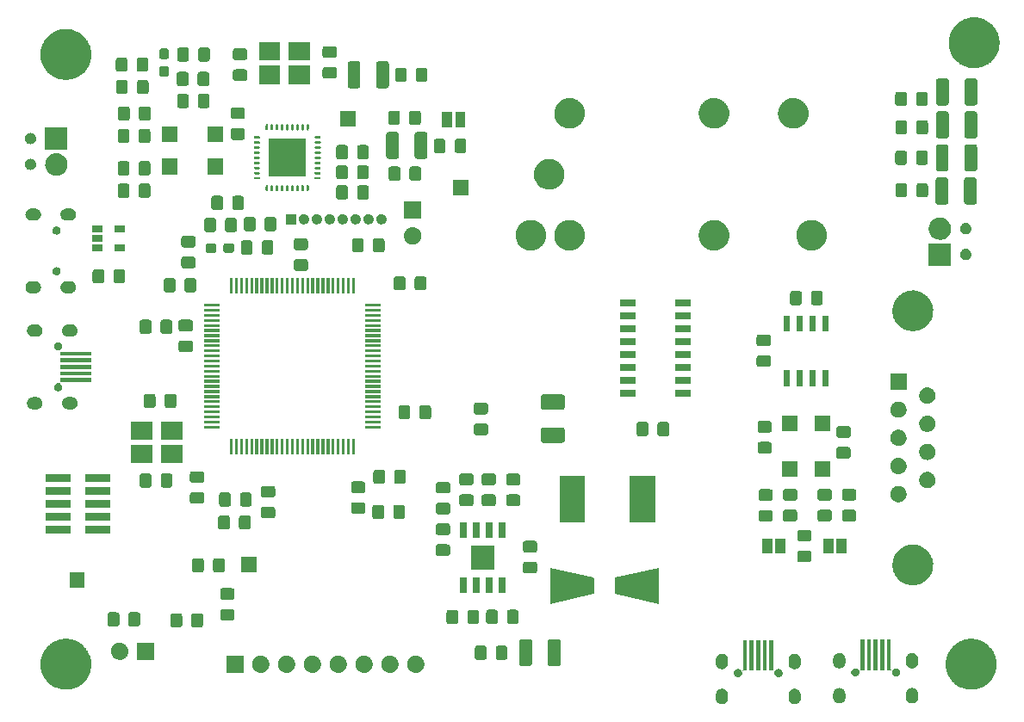
<source format=gts>
G04 #@! TF.GenerationSoftware,KiCad,Pcbnew,(5.99.0-97-g37fac7a8f)*
G04 #@! TF.CreationDate,2019-11-17T20:53:56+01:00*
G04 #@! TF.ProjectId,canbox,63616e62-6f78-42e6-9b69-6361645f7063,rev?*
G04 #@! TF.SameCoordinates,Original*
G04 #@! TF.FileFunction,Soldermask,Top*
G04 #@! TF.FilePolarity,Negative*
%FSLAX46Y46*%
G04 Gerber Fmt 4.6, Leading zero omitted, Abs format (unit mm)*
G04 Created by KiCad (PCBNEW (5.99.0-97-g37fac7a8f)) date 2019-11-17 20:53:56*
%MOMM*%
%LPD*%
G04 APERTURE LIST*
%ADD10C,0.100000*%
G04 APERTURE END LIST*
D10*
G36*
X89830661Y-87283211D02*
G01*
X89865794Y-87283395D01*
X89902952Y-87292728D01*
X89946670Y-87298484D01*
X89978721Y-87311760D01*
X90006638Y-87318772D01*
X90046123Y-87339678D01*
X90092628Y-87358941D01*
X90115165Y-87376234D01*
X90134988Y-87386730D01*
X90173117Y-87420702D01*
X90217965Y-87455115D01*
X90231417Y-87472646D01*
X90243415Y-87483336D01*
X90276012Y-87530764D01*
X90314139Y-87580452D01*
X90320170Y-87595012D01*
X90325671Y-87603016D01*
X90348394Y-87663152D01*
X90374596Y-87726409D01*
X90375825Y-87735747D01*
X90377005Y-87738869D01*
X90385745Y-87811093D01*
X90390040Y-87843717D01*
X90390040Y-88246362D01*
X90374596Y-88363670D01*
X90347402Y-88429324D01*
X90322710Y-88492655D01*
X90318958Y-88497993D01*
X90314139Y-88509628D01*
X90274199Y-88561679D01*
X90239206Y-88611469D01*
X90229491Y-88619944D01*
X90217965Y-88634965D01*
X90170677Y-88671250D01*
X90129767Y-88706938D01*
X90112661Y-88715767D01*
X90092628Y-88731139D01*
X90043261Y-88751587D01*
X90000721Y-88773544D01*
X89975819Y-88779522D01*
X89946671Y-88791596D01*
X89899861Y-88797759D01*
X89859511Y-88807446D01*
X89827551Y-88807279D01*
X89790040Y-88812217D01*
X89749419Y-88806869D01*
X89714286Y-88806685D01*
X89677128Y-88797352D01*
X89633410Y-88791596D01*
X89601359Y-88778320D01*
X89573442Y-88771308D01*
X89533957Y-88750402D01*
X89487452Y-88731139D01*
X89464915Y-88713846D01*
X89445092Y-88703350D01*
X89406959Y-88669374D01*
X89362116Y-88634965D01*
X89348666Y-88617437D01*
X89336665Y-88606744D01*
X89304059Y-88559304D01*
X89265942Y-88509628D01*
X89259912Y-88495071D01*
X89254409Y-88487064D01*
X89231681Y-88426916D01*
X89205484Y-88363671D01*
X89204255Y-88354333D01*
X89203075Y-88351211D01*
X89194335Y-88278987D01*
X89190040Y-88246363D01*
X89190040Y-87843718D01*
X89205484Y-87726410D01*
X89232679Y-87660755D01*
X89257370Y-87597426D01*
X89261122Y-87592088D01*
X89265941Y-87580453D01*
X89305884Y-87528398D01*
X89340876Y-87478609D01*
X89350590Y-87470135D01*
X89362115Y-87455115D01*
X89409392Y-87418838D01*
X89450310Y-87383143D01*
X89467421Y-87374312D01*
X89487452Y-87358941D01*
X89536817Y-87338493D01*
X89579359Y-87316536D01*
X89604261Y-87310558D01*
X89633409Y-87298484D01*
X89680219Y-87292321D01*
X89720569Y-87282634D01*
X89752529Y-87282801D01*
X89790040Y-87277863D01*
X89830661Y-87283211D01*
X89830661Y-87283211D01*
G37*
G36*
X96980661Y-87283211D02*
G01*
X97015794Y-87283395D01*
X97052952Y-87292728D01*
X97096670Y-87298484D01*
X97128721Y-87311760D01*
X97156638Y-87318772D01*
X97196123Y-87339678D01*
X97242628Y-87358941D01*
X97265165Y-87376234D01*
X97284988Y-87386730D01*
X97323117Y-87420702D01*
X97367965Y-87455115D01*
X97381417Y-87472646D01*
X97393415Y-87483336D01*
X97426012Y-87530764D01*
X97464139Y-87580452D01*
X97470170Y-87595012D01*
X97475671Y-87603016D01*
X97498394Y-87663152D01*
X97524596Y-87726409D01*
X97525825Y-87735747D01*
X97527005Y-87738869D01*
X97535745Y-87811093D01*
X97540040Y-87843717D01*
X97540040Y-88246362D01*
X97524596Y-88363670D01*
X97497402Y-88429324D01*
X97472710Y-88492655D01*
X97468958Y-88497993D01*
X97464139Y-88509628D01*
X97424199Y-88561679D01*
X97389206Y-88611469D01*
X97379491Y-88619944D01*
X97367965Y-88634965D01*
X97320677Y-88671250D01*
X97279767Y-88706938D01*
X97262661Y-88715767D01*
X97242628Y-88731139D01*
X97193261Y-88751587D01*
X97150721Y-88773544D01*
X97125819Y-88779522D01*
X97096671Y-88791596D01*
X97049861Y-88797759D01*
X97009511Y-88807446D01*
X96977551Y-88807279D01*
X96940040Y-88812217D01*
X96899419Y-88806869D01*
X96864286Y-88806685D01*
X96827128Y-88797352D01*
X96783410Y-88791596D01*
X96751359Y-88778320D01*
X96723442Y-88771308D01*
X96683957Y-88750402D01*
X96637452Y-88731139D01*
X96614915Y-88713846D01*
X96595092Y-88703350D01*
X96556959Y-88669374D01*
X96512116Y-88634965D01*
X96498666Y-88617437D01*
X96486665Y-88606744D01*
X96454059Y-88559304D01*
X96415942Y-88509628D01*
X96409912Y-88495071D01*
X96404409Y-88487064D01*
X96381681Y-88426916D01*
X96355484Y-88363671D01*
X96354255Y-88354333D01*
X96353075Y-88351211D01*
X96344335Y-88278987D01*
X96340040Y-88246363D01*
X96340040Y-87843718D01*
X96355484Y-87726410D01*
X96382679Y-87660755D01*
X96407370Y-87597426D01*
X96411122Y-87592088D01*
X96415941Y-87580453D01*
X96455884Y-87528398D01*
X96490876Y-87478609D01*
X96500590Y-87470135D01*
X96512115Y-87455115D01*
X96559392Y-87418838D01*
X96600310Y-87383143D01*
X96617421Y-87374312D01*
X96637452Y-87358941D01*
X96686817Y-87338493D01*
X96729359Y-87316536D01*
X96754261Y-87310558D01*
X96783409Y-87298484D01*
X96830219Y-87292321D01*
X96870569Y-87282634D01*
X96902529Y-87282801D01*
X96940040Y-87277863D01*
X96980661Y-87283211D01*
X96980661Y-87283211D01*
G37*
G36*
X108520661Y-87203211D02*
G01*
X108555794Y-87203395D01*
X108592952Y-87212728D01*
X108636670Y-87218484D01*
X108668721Y-87231760D01*
X108696638Y-87238772D01*
X108736123Y-87259678D01*
X108782628Y-87278941D01*
X108805165Y-87296234D01*
X108824988Y-87306730D01*
X108863117Y-87340702D01*
X108907965Y-87375115D01*
X108921417Y-87392646D01*
X108933415Y-87403336D01*
X108966012Y-87450764D01*
X109004139Y-87500452D01*
X109010170Y-87515012D01*
X109015671Y-87523016D01*
X109038394Y-87583152D01*
X109064596Y-87646409D01*
X109065825Y-87655747D01*
X109067005Y-87658869D01*
X109075745Y-87731093D01*
X109080040Y-87763717D01*
X109080040Y-88166362D01*
X109064596Y-88283670D01*
X109037402Y-88349324D01*
X109012710Y-88412655D01*
X109008958Y-88417993D01*
X109004139Y-88429628D01*
X108964199Y-88481679D01*
X108929206Y-88531469D01*
X108919491Y-88539944D01*
X108907965Y-88554965D01*
X108860677Y-88591250D01*
X108819767Y-88626938D01*
X108802661Y-88635767D01*
X108782628Y-88651139D01*
X108733261Y-88671587D01*
X108690721Y-88693544D01*
X108665819Y-88699522D01*
X108636671Y-88711596D01*
X108589861Y-88717759D01*
X108549511Y-88727446D01*
X108517551Y-88727279D01*
X108480040Y-88732217D01*
X108439419Y-88726869D01*
X108404286Y-88726685D01*
X108367128Y-88717352D01*
X108323410Y-88711596D01*
X108291359Y-88698320D01*
X108263442Y-88691308D01*
X108223957Y-88670402D01*
X108177452Y-88651139D01*
X108154915Y-88633846D01*
X108135092Y-88623350D01*
X108096959Y-88589374D01*
X108052116Y-88554965D01*
X108038666Y-88537437D01*
X108026665Y-88526744D01*
X107994059Y-88479304D01*
X107955942Y-88429628D01*
X107949912Y-88415071D01*
X107944409Y-88407064D01*
X107921681Y-88346916D01*
X107895484Y-88283671D01*
X107894255Y-88274333D01*
X107893075Y-88271211D01*
X107884335Y-88198987D01*
X107880040Y-88166363D01*
X107880040Y-87763718D01*
X107895484Y-87646410D01*
X107922679Y-87580755D01*
X107947370Y-87517426D01*
X107951122Y-87512088D01*
X107955941Y-87500453D01*
X107995884Y-87448398D01*
X108030876Y-87398609D01*
X108040590Y-87390135D01*
X108052115Y-87375115D01*
X108099392Y-87338838D01*
X108140310Y-87303143D01*
X108157421Y-87294312D01*
X108177452Y-87278941D01*
X108226817Y-87258493D01*
X108269359Y-87236536D01*
X108294261Y-87230558D01*
X108323409Y-87218484D01*
X108370219Y-87212321D01*
X108410569Y-87202634D01*
X108442529Y-87202801D01*
X108480040Y-87197863D01*
X108520661Y-87203211D01*
X108520661Y-87203211D01*
G37*
G36*
X101370661Y-87203211D02*
G01*
X101405794Y-87203395D01*
X101442952Y-87212728D01*
X101486670Y-87218484D01*
X101518721Y-87231760D01*
X101546638Y-87238772D01*
X101586123Y-87259678D01*
X101632628Y-87278941D01*
X101655165Y-87296234D01*
X101674988Y-87306730D01*
X101713117Y-87340702D01*
X101757965Y-87375115D01*
X101771417Y-87392646D01*
X101783415Y-87403336D01*
X101816012Y-87450764D01*
X101854139Y-87500452D01*
X101860170Y-87515012D01*
X101865671Y-87523016D01*
X101888394Y-87583152D01*
X101914596Y-87646409D01*
X101915825Y-87655747D01*
X101917005Y-87658869D01*
X101925745Y-87731093D01*
X101930040Y-87763717D01*
X101930040Y-88166362D01*
X101914596Y-88283670D01*
X101887402Y-88349324D01*
X101862710Y-88412655D01*
X101858958Y-88417993D01*
X101854139Y-88429628D01*
X101814199Y-88481679D01*
X101779206Y-88531469D01*
X101769491Y-88539944D01*
X101757965Y-88554965D01*
X101710677Y-88591250D01*
X101669767Y-88626938D01*
X101652661Y-88635767D01*
X101632628Y-88651139D01*
X101583261Y-88671587D01*
X101540721Y-88693544D01*
X101515819Y-88699522D01*
X101486671Y-88711596D01*
X101439861Y-88717759D01*
X101399511Y-88727446D01*
X101367551Y-88727279D01*
X101330040Y-88732217D01*
X101289419Y-88726869D01*
X101254286Y-88726685D01*
X101217128Y-88717352D01*
X101173410Y-88711596D01*
X101141359Y-88698320D01*
X101113442Y-88691308D01*
X101073957Y-88670402D01*
X101027452Y-88651139D01*
X101004915Y-88633846D01*
X100985092Y-88623350D01*
X100946959Y-88589374D01*
X100902116Y-88554965D01*
X100888666Y-88537437D01*
X100876665Y-88526744D01*
X100844059Y-88479304D01*
X100805942Y-88429628D01*
X100799912Y-88415071D01*
X100794409Y-88407064D01*
X100771681Y-88346916D01*
X100745484Y-88283671D01*
X100744255Y-88274333D01*
X100743075Y-88271211D01*
X100734335Y-88198987D01*
X100730040Y-88166363D01*
X100730040Y-87763718D01*
X100745484Y-87646410D01*
X100772679Y-87580755D01*
X100797370Y-87517426D01*
X100801122Y-87512088D01*
X100805941Y-87500453D01*
X100845884Y-87448398D01*
X100880876Y-87398609D01*
X100890590Y-87390135D01*
X100902115Y-87375115D01*
X100949392Y-87338838D01*
X100990310Y-87303143D01*
X101007421Y-87294312D01*
X101027452Y-87278941D01*
X101076817Y-87258493D01*
X101119359Y-87236536D01*
X101144261Y-87230558D01*
X101173409Y-87218484D01*
X101220219Y-87212321D01*
X101260569Y-87202634D01*
X101292529Y-87202801D01*
X101330040Y-87197863D01*
X101370661Y-87203211D01*
X101370661Y-87203211D01*
G37*
G36*
X25348161Y-82363721D02*
G01*
X25401677Y-82362787D01*
X25503616Y-82373501D01*
X25606370Y-82379966D01*
X25656984Y-82389621D01*
X25705820Y-82394754D01*
X25810111Y-82418831D01*
X25915372Y-82438911D01*
X25960261Y-82453496D01*
X26003808Y-82463550D01*
X26108698Y-82501727D01*
X26214549Y-82536120D01*
X26253324Y-82554366D01*
X26291181Y-82568145D01*
X26394756Y-82620919D01*
X26499183Y-82670059D01*
X26531708Y-82690700D01*
X26563677Y-82706989D01*
X26663926Y-82774608D01*
X26764786Y-82838615D01*
X26791122Y-82860402D01*
X26817218Y-82878004D01*
X26912115Y-82960496D01*
X27007169Y-83039132D01*
X27027583Y-83060871D01*
X27048022Y-83078638D01*
X27135465Y-83175753D01*
X27222509Y-83268446D01*
X27237484Y-83289057D01*
X27252660Y-83305912D01*
X27330581Y-83417194D01*
X27407410Y-83522941D01*
X27417585Y-83541449D01*
X27428069Y-83556422D01*
X27494444Y-83681255D01*
X27558957Y-83798604D01*
X27565132Y-83814200D01*
X27571648Y-83826455D01*
X27624577Y-83964340D01*
X27674759Y-84091086D01*
X27677849Y-84103120D01*
X27681241Y-84111957D01*
X27718932Y-84263128D01*
X27752991Y-84395777D01*
X27754003Y-84403790D01*
X27755228Y-84408702D01*
X27776161Y-84579185D01*
X27792417Y-84707869D01*
X27792417Y-85022443D01*
X27782029Y-85104676D01*
X27780842Y-85149997D01*
X27764837Y-85240766D01*
X27752991Y-85334535D01*
X27738023Y-85392832D01*
X27727964Y-85449877D01*
X27699319Y-85543572D01*
X27674759Y-85639226D01*
X27654199Y-85691154D01*
X27638550Y-85742341D01*
X27596854Y-85835991D01*
X27558957Y-85931708D01*
X27534136Y-85976856D01*
X27514160Y-86021724D01*
X27459022Y-86113488D01*
X27407410Y-86207371D01*
X27379674Y-86245547D01*
X27356648Y-86283868D01*
X27287913Y-86371846D01*
X27222509Y-86461866D01*
X27193178Y-86493100D01*
X27168371Y-86524852D01*
X27086161Y-86607062D01*
X27007169Y-86691180D01*
X26977492Y-86715731D01*
X26952114Y-86741109D01*
X26856799Y-86815577D01*
X26764786Y-86891697D01*
X26735935Y-86910007D01*
X26711130Y-86929386D01*
X26603355Y-86994144D01*
X26499183Y-87060253D01*
X26472195Y-87072953D01*
X26448986Y-87086898D01*
X26329623Y-87140042D01*
X26214549Y-87194192D01*
X26190317Y-87202066D01*
X26169603Y-87211288D01*
X26039772Y-87250981D01*
X25915372Y-87291401D01*
X25894602Y-87295363D01*
X25877139Y-87300702D01*
X25738016Y-87325233D01*
X25606370Y-87350346D01*
X25589619Y-87351400D01*
X25575962Y-87353808D01*
X25428517Y-87361535D01*
X25292418Y-87370098D01*
X25280021Y-87369318D01*
X25270557Y-87369814D01*
X25114957Y-87358933D01*
X24978466Y-87350346D01*
X24970543Y-87348835D01*
X24965486Y-87348481D01*
X24796558Y-87315645D01*
X24669464Y-87291401D01*
X24665942Y-87290257D01*
X24665280Y-87290128D01*
X24374419Y-87195621D01*
X24373808Y-87195336D01*
X24370287Y-87194192D01*
X24253345Y-87139163D01*
X24097253Y-87066376D01*
X24092947Y-87063685D01*
X24085653Y-87060253D01*
X23970164Y-86986962D01*
X23837905Y-86904317D01*
X23830547Y-86898358D01*
X23820050Y-86891697D01*
X23714913Y-86804720D01*
X23600227Y-86711849D01*
X23590596Y-86701876D01*
X23577667Y-86691180D01*
X23485982Y-86593545D01*
X23387792Y-86491867D01*
X23376793Y-86477270D01*
X23362327Y-86461866D01*
X23285464Y-86356073D01*
X23203739Y-86247620D01*
X23192402Y-86227984D01*
X23177426Y-86207371D01*
X23116158Y-86095924D01*
X23050827Y-85982768D01*
X23040247Y-85957843D01*
X23025879Y-85931708D01*
X22980476Y-85817034D01*
X22931333Y-85701261D01*
X22922652Y-85670987D01*
X22910077Y-85639226D01*
X22880381Y-85523570D01*
X22847038Y-85407287D01*
X22841425Y-85371845D01*
X22831845Y-85334535D01*
X22817379Y-85220021D01*
X22799197Y-85105224D01*
X22797791Y-85064968D01*
X22792419Y-85022443D01*
X22792419Y-84911144D01*
X22788523Y-84799586D01*
X22792419Y-84755054D01*
X22792419Y-84707869D01*
X22805845Y-84601587D01*
X22815176Y-84494936D01*
X22825387Y-84446895D01*
X22831845Y-84395777D01*
X22857448Y-84296062D01*
X22878761Y-84195790D01*
X22896189Y-84145175D01*
X22910077Y-84091086D01*
X22946420Y-83999293D01*
X22978329Y-83906624D01*
X23003733Y-83854539D01*
X23025879Y-83798604D01*
X23071399Y-83715803D01*
X23112392Y-83631756D01*
X23146361Y-83579449D01*
X23177426Y-83522941D01*
X23230464Y-83449940D01*
X23278952Y-83375275D01*
X23321888Y-83324106D01*
X23362327Y-83268446D01*
X23421179Y-83205775D01*
X23475534Y-83140997D01*
X23527623Y-83092423D01*
X23577667Y-83039132D01*
X23640619Y-82987054D01*
X23699199Y-82932427D01*
X23760399Y-82887962D01*
X23820050Y-82838615D01*
X23885415Y-82797133D01*
X23946615Y-82752669D01*
X24016670Y-82713837D01*
X24085653Y-82670059D01*
X24151802Y-82638931D01*
X24214093Y-82604403D01*
X24292488Y-82572730D01*
X24370287Y-82536120D01*
X24435732Y-82514855D01*
X24497648Y-82489840D01*
X24583617Y-82466805D01*
X24669464Y-82438911D01*
X24732823Y-82426825D01*
X24793053Y-82410686D01*
X24885634Y-82397675D01*
X24978466Y-82379966D01*
X25038521Y-82376188D01*
X25095897Y-82368124D01*
X25193871Y-82366414D01*
X25292418Y-82360214D01*
X25348161Y-82363721D01*
X25348161Y-82363721D01*
G37*
G36*
X114348161Y-82363721D02*
G01*
X114401677Y-82362787D01*
X114503616Y-82373501D01*
X114606370Y-82379966D01*
X114656984Y-82389621D01*
X114705820Y-82394754D01*
X114810111Y-82418831D01*
X114915372Y-82438911D01*
X114960261Y-82453496D01*
X115003808Y-82463550D01*
X115108698Y-82501727D01*
X115214549Y-82536120D01*
X115253324Y-82554366D01*
X115291181Y-82568145D01*
X115394756Y-82620919D01*
X115499183Y-82670059D01*
X115531708Y-82690700D01*
X115563677Y-82706989D01*
X115663926Y-82774608D01*
X115764786Y-82838615D01*
X115791122Y-82860402D01*
X115817218Y-82878004D01*
X115912115Y-82960496D01*
X116007169Y-83039132D01*
X116027583Y-83060871D01*
X116048022Y-83078638D01*
X116135465Y-83175753D01*
X116222509Y-83268446D01*
X116237484Y-83289057D01*
X116252660Y-83305912D01*
X116330581Y-83417194D01*
X116407410Y-83522941D01*
X116417585Y-83541449D01*
X116428069Y-83556422D01*
X116494444Y-83681255D01*
X116558957Y-83798604D01*
X116565132Y-83814200D01*
X116571648Y-83826455D01*
X116624577Y-83964340D01*
X116674759Y-84091086D01*
X116677849Y-84103120D01*
X116681241Y-84111957D01*
X116718932Y-84263128D01*
X116752991Y-84395777D01*
X116754003Y-84403790D01*
X116755228Y-84408702D01*
X116776161Y-84579185D01*
X116792417Y-84707869D01*
X116792417Y-85022443D01*
X116782029Y-85104676D01*
X116780842Y-85149997D01*
X116764837Y-85240766D01*
X116752991Y-85334535D01*
X116738023Y-85392832D01*
X116727964Y-85449877D01*
X116699319Y-85543572D01*
X116674759Y-85639226D01*
X116654199Y-85691154D01*
X116638550Y-85742341D01*
X116596854Y-85835991D01*
X116558957Y-85931708D01*
X116534136Y-85976856D01*
X116514160Y-86021724D01*
X116459022Y-86113488D01*
X116407410Y-86207371D01*
X116379674Y-86245547D01*
X116356648Y-86283868D01*
X116287913Y-86371846D01*
X116222509Y-86461866D01*
X116193178Y-86493100D01*
X116168371Y-86524852D01*
X116086161Y-86607062D01*
X116007169Y-86691180D01*
X115977492Y-86715731D01*
X115952114Y-86741109D01*
X115856799Y-86815577D01*
X115764786Y-86891697D01*
X115735935Y-86910007D01*
X115711130Y-86929386D01*
X115603355Y-86994144D01*
X115499183Y-87060253D01*
X115472195Y-87072953D01*
X115448986Y-87086898D01*
X115329623Y-87140042D01*
X115214549Y-87194192D01*
X115190317Y-87202066D01*
X115169603Y-87211288D01*
X115039772Y-87250981D01*
X114915372Y-87291401D01*
X114894602Y-87295363D01*
X114877139Y-87300702D01*
X114738016Y-87325233D01*
X114606370Y-87350346D01*
X114589619Y-87351400D01*
X114575962Y-87353808D01*
X114428517Y-87361535D01*
X114292418Y-87370098D01*
X114280021Y-87369318D01*
X114270557Y-87369814D01*
X114114957Y-87358933D01*
X113978466Y-87350346D01*
X113970543Y-87348835D01*
X113965486Y-87348481D01*
X113796558Y-87315645D01*
X113669464Y-87291401D01*
X113665942Y-87290257D01*
X113665280Y-87290128D01*
X113374419Y-87195621D01*
X113373808Y-87195336D01*
X113370287Y-87194192D01*
X113253345Y-87139163D01*
X113097253Y-87066376D01*
X113092947Y-87063685D01*
X113085653Y-87060253D01*
X112970164Y-86986962D01*
X112837905Y-86904317D01*
X112830547Y-86898358D01*
X112820050Y-86891697D01*
X112714913Y-86804720D01*
X112600227Y-86711849D01*
X112590596Y-86701876D01*
X112577667Y-86691180D01*
X112485982Y-86593545D01*
X112387792Y-86491867D01*
X112376793Y-86477270D01*
X112362327Y-86461866D01*
X112285464Y-86356073D01*
X112203739Y-86247620D01*
X112192402Y-86227984D01*
X112177426Y-86207371D01*
X112116158Y-86095924D01*
X112050827Y-85982768D01*
X112040247Y-85957843D01*
X112025879Y-85931708D01*
X111980476Y-85817034D01*
X111931333Y-85701261D01*
X111922652Y-85670987D01*
X111910077Y-85639226D01*
X111880381Y-85523570D01*
X111847038Y-85407287D01*
X111841425Y-85371845D01*
X111831845Y-85334535D01*
X111817379Y-85220021D01*
X111799197Y-85105224D01*
X111797791Y-85064968D01*
X111792419Y-85022443D01*
X111792419Y-84911144D01*
X111788523Y-84799586D01*
X111792419Y-84755054D01*
X111792419Y-84707869D01*
X111805845Y-84601587D01*
X111815176Y-84494936D01*
X111825387Y-84446895D01*
X111831845Y-84395777D01*
X111857448Y-84296062D01*
X111878761Y-84195790D01*
X111896189Y-84145175D01*
X111910077Y-84091086D01*
X111946420Y-83999293D01*
X111978329Y-83906624D01*
X112003733Y-83854539D01*
X112025879Y-83798604D01*
X112071399Y-83715803D01*
X112112392Y-83631756D01*
X112146361Y-83579449D01*
X112177426Y-83522941D01*
X112230464Y-83449940D01*
X112278952Y-83375275D01*
X112321888Y-83324106D01*
X112362327Y-83268446D01*
X112421179Y-83205775D01*
X112475534Y-83140997D01*
X112527623Y-83092423D01*
X112577667Y-83039132D01*
X112640619Y-82987054D01*
X112699199Y-82932427D01*
X112760399Y-82887962D01*
X112820050Y-82838615D01*
X112885415Y-82797133D01*
X112946615Y-82752669D01*
X113016670Y-82713837D01*
X113085653Y-82670059D01*
X113151802Y-82638931D01*
X113214093Y-82604403D01*
X113292488Y-82572730D01*
X113370287Y-82536120D01*
X113435732Y-82514855D01*
X113497648Y-82489840D01*
X113583617Y-82466805D01*
X113669464Y-82438911D01*
X113732823Y-82426825D01*
X113793053Y-82410686D01*
X113885634Y-82397675D01*
X113978466Y-82379966D01*
X114038521Y-82376188D01*
X114095897Y-82368124D01*
X114193871Y-82366414D01*
X114292418Y-82360214D01*
X114348161Y-82363721D01*
X114348161Y-82363721D01*
G37*
G36*
X95395204Y-85345040D02*
G01*
X95428394Y-85345040D01*
X95456979Y-85354328D01*
X95481170Y-85357965D01*
X95511728Y-85372117D01*
X95548900Y-85384195D01*
X95568401Y-85398363D01*
X95585139Y-85406115D01*
X95615063Y-85432266D01*
X95651408Y-85458672D01*
X95662066Y-85473342D01*
X95671419Y-85481515D01*
X95696118Y-85520209D01*
X95725885Y-85561180D01*
X95729633Y-85572716D01*
X95733066Y-85578094D01*
X95747751Y-85628476D01*
X95765040Y-85681686D01*
X95765040Y-85808394D01*
X95748533Y-85859198D01*
X95728570Y-85921562D01*
X95727991Y-85922419D01*
X95725885Y-85928900D01*
X95693339Y-85973695D01*
X95664415Y-86016496D01*
X95658954Y-86021022D01*
X95651408Y-86031408D01*
X95610975Y-86060785D01*
X95576192Y-86089611D01*
X95564135Y-86094816D01*
X95548900Y-86105885D01*
X95506827Y-86119555D01*
X95470997Y-86135023D01*
X95451988Y-86137374D01*
X95428394Y-86145040D01*
X95389999Y-86145040D01*
X95357283Y-86149086D01*
X95332440Y-86145040D01*
X95301686Y-86145040D01*
X95270781Y-86134998D01*
X95244192Y-86130668D01*
X95216051Y-86117215D01*
X95181180Y-86105885D01*
X95159693Y-86090273D01*
X95140815Y-86081249D01*
X95113076Y-86056404D01*
X95078672Y-86031408D01*
X95066568Y-86014749D01*
X95055464Y-86004803D01*
X95032589Y-85967980D01*
X95004195Y-85928900D01*
X94999682Y-85915009D01*
X94995003Y-85907478D01*
X94981695Y-85859651D01*
X94965040Y-85808394D01*
X94965040Y-85799799D01*
X94964285Y-85797086D01*
X94965040Y-85739421D01*
X94965040Y-85681686D01*
X94977928Y-85642022D01*
X94976917Y-85581082D01*
X94942544Y-85535385D01*
X94997899Y-85535385D01*
X95050530Y-85495255D01*
X95062372Y-85477262D01*
X95069670Y-85471061D01*
X95078672Y-85458672D01*
X95117218Y-85430666D01*
X95149695Y-85403075D01*
X95163950Y-85396713D01*
X95181180Y-85384195D01*
X95220974Y-85371265D01*
X95254326Y-85356381D01*
X95275760Y-85353464D01*
X95301686Y-85345040D01*
X95337655Y-85345040D01*
X95367861Y-85340929D01*
X95395204Y-85345040D01*
X95395204Y-85345040D01*
G37*
G36*
X91395204Y-85345040D02*
G01*
X91428394Y-85345040D01*
X91456979Y-85354328D01*
X91481170Y-85357965D01*
X91511728Y-85372117D01*
X91548900Y-85384195D01*
X91568401Y-85398363D01*
X91585139Y-85406115D01*
X91615063Y-85432266D01*
X91651408Y-85458672D01*
X91662066Y-85473342D01*
X91671419Y-85481515D01*
X91678791Y-85493064D01*
X91726514Y-85532334D01*
X91788205Y-85536053D01*
X91798039Y-85529776D01*
X91760304Y-85564655D01*
X91751661Y-85640510D01*
X91765040Y-85681686D01*
X91765040Y-85808394D01*
X91748533Y-85859198D01*
X91728570Y-85921562D01*
X91727991Y-85922419D01*
X91725885Y-85928900D01*
X91693339Y-85973695D01*
X91664415Y-86016496D01*
X91658954Y-86021022D01*
X91651408Y-86031408D01*
X91610975Y-86060785D01*
X91576192Y-86089611D01*
X91564135Y-86094816D01*
X91548900Y-86105885D01*
X91506827Y-86119555D01*
X91470997Y-86135023D01*
X91451988Y-86137374D01*
X91428394Y-86145040D01*
X91389999Y-86145040D01*
X91357283Y-86149086D01*
X91332440Y-86145040D01*
X91301686Y-86145040D01*
X91270781Y-86134998D01*
X91244192Y-86130668D01*
X91216051Y-86117215D01*
X91181180Y-86105885D01*
X91159693Y-86090273D01*
X91140815Y-86081249D01*
X91113076Y-86056404D01*
X91078672Y-86031408D01*
X91066568Y-86014749D01*
X91055464Y-86004803D01*
X91032589Y-85967980D01*
X91004195Y-85928900D01*
X90999682Y-85915009D01*
X90995003Y-85907478D01*
X90981695Y-85859651D01*
X90965040Y-85808394D01*
X90965040Y-85799799D01*
X90964285Y-85797086D01*
X90965040Y-85739383D01*
X90965040Y-85681686D01*
X90982864Y-85626830D01*
X90999381Y-85572975D01*
X91001320Y-85570029D01*
X91004195Y-85561180D01*
X91035504Y-85518088D01*
X91062372Y-85477262D01*
X91069670Y-85471061D01*
X91078672Y-85458672D01*
X91117218Y-85430666D01*
X91149695Y-85403075D01*
X91163950Y-85396713D01*
X91181180Y-85384195D01*
X91220974Y-85371265D01*
X91254326Y-85356381D01*
X91275760Y-85353464D01*
X91301686Y-85345040D01*
X91337655Y-85345040D01*
X91367861Y-85340929D01*
X91395204Y-85345040D01*
X91395204Y-85345040D01*
G37*
G36*
X106935204Y-85265040D02*
G01*
X106968394Y-85265040D01*
X106996979Y-85274328D01*
X107021170Y-85277965D01*
X107051728Y-85292117D01*
X107088900Y-85304195D01*
X107108401Y-85318363D01*
X107125139Y-85326115D01*
X107155063Y-85352266D01*
X107191408Y-85378672D01*
X107202066Y-85393342D01*
X107211419Y-85401515D01*
X107236118Y-85440209D01*
X107265885Y-85481180D01*
X107269633Y-85492716D01*
X107273066Y-85498094D01*
X107287751Y-85548476D01*
X107305040Y-85601686D01*
X107305040Y-85728394D01*
X107288533Y-85779198D01*
X107268570Y-85841562D01*
X107267991Y-85842419D01*
X107265885Y-85848900D01*
X107233339Y-85893695D01*
X107204415Y-85936496D01*
X107198954Y-85941022D01*
X107191408Y-85951408D01*
X107150975Y-85980785D01*
X107116192Y-86009611D01*
X107104135Y-86014816D01*
X107088900Y-86025885D01*
X107046827Y-86039555D01*
X107010997Y-86055023D01*
X106991988Y-86057374D01*
X106968394Y-86065040D01*
X106929999Y-86065040D01*
X106897283Y-86069086D01*
X106872440Y-86065040D01*
X106841686Y-86065040D01*
X106810781Y-86054998D01*
X106784192Y-86050668D01*
X106756051Y-86037215D01*
X106721180Y-86025885D01*
X106699693Y-86010273D01*
X106680815Y-86001249D01*
X106653076Y-85976404D01*
X106618672Y-85951408D01*
X106606568Y-85934749D01*
X106595464Y-85924803D01*
X106572589Y-85887980D01*
X106544195Y-85848900D01*
X106539682Y-85835009D01*
X106535003Y-85827478D01*
X106521695Y-85779651D01*
X106505040Y-85728394D01*
X106505040Y-85719799D01*
X106504285Y-85717086D01*
X106505040Y-85659421D01*
X106505040Y-85601686D01*
X106517928Y-85562022D01*
X106516917Y-85501082D01*
X106482544Y-85455385D01*
X106537899Y-85455385D01*
X106590530Y-85415255D01*
X106602372Y-85397262D01*
X106609670Y-85391061D01*
X106618672Y-85378672D01*
X106657218Y-85350666D01*
X106689695Y-85323075D01*
X106703950Y-85316713D01*
X106721180Y-85304195D01*
X106760974Y-85291265D01*
X106794326Y-85276381D01*
X106815760Y-85273464D01*
X106841686Y-85265040D01*
X106877655Y-85265040D01*
X106907861Y-85260929D01*
X106935204Y-85265040D01*
X106935204Y-85265040D01*
G37*
G36*
X102935204Y-85265040D02*
G01*
X102968394Y-85265040D01*
X102996979Y-85274328D01*
X103021170Y-85277965D01*
X103051728Y-85292117D01*
X103088900Y-85304195D01*
X103108401Y-85318363D01*
X103125139Y-85326115D01*
X103155063Y-85352266D01*
X103191408Y-85378672D01*
X103202066Y-85393342D01*
X103211419Y-85401515D01*
X103218791Y-85413064D01*
X103266514Y-85452334D01*
X103328205Y-85456053D01*
X103338039Y-85449776D01*
X103300304Y-85484655D01*
X103291661Y-85560510D01*
X103305040Y-85601686D01*
X103305040Y-85728394D01*
X103288533Y-85779198D01*
X103268570Y-85841562D01*
X103267991Y-85842419D01*
X103265885Y-85848900D01*
X103233339Y-85893695D01*
X103204415Y-85936496D01*
X103198954Y-85941022D01*
X103191408Y-85951408D01*
X103150975Y-85980785D01*
X103116192Y-86009611D01*
X103104135Y-86014816D01*
X103088900Y-86025885D01*
X103046827Y-86039555D01*
X103010997Y-86055023D01*
X102991988Y-86057374D01*
X102968394Y-86065040D01*
X102929999Y-86065040D01*
X102897283Y-86069086D01*
X102872440Y-86065040D01*
X102841686Y-86065040D01*
X102810781Y-86054998D01*
X102784192Y-86050668D01*
X102756051Y-86037215D01*
X102721180Y-86025885D01*
X102699693Y-86010273D01*
X102680815Y-86001249D01*
X102653076Y-85976404D01*
X102618672Y-85951408D01*
X102606568Y-85934749D01*
X102595464Y-85924803D01*
X102572589Y-85887980D01*
X102544195Y-85848900D01*
X102539682Y-85835009D01*
X102535003Y-85827478D01*
X102521695Y-85779651D01*
X102505040Y-85728394D01*
X102505040Y-85719799D01*
X102504285Y-85717086D01*
X102505040Y-85659383D01*
X102505040Y-85601686D01*
X102522864Y-85546830D01*
X102539381Y-85492975D01*
X102541320Y-85490029D01*
X102544195Y-85481180D01*
X102575504Y-85438088D01*
X102602372Y-85397262D01*
X102609670Y-85391061D01*
X102618672Y-85378672D01*
X102657218Y-85350666D01*
X102689695Y-85323075D01*
X102703950Y-85316713D01*
X102721180Y-85304195D01*
X102760974Y-85291265D01*
X102794326Y-85276381D01*
X102815760Y-85273464D01*
X102841686Y-85265040D01*
X102877655Y-85265040D01*
X102907861Y-85260929D01*
X102935204Y-85265040D01*
X102935204Y-85265040D01*
G37*
G36*
X42751818Y-84008039D02*
G01*
X42753777Y-84017889D01*
X42753777Y-85698189D01*
X42751818Y-85708039D01*
X42751819Y-85708039D01*
X42741968Y-85709998D01*
X41061668Y-85709998D01*
X41051818Y-85708039D01*
X41049859Y-85698189D01*
X41049859Y-84017889D01*
X41051818Y-84008039D01*
X41061668Y-84006080D01*
X42741968Y-84006080D01*
X42751818Y-84008039D01*
X42751818Y-84008039D01*
G37*
G36*
X54723220Y-84023125D02*
G01*
X54862592Y-84044701D01*
X54868196Y-84047126D01*
X54877359Y-84048643D01*
X54950299Y-84082655D01*
X55018640Y-84112229D01*
X55028447Y-84119096D01*
X55044737Y-84126692D01*
X55103952Y-84171965D01*
X55160088Y-84211272D01*
X55172420Y-84224313D01*
X55191451Y-84238863D01*
X55235738Y-84291270D01*
X55278740Y-84336743D01*
X55291343Y-84357069D01*
X55310655Y-84379922D01*
X55339876Y-84435345D01*
X55369735Y-84483502D01*
X55380054Y-84511550D01*
X55396788Y-84543288D01*
X55411848Y-84597964D01*
X55429359Y-84645558D01*
X55434718Y-84680994D01*
X55445831Y-84721339D01*
X55448489Y-84772046D01*
X55455182Y-84816304D01*
X55452995Y-84858033D01*
X55455497Y-84905767D01*
X55448176Y-84949989D01*
X55446145Y-84988749D01*
X55434112Y-85034945D01*
X55425334Y-85087969D01*
X55410901Y-85124054D01*
X55402618Y-85155853D01*
X55378917Y-85204018D01*
X55356749Y-85259443D01*
X55338252Y-85286661D01*
X55326377Y-85310793D01*
X55289837Y-85357900D01*
X55252942Y-85412189D01*
X55233369Y-85430698D01*
X55220538Y-85447240D01*
X55170759Y-85489906D01*
X55118757Y-85539082D01*
X55100787Y-85549880D01*
X55089426Y-85559617D01*
X55026903Y-85594274D01*
X54960455Y-85634200D01*
X54946248Y-85638981D01*
X54938397Y-85643333D01*
X54864567Y-85666470D01*
X54785419Y-85693106D01*
X54776467Y-85694078D01*
X54773616Y-85694972D01*
X54690806Y-85703384D01*
X54647955Y-85708039D01*
X54571543Y-85708039D01*
X54480416Y-85692953D01*
X54341044Y-85671377D01*
X54335440Y-85668952D01*
X54326277Y-85667435D01*
X54253337Y-85633423D01*
X54184996Y-85603849D01*
X54175189Y-85596982D01*
X54158899Y-85589386D01*
X54099684Y-85544113D01*
X54043548Y-85504806D01*
X54031216Y-85491765D01*
X54012185Y-85477215D01*
X53967898Y-85424808D01*
X53924896Y-85379335D01*
X53912293Y-85359009D01*
X53892981Y-85336156D01*
X53863760Y-85280733D01*
X53833901Y-85232576D01*
X53823582Y-85204528D01*
X53806848Y-85172790D01*
X53791788Y-85118114D01*
X53774277Y-85070520D01*
X53768918Y-85035084D01*
X53757805Y-84994739D01*
X53755147Y-84944032D01*
X53748454Y-84899774D01*
X53750641Y-84858045D01*
X53748139Y-84810311D01*
X53755460Y-84766089D01*
X53757491Y-84727329D01*
X53769524Y-84681133D01*
X53778302Y-84628109D01*
X53792735Y-84592024D01*
X53801018Y-84560225D01*
X53824719Y-84512060D01*
X53846887Y-84456635D01*
X53865384Y-84429417D01*
X53877259Y-84405285D01*
X53913799Y-84358178D01*
X53950694Y-84303889D01*
X53970267Y-84285380D01*
X53983098Y-84268838D01*
X54032877Y-84226172D01*
X54084879Y-84176996D01*
X54102849Y-84166198D01*
X54114210Y-84156461D01*
X54176733Y-84121804D01*
X54243181Y-84081878D01*
X54257388Y-84077097D01*
X54265239Y-84072745D01*
X54339069Y-84049608D01*
X54418217Y-84022972D01*
X54427169Y-84022000D01*
X54430020Y-84021106D01*
X54512830Y-84012694D01*
X54555681Y-84008039D01*
X54632093Y-84008039D01*
X54723220Y-84023125D01*
X54723220Y-84023125D01*
G37*
G36*
X44563220Y-84023125D02*
G01*
X44702592Y-84044701D01*
X44708196Y-84047126D01*
X44717359Y-84048643D01*
X44790299Y-84082655D01*
X44858640Y-84112229D01*
X44868447Y-84119096D01*
X44884737Y-84126692D01*
X44943952Y-84171965D01*
X45000088Y-84211272D01*
X45012420Y-84224313D01*
X45031451Y-84238863D01*
X45075738Y-84291270D01*
X45118740Y-84336743D01*
X45131343Y-84357069D01*
X45150655Y-84379922D01*
X45179876Y-84435345D01*
X45209735Y-84483502D01*
X45220054Y-84511550D01*
X45236788Y-84543288D01*
X45251848Y-84597964D01*
X45269359Y-84645558D01*
X45274718Y-84680994D01*
X45285831Y-84721339D01*
X45288489Y-84772046D01*
X45295182Y-84816304D01*
X45292995Y-84858033D01*
X45295497Y-84905767D01*
X45288176Y-84949989D01*
X45286145Y-84988749D01*
X45274112Y-85034945D01*
X45265334Y-85087969D01*
X45250901Y-85124054D01*
X45242618Y-85155853D01*
X45218917Y-85204018D01*
X45196749Y-85259443D01*
X45178252Y-85286661D01*
X45166377Y-85310793D01*
X45129837Y-85357900D01*
X45092942Y-85412189D01*
X45073369Y-85430698D01*
X45060538Y-85447240D01*
X45010759Y-85489906D01*
X44958757Y-85539082D01*
X44940787Y-85549880D01*
X44929426Y-85559617D01*
X44866903Y-85594274D01*
X44800455Y-85634200D01*
X44786248Y-85638981D01*
X44778397Y-85643333D01*
X44704567Y-85666470D01*
X44625419Y-85693106D01*
X44616467Y-85694078D01*
X44613616Y-85694972D01*
X44530806Y-85703384D01*
X44487955Y-85708039D01*
X44411543Y-85708039D01*
X44320416Y-85692953D01*
X44181044Y-85671377D01*
X44175440Y-85668952D01*
X44166277Y-85667435D01*
X44093337Y-85633423D01*
X44024996Y-85603849D01*
X44015189Y-85596982D01*
X43998899Y-85589386D01*
X43939684Y-85544113D01*
X43883548Y-85504806D01*
X43871216Y-85491765D01*
X43852185Y-85477215D01*
X43807898Y-85424808D01*
X43764896Y-85379335D01*
X43752293Y-85359009D01*
X43732981Y-85336156D01*
X43703760Y-85280733D01*
X43673901Y-85232576D01*
X43663582Y-85204528D01*
X43646848Y-85172790D01*
X43631788Y-85118114D01*
X43614277Y-85070520D01*
X43608918Y-85035084D01*
X43597805Y-84994739D01*
X43595147Y-84944032D01*
X43588454Y-84899774D01*
X43590641Y-84858045D01*
X43588139Y-84810311D01*
X43595460Y-84766089D01*
X43597491Y-84727329D01*
X43609524Y-84681133D01*
X43618302Y-84628109D01*
X43632735Y-84592024D01*
X43641018Y-84560225D01*
X43664719Y-84512060D01*
X43686887Y-84456635D01*
X43705384Y-84429417D01*
X43717259Y-84405285D01*
X43753799Y-84358178D01*
X43790694Y-84303889D01*
X43810267Y-84285380D01*
X43823098Y-84268838D01*
X43872877Y-84226172D01*
X43924879Y-84176996D01*
X43942849Y-84166198D01*
X43954210Y-84156461D01*
X44016733Y-84121804D01*
X44083181Y-84081878D01*
X44097388Y-84077097D01*
X44105239Y-84072745D01*
X44179069Y-84049608D01*
X44258217Y-84022972D01*
X44267169Y-84022000D01*
X44270020Y-84021106D01*
X44352830Y-84012694D01*
X44395681Y-84008039D01*
X44472093Y-84008039D01*
X44563220Y-84023125D01*
X44563220Y-84023125D01*
G37*
G36*
X52183220Y-84023125D02*
G01*
X52322592Y-84044701D01*
X52328196Y-84047126D01*
X52337359Y-84048643D01*
X52410299Y-84082655D01*
X52478640Y-84112229D01*
X52488447Y-84119096D01*
X52504737Y-84126692D01*
X52563952Y-84171965D01*
X52620088Y-84211272D01*
X52632420Y-84224313D01*
X52651451Y-84238863D01*
X52695738Y-84291270D01*
X52738740Y-84336743D01*
X52751343Y-84357069D01*
X52770655Y-84379922D01*
X52799876Y-84435345D01*
X52829735Y-84483502D01*
X52840054Y-84511550D01*
X52856788Y-84543288D01*
X52871848Y-84597964D01*
X52889359Y-84645558D01*
X52894718Y-84680994D01*
X52905831Y-84721339D01*
X52908489Y-84772046D01*
X52915182Y-84816304D01*
X52912995Y-84858033D01*
X52915497Y-84905767D01*
X52908176Y-84949989D01*
X52906145Y-84988749D01*
X52894112Y-85034945D01*
X52885334Y-85087969D01*
X52870901Y-85124054D01*
X52862618Y-85155853D01*
X52838917Y-85204018D01*
X52816749Y-85259443D01*
X52798252Y-85286661D01*
X52786377Y-85310793D01*
X52749837Y-85357900D01*
X52712942Y-85412189D01*
X52693369Y-85430698D01*
X52680538Y-85447240D01*
X52630759Y-85489906D01*
X52578757Y-85539082D01*
X52560787Y-85549880D01*
X52549426Y-85559617D01*
X52486903Y-85594274D01*
X52420455Y-85634200D01*
X52406248Y-85638981D01*
X52398397Y-85643333D01*
X52324567Y-85666470D01*
X52245419Y-85693106D01*
X52236467Y-85694078D01*
X52233616Y-85694972D01*
X52150806Y-85703384D01*
X52107955Y-85708039D01*
X52031543Y-85708039D01*
X51940416Y-85692953D01*
X51801044Y-85671377D01*
X51795440Y-85668952D01*
X51786277Y-85667435D01*
X51713337Y-85633423D01*
X51644996Y-85603849D01*
X51635189Y-85596982D01*
X51618899Y-85589386D01*
X51559684Y-85544113D01*
X51503548Y-85504806D01*
X51491216Y-85491765D01*
X51472185Y-85477215D01*
X51427898Y-85424808D01*
X51384896Y-85379335D01*
X51372293Y-85359009D01*
X51352981Y-85336156D01*
X51323760Y-85280733D01*
X51293901Y-85232576D01*
X51283582Y-85204528D01*
X51266848Y-85172790D01*
X51251788Y-85118114D01*
X51234277Y-85070520D01*
X51228918Y-85035084D01*
X51217805Y-84994739D01*
X51215147Y-84944032D01*
X51208454Y-84899774D01*
X51210641Y-84858045D01*
X51208139Y-84810311D01*
X51215460Y-84766089D01*
X51217491Y-84727329D01*
X51229524Y-84681133D01*
X51238302Y-84628109D01*
X51252735Y-84592024D01*
X51261018Y-84560225D01*
X51284719Y-84512060D01*
X51306887Y-84456635D01*
X51325384Y-84429417D01*
X51337259Y-84405285D01*
X51373799Y-84358178D01*
X51410694Y-84303889D01*
X51430267Y-84285380D01*
X51443098Y-84268838D01*
X51492877Y-84226172D01*
X51544879Y-84176996D01*
X51562849Y-84166198D01*
X51574210Y-84156461D01*
X51636733Y-84121804D01*
X51703181Y-84081878D01*
X51717388Y-84077097D01*
X51725239Y-84072745D01*
X51799069Y-84049608D01*
X51878217Y-84022972D01*
X51887169Y-84022000D01*
X51890020Y-84021106D01*
X51972830Y-84012694D01*
X52015681Y-84008039D01*
X52092093Y-84008039D01*
X52183220Y-84023125D01*
X52183220Y-84023125D01*
G37*
G36*
X47103220Y-84023125D02*
G01*
X47242592Y-84044701D01*
X47248196Y-84047126D01*
X47257359Y-84048643D01*
X47330299Y-84082655D01*
X47398640Y-84112229D01*
X47408447Y-84119096D01*
X47424737Y-84126692D01*
X47483952Y-84171965D01*
X47540088Y-84211272D01*
X47552420Y-84224313D01*
X47571451Y-84238863D01*
X47615738Y-84291270D01*
X47658740Y-84336743D01*
X47671343Y-84357069D01*
X47690655Y-84379922D01*
X47719876Y-84435345D01*
X47749735Y-84483502D01*
X47760054Y-84511550D01*
X47776788Y-84543288D01*
X47791848Y-84597964D01*
X47809359Y-84645558D01*
X47814718Y-84680994D01*
X47825831Y-84721339D01*
X47828489Y-84772046D01*
X47835182Y-84816304D01*
X47832995Y-84858033D01*
X47835497Y-84905767D01*
X47828176Y-84949989D01*
X47826145Y-84988749D01*
X47814112Y-85034945D01*
X47805334Y-85087969D01*
X47790901Y-85124054D01*
X47782618Y-85155853D01*
X47758917Y-85204018D01*
X47736749Y-85259443D01*
X47718252Y-85286661D01*
X47706377Y-85310793D01*
X47669837Y-85357900D01*
X47632942Y-85412189D01*
X47613369Y-85430698D01*
X47600538Y-85447240D01*
X47550759Y-85489906D01*
X47498757Y-85539082D01*
X47480787Y-85549880D01*
X47469426Y-85559617D01*
X47406903Y-85594274D01*
X47340455Y-85634200D01*
X47326248Y-85638981D01*
X47318397Y-85643333D01*
X47244567Y-85666470D01*
X47165419Y-85693106D01*
X47156467Y-85694078D01*
X47153616Y-85694972D01*
X47070806Y-85703384D01*
X47027955Y-85708039D01*
X46951543Y-85708039D01*
X46860416Y-85692953D01*
X46721044Y-85671377D01*
X46715440Y-85668952D01*
X46706277Y-85667435D01*
X46633337Y-85633423D01*
X46564996Y-85603849D01*
X46555189Y-85596982D01*
X46538899Y-85589386D01*
X46479684Y-85544113D01*
X46423548Y-85504806D01*
X46411216Y-85491765D01*
X46392185Y-85477215D01*
X46347898Y-85424808D01*
X46304896Y-85379335D01*
X46292293Y-85359009D01*
X46272981Y-85336156D01*
X46243760Y-85280733D01*
X46213901Y-85232576D01*
X46203582Y-85204528D01*
X46186848Y-85172790D01*
X46171788Y-85118114D01*
X46154277Y-85070520D01*
X46148918Y-85035084D01*
X46137805Y-84994739D01*
X46135147Y-84944032D01*
X46128454Y-84899774D01*
X46130641Y-84858045D01*
X46128139Y-84810311D01*
X46135460Y-84766089D01*
X46137491Y-84727329D01*
X46149524Y-84681133D01*
X46158302Y-84628109D01*
X46172735Y-84592024D01*
X46181018Y-84560225D01*
X46204719Y-84512060D01*
X46226887Y-84456635D01*
X46245384Y-84429417D01*
X46257259Y-84405285D01*
X46293799Y-84358178D01*
X46330694Y-84303889D01*
X46350267Y-84285380D01*
X46363098Y-84268838D01*
X46412877Y-84226172D01*
X46464879Y-84176996D01*
X46482849Y-84166198D01*
X46494210Y-84156461D01*
X46556733Y-84121804D01*
X46623181Y-84081878D01*
X46637388Y-84077097D01*
X46645239Y-84072745D01*
X46719069Y-84049608D01*
X46798217Y-84022972D01*
X46807169Y-84022000D01*
X46810020Y-84021106D01*
X46892830Y-84012694D01*
X46935681Y-84008039D01*
X47012093Y-84008039D01*
X47103220Y-84023125D01*
X47103220Y-84023125D01*
G37*
G36*
X57263220Y-84023125D02*
G01*
X57402592Y-84044701D01*
X57408196Y-84047126D01*
X57417359Y-84048643D01*
X57490299Y-84082655D01*
X57558640Y-84112229D01*
X57568447Y-84119096D01*
X57584737Y-84126692D01*
X57643952Y-84171965D01*
X57700088Y-84211272D01*
X57712420Y-84224313D01*
X57731451Y-84238863D01*
X57775738Y-84291270D01*
X57818740Y-84336743D01*
X57831343Y-84357069D01*
X57850655Y-84379922D01*
X57879876Y-84435345D01*
X57909735Y-84483502D01*
X57920054Y-84511550D01*
X57936788Y-84543288D01*
X57951848Y-84597964D01*
X57969359Y-84645558D01*
X57974718Y-84680994D01*
X57985831Y-84721339D01*
X57988489Y-84772046D01*
X57995182Y-84816304D01*
X57992995Y-84858033D01*
X57995497Y-84905767D01*
X57988176Y-84949989D01*
X57986145Y-84988749D01*
X57974112Y-85034945D01*
X57965334Y-85087969D01*
X57950901Y-85124054D01*
X57942618Y-85155853D01*
X57918917Y-85204018D01*
X57896749Y-85259443D01*
X57878252Y-85286661D01*
X57866377Y-85310793D01*
X57829837Y-85357900D01*
X57792942Y-85412189D01*
X57773369Y-85430698D01*
X57760538Y-85447240D01*
X57710759Y-85489906D01*
X57658757Y-85539082D01*
X57640787Y-85549880D01*
X57629426Y-85559617D01*
X57566903Y-85594274D01*
X57500455Y-85634200D01*
X57486248Y-85638981D01*
X57478397Y-85643333D01*
X57404567Y-85666470D01*
X57325419Y-85693106D01*
X57316467Y-85694078D01*
X57313616Y-85694972D01*
X57230806Y-85703384D01*
X57187955Y-85708039D01*
X57111543Y-85708039D01*
X57020416Y-85692953D01*
X56881044Y-85671377D01*
X56875440Y-85668952D01*
X56866277Y-85667435D01*
X56793337Y-85633423D01*
X56724996Y-85603849D01*
X56715189Y-85596982D01*
X56698899Y-85589386D01*
X56639684Y-85544113D01*
X56583548Y-85504806D01*
X56571216Y-85491765D01*
X56552185Y-85477215D01*
X56507898Y-85424808D01*
X56464896Y-85379335D01*
X56452293Y-85359009D01*
X56432981Y-85336156D01*
X56403760Y-85280733D01*
X56373901Y-85232576D01*
X56363582Y-85204528D01*
X56346848Y-85172790D01*
X56331788Y-85118114D01*
X56314277Y-85070520D01*
X56308918Y-85035084D01*
X56297805Y-84994739D01*
X56295147Y-84944032D01*
X56288454Y-84899774D01*
X56290641Y-84858045D01*
X56288139Y-84810311D01*
X56295460Y-84766089D01*
X56297491Y-84727329D01*
X56309524Y-84681133D01*
X56318302Y-84628109D01*
X56332735Y-84592024D01*
X56341018Y-84560225D01*
X56364719Y-84512060D01*
X56386887Y-84456635D01*
X56405384Y-84429417D01*
X56417259Y-84405285D01*
X56453799Y-84358178D01*
X56490694Y-84303889D01*
X56510267Y-84285380D01*
X56523098Y-84268838D01*
X56572877Y-84226172D01*
X56624879Y-84176996D01*
X56642849Y-84166198D01*
X56654210Y-84156461D01*
X56716733Y-84121804D01*
X56783181Y-84081878D01*
X56797388Y-84077097D01*
X56805239Y-84072745D01*
X56879069Y-84049608D01*
X56958217Y-84022972D01*
X56967169Y-84022000D01*
X56970020Y-84021106D01*
X57052830Y-84012694D01*
X57095681Y-84008039D01*
X57172093Y-84008039D01*
X57263220Y-84023125D01*
X57263220Y-84023125D01*
G37*
G36*
X49643220Y-84023125D02*
G01*
X49782592Y-84044701D01*
X49788196Y-84047126D01*
X49797359Y-84048643D01*
X49870299Y-84082655D01*
X49938640Y-84112229D01*
X49948447Y-84119096D01*
X49964737Y-84126692D01*
X50023952Y-84171965D01*
X50080088Y-84211272D01*
X50092420Y-84224313D01*
X50111451Y-84238863D01*
X50155738Y-84291270D01*
X50198740Y-84336743D01*
X50211343Y-84357069D01*
X50230655Y-84379922D01*
X50259876Y-84435345D01*
X50289735Y-84483502D01*
X50300054Y-84511550D01*
X50316788Y-84543288D01*
X50331848Y-84597964D01*
X50349359Y-84645558D01*
X50354718Y-84680994D01*
X50365831Y-84721339D01*
X50368489Y-84772046D01*
X50375182Y-84816304D01*
X50372995Y-84858033D01*
X50375497Y-84905767D01*
X50368176Y-84949989D01*
X50366145Y-84988749D01*
X50354112Y-85034945D01*
X50345334Y-85087969D01*
X50330901Y-85124054D01*
X50322618Y-85155853D01*
X50298917Y-85204018D01*
X50276749Y-85259443D01*
X50258252Y-85286661D01*
X50246377Y-85310793D01*
X50209837Y-85357900D01*
X50172942Y-85412189D01*
X50153369Y-85430698D01*
X50140538Y-85447240D01*
X50090759Y-85489906D01*
X50038757Y-85539082D01*
X50020787Y-85549880D01*
X50009426Y-85559617D01*
X49946903Y-85594274D01*
X49880455Y-85634200D01*
X49866248Y-85638981D01*
X49858397Y-85643333D01*
X49784567Y-85666470D01*
X49705419Y-85693106D01*
X49696467Y-85694078D01*
X49693616Y-85694972D01*
X49610806Y-85703384D01*
X49567955Y-85708039D01*
X49491543Y-85708039D01*
X49400416Y-85692953D01*
X49261044Y-85671377D01*
X49255440Y-85668952D01*
X49246277Y-85667435D01*
X49173337Y-85633423D01*
X49104996Y-85603849D01*
X49095189Y-85596982D01*
X49078899Y-85589386D01*
X49019684Y-85544113D01*
X48963548Y-85504806D01*
X48951216Y-85491765D01*
X48932185Y-85477215D01*
X48887898Y-85424808D01*
X48844896Y-85379335D01*
X48832293Y-85359009D01*
X48812981Y-85336156D01*
X48783760Y-85280733D01*
X48753901Y-85232576D01*
X48743582Y-85204528D01*
X48726848Y-85172790D01*
X48711788Y-85118114D01*
X48694277Y-85070520D01*
X48688918Y-85035084D01*
X48677805Y-84994739D01*
X48675147Y-84944032D01*
X48668454Y-84899774D01*
X48670641Y-84858045D01*
X48668139Y-84810311D01*
X48675460Y-84766089D01*
X48677491Y-84727329D01*
X48689524Y-84681133D01*
X48698302Y-84628109D01*
X48712735Y-84592024D01*
X48721018Y-84560225D01*
X48744719Y-84512060D01*
X48766887Y-84456635D01*
X48785384Y-84429417D01*
X48797259Y-84405285D01*
X48833799Y-84358178D01*
X48870694Y-84303889D01*
X48890267Y-84285380D01*
X48903098Y-84268838D01*
X48952877Y-84226172D01*
X49004879Y-84176996D01*
X49022849Y-84166198D01*
X49034210Y-84156461D01*
X49096733Y-84121804D01*
X49163181Y-84081878D01*
X49177388Y-84077097D01*
X49185239Y-84072745D01*
X49259069Y-84049608D01*
X49338217Y-84022972D01*
X49347169Y-84022000D01*
X49350020Y-84021106D01*
X49432830Y-84012694D01*
X49475681Y-84008039D01*
X49552093Y-84008039D01*
X49643220Y-84023125D01*
X49643220Y-84023125D01*
G37*
G36*
X59803220Y-84023125D02*
G01*
X59942592Y-84044701D01*
X59948196Y-84047126D01*
X59957359Y-84048643D01*
X60030299Y-84082655D01*
X60098640Y-84112229D01*
X60108447Y-84119096D01*
X60124737Y-84126692D01*
X60183952Y-84171965D01*
X60240088Y-84211272D01*
X60252420Y-84224313D01*
X60271451Y-84238863D01*
X60315738Y-84291270D01*
X60358740Y-84336743D01*
X60371343Y-84357069D01*
X60390655Y-84379922D01*
X60419876Y-84435345D01*
X60449735Y-84483502D01*
X60460054Y-84511550D01*
X60476788Y-84543288D01*
X60491848Y-84597964D01*
X60509359Y-84645558D01*
X60514718Y-84680994D01*
X60525831Y-84721339D01*
X60528489Y-84772046D01*
X60535182Y-84816304D01*
X60532995Y-84858033D01*
X60535497Y-84905767D01*
X60528176Y-84949989D01*
X60526145Y-84988749D01*
X60514112Y-85034945D01*
X60505334Y-85087969D01*
X60490901Y-85124054D01*
X60482618Y-85155853D01*
X60458917Y-85204018D01*
X60436749Y-85259443D01*
X60418252Y-85286661D01*
X60406377Y-85310793D01*
X60369837Y-85357900D01*
X60332942Y-85412189D01*
X60313369Y-85430698D01*
X60300538Y-85447240D01*
X60250759Y-85489906D01*
X60198757Y-85539082D01*
X60180787Y-85549880D01*
X60169426Y-85559617D01*
X60106903Y-85594274D01*
X60040455Y-85634200D01*
X60026248Y-85638981D01*
X60018397Y-85643333D01*
X59944567Y-85666470D01*
X59865419Y-85693106D01*
X59856467Y-85694078D01*
X59853616Y-85694972D01*
X59770806Y-85703384D01*
X59727955Y-85708039D01*
X59651543Y-85708039D01*
X59560416Y-85692953D01*
X59421044Y-85671377D01*
X59415440Y-85668952D01*
X59406277Y-85667435D01*
X59333337Y-85633423D01*
X59264996Y-85603849D01*
X59255189Y-85596982D01*
X59238899Y-85589386D01*
X59179684Y-85544113D01*
X59123548Y-85504806D01*
X59111216Y-85491765D01*
X59092185Y-85477215D01*
X59047898Y-85424808D01*
X59004896Y-85379335D01*
X58992293Y-85359009D01*
X58972981Y-85336156D01*
X58943760Y-85280733D01*
X58913901Y-85232576D01*
X58903582Y-85204528D01*
X58886848Y-85172790D01*
X58871788Y-85118114D01*
X58854277Y-85070520D01*
X58848918Y-85035084D01*
X58837805Y-84994739D01*
X58835147Y-84944032D01*
X58828454Y-84899774D01*
X58830641Y-84858045D01*
X58828139Y-84810311D01*
X58835460Y-84766089D01*
X58837491Y-84727329D01*
X58849524Y-84681133D01*
X58858302Y-84628109D01*
X58872735Y-84592024D01*
X58881018Y-84560225D01*
X58904719Y-84512060D01*
X58926887Y-84456635D01*
X58945384Y-84429417D01*
X58957259Y-84405285D01*
X58993799Y-84358178D01*
X59030694Y-84303889D01*
X59050267Y-84285380D01*
X59063098Y-84268838D01*
X59112877Y-84226172D01*
X59164879Y-84176996D01*
X59182849Y-84166198D01*
X59194210Y-84156461D01*
X59256733Y-84121804D01*
X59323181Y-84081878D01*
X59337388Y-84077097D01*
X59345239Y-84072745D01*
X59419069Y-84049608D01*
X59498217Y-84022972D01*
X59507169Y-84022000D01*
X59510020Y-84021106D01*
X59592830Y-84012694D01*
X59635681Y-84008039D01*
X59712093Y-84008039D01*
X59803220Y-84023125D01*
X59803220Y-84023125D01*
G37*
G36*
X94865040Y-82515040D02*
G01*
X94866999Y-82524890D01*
X94866999Y-85440280D01*
X94886097Y-85499058D01*
X94927439Y-85529094D01*
X94862828Y-85515480D01*
X94855192Y-85516999D01*
X94474890Y-85516999D01*
X94465040Y-85515040D01*
X94463081Y-85505190D01*
X94463081Y-82524890D01*
X94465040Y-82515040D01*
X94474890Y-82513081D01*
X94855190Y-82513081D01*
X94865040Y-82515040D01*
X94865040Y-82515040D01*
G37*
G36*
X92265040Y-82515040D02*
G01*
X92266999Y-82524890D01*
X92266999Y-85505190D01*
X92265040Y-85515040D01*
X92255190Y-85516999D01*
X91874890Y-85516999D01*
X91867063Y-85515442D01*
X91809897Y-85522207D01*
X91840299Y-85502801D01*
X91863081Y-85439261D01*
X91863081Y-82524890D01*
X91865040Y-82515040D01*
X91874890Y-82513081D01*
X92255190Y-82513081D01*
X92265040Y-82515040D01*
X92265040Y-82515040D01*
G37*
G36*
X92915040Y-82515040D02*
G01*
X92916999Y-82524890D01*
X92916999Y-85505190D01*
X92915040Y-85515040D01*
X92905190Y-85516999D01*
X92524890Y-85516999D01*
X92515040Y-85515040D01*
X92513081Y-85505190D01*
X92513081Y-82524890D01*
X92515040Y-82515040D01*
X92524890Y-82513081D01*
X92905190Y-82513081D01*
X92915040Y-82515040D01*
X92915040Y-82515040D01*
G37*
G36*
X93565040Y-82515040D02*
G01*
X93566999Y-82524890D01*
X93566999Y-85505190D01*
X93565040Y-85515040D01*
X93555190Y-85516999D01*
X93174890Y-85516999D01*
X93165040Y-85515040D01*
X93163081Y-85505190D01*
X93163081Y-82524890D01*
X93165040Y-82515040D01*
X93174890Y-82513081D01*
X93555190Y-82513081D01*
X93565040Y-82515040D01*
X93565040Y-82515040D01*
G37*
G36*
X94215040Y-82515040D02*
G01*
X94216999Y-82524890D01*
X94216999Y-85505190D01*
X94215040Y-85515040D01*
X94205190Y-85516999D01*
X93824890Y-85516999D01*
X93815040Y-85515040D01*
X93813081Y-85505190D01*
X93813081Y-82524890D01*
X93815040Y-82515040D01*
X93824890Y-82513081D01*
X94205190Y-82513081D01*
X94215040Y-82515040D01*
X94215040Y-82515040D01*
G37*
G36*
X106405040Y-82435040D02*
G01*
X106406999Y-82444890D01*
X106406999Y-85360280D01*
X106426097Y-85419058D01*
X106467439Y-85449094D01*
X106402828Y-85435480D01*
X106395192Y-85436999D01*
X106014890Y-85436999D01*
X106005040Y-85435040D01*
X106003081Y-85425190D01*
X106003081Y-82444890D01*
X106005040Y-82435040D01*
X106014890Y-82433081D01*
X106395190Y-82433081D01*
X106405040Y-82435040D01*
X106405040Y-82435040D01*
G37*
G36*
X103805040Y-82435040D02*
G01*
X103806999Y-82444890D01*
X103806999Y-85425190D01*
X103805040Y-85435040D01*
X103795190Y-85436999D01*
X103414890Y-85436999D01*
X103407063Y-85435442D01*
X103349897Y-85442207D01*
X103380299Y-85422801D01*
X103403081Y-85359261D01*
X103403081Y-82444890D01*
X103405040Y-82435040D01*
X103414890Y-82433081D01*
X103795190Y-82433081D01*
X103805040Y-82435040D01*
X103805040Y-82435040D01*
G37*
G36*
X105755040Y-82435040D02*
G01*
X105756999Y-82444890D01*
X105756999Y-85425190D01*
X105755040Y-85435040D01*
X105745190Y-85436999D01*
X105364890Y-85436999D01*
X105355040Y-85435040D01*
X105353081Y-85425190D01*
X105353081Y-82444890D01*
X105355040Y-82435040D01*
X105364890Y-82433081D01*
X105745190Y-82433081D01*
X105755040Y-82435040D01*
X105755040Y-82435040D01*
G37*
G36*
X105105040Y-82435040D02*
G01*
X105106999Y-82444890D01*
X105106999Y-85425190D01*
X105105040Y-85435040D01*
X105095190Y-85436999D01*
X104714890Y-85436999D01*
X104705040Y-85435040D01*
X104703081Y-85425190D01*
X104703081Y-82444890D01*
X104705040Y-82435040D01*
X104714890Y-82433081D01*
X105095190Y-82433081D01*
X105105040Y-82435040D01*
X105105040Y-82435040D01*
G37*
G36*
X104455040Y-82435040D02*
G01*
X104456999Y-82444890D01*
X104456999Y-85425190D01*
X104455040Y-85435040D01*
X104445190Y-85436999D01*
X104064890Y-85436999D01*
X104055040Y-85435040D01*
X104053081Y-85425190D01*
X104053081Y-82444890D01*
X104055040Y-82435040D01*
X104064890Y-82433081D01*
X104445190Y-82433081D01*
X104455040Y-82435040D01*
X104455040Y-82435040D01*
G37*
G36*
X89830661Y-83833211D02*
G01*
X89865794Y-83833395D01*
X89902952Y-83842728D01*
X89946670Y-83848484D01*
X89978721Y-83861760D01*
X90006638Y-83868772D01*
X90046123Y-83889678D01*
X90092628Y-83908941D01*
X90115165Y-83926234D01*
X90134988Y-83936730D01*
X90173117Y-83970702D01*
X90217965Y-84005115D01*
X90231417Y-84022646D01*
X90243415Y-84033336D01*
X90276012Y-84080764D01*
X90314139Y-84130452D01*
X90320170Y-84145012D01*
X90325671Y-84153016D01*
X90348394Y-84213152D01*
X90374596Y-84276409D01*
X90375825Y-84285747D01*
X90377005Y-84288869D01*
X90385745Y-84361093D01*
X90390040Y-84393717D01*
X90390040Y-84796362D01*
X90374596Y-84913670D01*
X90347402Y-84979324D01*
X90322710Y-85042655D01*
X90318958Y-85047993D01*
X90314139Y-85059628D01*
X90274199Y-85111679D01*
X90239206Y-85161469D01*
X90229491Y-85169944D01*
X90217965Y-85184965D01*
X90170677Y-85221250D01*
X90129767Y-85256938D01*
X90112661Y-85265767D01*
X90092628Y-85281139D01*
X90043261Y-85301587D01*
X90000721Y-85323544D01*
X89975819Y-85329522D01*
X89946671Y-85341596D01*
X89899861Y-85347759D01*
X89859511Y-85357446D01*
X89827551Y-85357279D01*
X89790040Y-85362217D01*
X89749419Y-85356869D01*
X89714286Y-85356685D01*
X89677128Y-85347352D01*
X89633410Y-85341596D01*
X89601359Y-85328320D01*
X89573442Y-85321308D01*
X89533957Y-85300402D01*
X89487452Y-85281139D01*
X89464915Y-85263846D01*
X89445092Y-85253350D01*
X89406959Y-85219374D01*
X89362116Y-85184965D01*
X89348666Y-85167437D01*
X89336665Y-85156744D01*
X89304059Y-85109304D01*
X89265942Y-85059628D01*
X89259912Y-85045071D01*
X89254409Y-85037064D01*
X89231681Y-84976916D01*
X89205484Y-84913671D01*
X89204255Y-84904333D01*
X89203075Y-84901211D01*
X89194335Y-84828987D01*
X89190040Y-84796363D01*
X89190040Y-84393718D01*
X89205484Y-84276410D01*
X89232679Y-84210755D01*
X89257370Y-84147426D01*
X89261122Y-84142088D01*
X89265941Y-84130453D01*
X89305884Y-84078398D01*
X89340876Y-84028609D01*
X89350590Y-84020135D01*
X89362115Y-84005115D01*
X89409392Y-83968838D01*
X89450310Y-83933143D01*
X89467421Y-83924312D01*
X89487452Y-83908941D01*
X89536817Y-83888493D01*
X89579359Y-83866536D01*
X89604261Y-83860558D01*
X89633409Y-83848484D01*
X89680219Y-83842321D01*
X89720569Y-83832634D01*
X89752529Y-83832801D01*
X89790040Y-83827863D01*
X89830661Y-83833211D01*
X89830661Y-83833211D01*
G37*
G36*
X96980661Y-83833211D02*
G01*
X97015794Y-83833395D01*
X97052952Y-83842728D01*
X97096670Y-83848484D01*
X97128721Y-83861760D01*
X97156638Y-83868772D01*
X97196123Y-83889678D01*
X97242628Y-83908941D01*
X97265165Y-83926234D01*
X97284988Y-83936730D01*
X97323117Y-83970702D01*
X97367965Y-84005115D01*
X97381417Y-84022646D01*
X97393415Y-84033336D01*
X97426012Y-84080764D01*
X97464139Y-84130452D01*
X97470170Y-84145012D01*
X97475671Y-84153016D01*
X97498394Y-84213152D01*
X97524596Y-84276409D01*
X97525825Y-84285747D01*
X97527005Y-84288869D01*
X97535745Y-84361093D01*
X97540040Y-84393717D01*
X97540040Y-84796362D01*
X97524596Y-84913670D01*
X97497402Y-84979324D01*
X97472710Y-85042655D01*
X97468958Y-85047993D01*
X97464139Y-85059628D01*
X97424199Y-85111679D01*
X97389206Y-85161469D01*
X97379491Y-85169944D01*
X97367965Y-85184965D01*
X97320677Y-85221250D01*
X97279767Y-85256938D01*
X97262661Y-85265767D01*
X97242628Y-85281139D01*
X97193261Y-85301587D01*
X97150721Y-85323544D01*
X97125819Y-85329522D01*
X97096671Y-85341596D01*
X97049861Y-85347759D01*
X97009511Y-85357446D01*
X96977551Y-85357279D01*
X96940040Y-85362217D01*
X96899419Y-85356869D01*
X96864286Y-85356685D01*
X96827128Y-85347352D01*
X96783410Y-85341596D01*
X96751359Y-85328320D01*
X96723442Y-85321308D01*
X96683957Y-85300402D01*
X96637452Y-85281139D01*
X96614915Y-85263846D01*
X96595092Y-85253350D01*
X96556959Y-85219374D01*
X96512116Y-85184965D01*
X96498666Y-85167437D01*
X96486665Y-85156744D01*
X96454059Y-85109304D01*
X96415942Y-85059628D01*
X96409912Y-85045071D01*
X96404409Y-85037064D01*
X96381681Y-84976916D01*
X96355484Y-84913671D01*
X96354255Y-84904333D01*
X96353075Y-84901211D01*
X96344335Y-84828987D01*
X96340040Y-84796363D01*
X96340040Y-84393718D01*
X96355484Y-84276410D01*
X96382679Y-84210755D01*
X96407370Y-84147426D01*
X96411122Y-84142088D01*
X96415941Y-84130453D01*
X96455884Y-84078398D01*
X96490876Y-84028609D01*
X96500590Y-84020135D01*
X96512115Y-84005115D01*
X96559392Y-83968838D01*
X96600310Y-83933143D01*
X96617421Y-83924312D01*
X96637452Y-83908941D01*
X96686817Y-83888493D01*
X96729359Y-83866536D01*
X96754261Y-83860558D01*
X96783409Y-83848484D01*
X96830219Y-83842321D01*
X96870569Y-83832634D01*
X96902529Y-83832801D01*
X96940040Y-83827863D01*
X96980661Y-83833211D01*
X96980661Y-83833211D01*
G37*
G36*
X101370661Y-83753211D02*
G01*
X101405794Y-83753395D01*
X101442952Y-83762728D01*
X101486670Y-83768484D01*
X101518721Y-83781760D01*
X101546638Y-83788772D01*
X101586123Y-83809678D01*
X101632628Y-83828941D01*
X101655165Y-83846234D01*
X101674988Y-83856730D01*
X101713117Y-83890702D01*
X101757965Y-83925115D01*
X101771417Y-83942646D01*
X101783415Y-83953336D01*
X101816012Y-84000764D01*
X101854139Y-84050452D01*
X101860170Y-84065012D01*
X101865671Y-84073016D01*
X101888394Y-84133152D01*
X101914596Y-84196409D01*
X101915825Y-84205747D01*
X101917005Y-84208869D01*
X101925745Y-84281093D01*
X101930040Y-84313717D01*
X101930040Y-84716362D01*
X101914596Y-84833670D01*
X101887402Y-84899324D01*
X101862710Y-84962655D01*
X101858958Y-84967993D01*
X101854139Y-84979628D01*
X101814199Y-85031679D01*
X101779206Y-85081469D01*
X101769491Y-85089944D01*
X101757965Y-85104965D01*
X101710677Y-85141250D01*
X101669767Y-85176938D01*
X101652661Y-85185767D01*
X101632628Y-85201139D01*
X101583261Y-85221587D01*
X101540721Y-85243544D01*
X101515819Y-85249522D01*
X101486671Y-85261596D01*
X101439861Y-85267759D01*
X101399511Y-85277446D01*
X101367551Y-85277279D01*
X101330040Y-85282217D01*
X101289419Y-85276869D01*
X101254286Y-85276685D01*
X101217128Y-85267352D01*
X101173410Y-85261596D01*
X101141359Y-85248320D01*
X101113442Y-85241308D01*
X101073957Y-85220402D01*
X101027452Y-85201139D01*
X101004915Y-85183846D01*
X100985092Y-85173350D01*
X100946959Y-85139374D01*
X100902116Y-85104965D01*
X100888666Y-85087437D01*
X100876665Y-85076744D01*
X100844059Y-85029304D01*
X100805942Y-84979628D01*
X100799912Y-84965071D01*
X100794409Y-84957064D01*
X100771681Y-84896916D01*
X100745484Y-84833671D01*
X100744255Y-84824333D01*
X100743075Y-84821211D01*
X100734335Y-84748987D01*
X100730040Y-84716363D01*
X100730040Y-84313718D01*
X100745484Y-84196410D01*
X100772679Y-84130755D01*
X100797370Y-84067426D01*
X100801122Y-84062088D01*
X100805941Y-84050453D01*
X100845884Y-83998398D01*
X100880876Y-83948609D01*
X100890590Y-83940135D01*
X100902115Y-83925115D01*
X100949392Y-83888838D01*
X100990310Y-83853143D01*
X101007421Y-83844312D01*
X101027452Y-83828941D01*
X101076817Y-83808493D01*
X101119359Y-83786536D01*
X101144261Y-83780558D01*
X101173409Y-83768484D01*
X101220219Y-83762321D01*
X101260569Y-83752634D01*
X101292529Y-83752801D01*
X101330040Y-83747863D01*
X101370661Y-83753211D01*
X101370661Y-83753211D01*
G37*
G36*
X108520661Y-83753211D02*
G01*
X108555794Y-83753395D01*
X108592952Y-83762728D01*
X108636670Y-83768484D01*
X108668721Y-83781760D01*
X108696638Y-83788772D01*
X108736123Y-83809678D01*
X108782628Y-83828941D01*
X108805165Y-83846234D01*
X108824988Y-83856730D01*
X108863117Y-83890702D01*
X108907965Y-83925115D01*
X108921417Y-83942646D01*
X108933415Y-83953336D01*
X108966012Y-84000764D01*
X109004139Y-84050452D01*
X109010170Y-84065012D01*
X109015671Y-84073016D01*
X109038394Y-84133152D01*
X109064596Y-84196409D01*
X109065825Y-84205747D01*
X109067005Y-84208869D01*
X109075745Y-84281093D01*
X109080040Y-84313717D01*
X109080040Y-84716362D01*
X109064596Y-84833670D01*
X109037402Y-84899324D01*
X109012710Y-84962655D01*
X109008958Y-84967993D01*
X109004139Y-84979628D01*
X108964199Y-85031679D01*
X108929206Y-85081469D01*
X108919491Y-85089944D01*
X108907965Y-85104965D01*
X108860677Y-85141250D01*
X108819767Y-85176938D01*
X108802661Y-85185767D01*
X108782628Y-85201139D01*
X108733261Y-85221587D01*
X108690721Y-85243544D01*
X108665819Y-85249522D01*
X108636671Y-85261596D01*
X108589861Y-85267759D01*
X108549511Y-85277446D01*
X108517551Y-85277279D01*
X108480040Y-85282217D01*
X108439419Y-85276869D01*
X108404286Y-85276685D01*
X108367128Y-85267352D01*
X108323410Y-85261596D01*
X108291359Y-85248320D01*
X108263442Y-85241308D01*
X108223957Y-85220402D01*
X108177452Y-85201139D01*
X108154915Y-85183846D01*
X108135092Y-85173350D01*
X108096959Y-85139374D01*
X108052116Y-85104965D01*
X108038666Y-85087437D01*
X108026665Y-85076744D01*
X107994059Y-85029304D01*
X107955942Y-84979628D01*
X107949912Y-84965071D01*
X107944409Y-84957064D01*
X107921681Y-84896916D01*
X107895484Y-84833671D01*
X107894255Y-84824333D01*
X107893075Y-84821211D01*
X107884335Y-84748987D01*
X107880040Y-84716363D01*
X107880040Y-84313718D01*
X107895484Y-84196410D01*
X107922679Y-84130755D01*
X107947370Y-84067426D01*
X107951122Y-84062088D01*
X107955941Y-84050453D01*
X107995884Y-83998398D01*
X108030876Y-83948609D01*
X108040590Y-83940135D01*
X108052115Y-83925115D01*
X108099392Y-83888838D01*
X108140310Y-83853143D01*
X108157421Y-83844312D01*
X108177452Y-83828941D01*
X108226817Y-83808493D01*
X108269359Y-83786536D01*
X108294261Y-83780558D01*
X108323409Y-83768484D01*
X108370219Y-83762321D01*
X108410569Y-83752634D01*
X108442529Y-83752801D01*
X108480040Y-83747863D01*
X108520661Y-83753211D01*
X108520661Y-83753211D01*
G37*
G36*
X73759497Y-82408191D02*
G01*
X73768042Y-82412815D01*
X73773305Y-82413862D01*
X73787489Y-82423339D01*
X73832879Y-82447903D01*
X73846667Y-82462881D01*
X73856000Y-82469117D01*
X73865511Y-82483352D01*
X73889387Y-82509288D01*
X73901896Y-82537805D01*
X73911255Y-82551812D01*
X73913923Y-82565223D01*
X73923753Y-82587634D01*
X73932041Y-82654124D01*
X73932041Y-84782717D01*
X73916926Y-84873298D01*
X73912302Y-84881843D01*
X73911255Y-84887106D01*
X73901778Y-84901290D01*
X73877214Y-84946680D01*
X73862236Y-84960468D01*
X73856000Y-84969801D01*
X73841765Y-84979312D01*
X73815829Y-85003188D01*
X73787312Y-85015697D01*
X73773305Y-85025056D01*
X73759894Y-85027724D01*
X73737483Y-85037554D01*
X73670993Y-85045842D01*
X72942400Y-85045842D01*
X72851819Y-85030727D01*
X72843274Y-85026103D01*
X72838011Y-85025056D01*
X72823827Y-85015579D01*
X72778437Y-84991015D01*
X72764649Y-84976037D01*
X72755316Y-84969801D01*
X72745805Y-84955566D01*
X72721929Y-84929630D01*
X72709420Y-84901113D01*
X72700061Y-84887106D01*
X72697393Y-84873695D01*
X72687563Y-84851284D01*
X72679275Y-84784794D01*
X72679275Y-82656201D01*
X72694390Y-82565620D01*
X72699014Y-82557075D01*
X72700061Y-82551812D01*
X72709538Y-82537628D01*
X72734102Y-82492238D01*
X72749080Y-82478450D01*
X72755316Y-82469117D01*
X72769551Y-82459606D01*
X72795487Y-82435730D01*
X72824004Y-82423221D01*
X72838011Y-82413862D01*
X72851422Y-82411194D01*
X72873833Y-82401364D01*
X72940323Y-82393076D01*
X73668916Y-82393076D01*
X73759497Y-82408191D01*
X73759497Y-82408191D01*
G37*
G36*
X70959497Y-82408191D02*
G01*
X70968042Y-82412815D01*
X70973305Y-82413862D01*
X70987489Y-82423339D01*
X71032879Y-82447903D01*
X71046667Y-82462881D01*
X71056000Y-82469117D01*
X71065511Y-82483352D01*
X71089387Y-82509288D01*
X71101896Y-82537805D01*
X71111255Y-82551812D01*
X71113923Y-82565223D01*
X71123753Y-82587634D01*
X71132041Y-82654124D01*
X71132041Y-84782717D01*
X71116926Y-84873298D01*
X71112302Y-84881843D01*
X71111255Y-84887106D01*
X71101778Y-84901290D01*
X71077214Y-84946680D01*
X71062236Y-84960468D01*
X71056000Y-84969801D01*
X71041765Y-84979312D01*
X71015829Y-85003188D01*
X70987312Y-85015697D01*
X70973305Y-85025056D01*
X70959894Y-85027724D01*
X70937483Y-85037554D01*
X70870993Y-85045842D01*
X70142400Y-85045842D01*
X70051819Y-85030727D01*
X70043274Y-85026103D01*
X70038011Y-85025056D01*
X70023827Y-85015579D01*
X69978437Y-84991015D01*
X69964649Y-84976037D01*
X69955316Y-84969801D01*
X69945805Y-84955566D01*
X69921929Y-84929630D01*
X69909420Y-84901113D01*
X69900061Y-84887106D01*
X69897393Y-84873695D01*
X69887563Y-84851284D01*
X69879275Y-84784794D01*
X69879275Y-82656201D01*
X69894390Y-82565620D01*
X69899014Y-82557075D01*
X69900061Y-82551812D01*
X69909538Y-82537628D01*
X69934102Y-82492238D01*
X69949080Y-82478450D01*
X69955316Y-82469117D01*
X69969551Y-82459606D01*
X69995487Y-82435730D01*
X70024004Y-82423221D01*
X70038011Y-82413862D01*
X70051422Y-82411194D01*
X70073833Y-82401364D01*
X70140323Y-82393076D01*
X70868916Y-82393076D01*
X70959497Y-82408191D01*
X70959497Y-82408191D01*
G37*
G36*
X66483701Y-83059252D02*
G01*
X66492244Y-83063875D01*
X66497506Y-83064922D01*
X66511684Y-83074396D01*
X66557077Y-83098961D01*
X66570867Y-83113941D01*
X66580200Y-83120177D01*
X66589710Y-83134410D01*
X66613587Y-83160347D01*
X66626096Y-83188864D01*
X66635455Y-83202871D01*
X66638123Y-83216284D01*
X66647953Y-83238694D01*
X66656241Y-83305183D01*
X66656241Y-84183778D01*
X66641125Y-84274362D01*
X66636502Y-84282905D01*
X66635455Y-84288167D01*
X66625981Y-84302345D01*
X66601416Y-84347738D01*
X66586436Y-84361528D01*
X66580200Y-84370861D01*
X66565967Y-84380371D01*
X66540030Y-84404248D01*
X66511513Y-84416757D01*
X66497506Y-84426116D01*
X66484093Y-84428784D01*
X66461683Y-84438614D01*
X66395194Y-84446902D01*
X65766599Y-84446902D01*
X65676015Y-84431786D01*
X65667472Y-84427163D01*
X65662210Y-84426116D01*
X65648032Y-84416642D01*
X65602639Y-84392077D01*
X65588849Y-84377097D01*
X65579516Y-84370861D01*
X65570006Y-84356628D01*
X65546129Y-84330691D01*
X65533620Y-84302174D01*
X65524261Y-84288167D01*
X65521593Y-84274754D01*
X65511763Y-84252344D01*
X65503475Y-84185855D01*
X65503475Y-83307260D01*
X65518591Y-83216676D01*
X65523214Y-83208133D01*
X65524261Y-83202871D01*
X65533735Y-83188693D01*
X65558300Y-83143300D01*
X65573280Y-83129510D01*
X65579516Y-83120177D01*
X65593749Y-83110667D01*
X65619686Y-83086790D01*
X65648203Y-83074281D01*
X65662210Y-83064922D01*
X65675623Y-83062254D01*
X65698033Y-83052424D01*
X65764522Y-83044136D01*
X66393117Y-83044136D01*
X66483701Y-83059252D01*
X66483701Y-83059252D01*
G37*
G36*
X68533701Y-83059252D02*
G01*
X68542244Y-83063875D01*
X68547506Y-83064922D01*
X68561684Y-83074396D01*
X68607077Y-83098961D01*
X68620867Y-83113941D01*
X68630200Y-83120177D01*
X68639710Y-83134410D01*
X68663587Y-83160347D01*
X68676096Y-83188864D01*
X68685455Y-83202871D01*
X68688123Y-83216284D01*
X68697953Y-83238694D01*
X68706241Y-83305183D01*
X68706241Y-84183778D01*
X68691125Y-84274362D01*
X68686502Y-84282905D01*
X68685455Y-84288167D01*
X68675981Y-84302345D01*
X68651416Y-84347738D01*
X68636436Y-84361528D01*
X68630200Y-84370861D01*
X68615967Y-84380371D01*
X68590030Y-84404248D01*
X68561513Y-84416757D01*
X68547506Y-84426116D01*
X68534093Y-84428784D01*
X68511683Y-84438614D01*
X68445194Y-84446902D01*
X67816599Y-84446902D01*
X67726015Y-84431786D01*
X67717472Y-84427163D01*
X67712210Y-84426116D01*
X67698032Y-84416642D01*
X67652639Y-84392077D01*
X67638849Y-84377097D01*
X67629516Y-84370861D01*
X67620006Y-84356628D01*
X67596129Y-84330691D01*
X67583620Y-84302174D01*
X67574261Y-84288167D01*
X67571593Y-84274754D01*
X67561763Y-84252344D01*
X67553475Y-84185855D01*
X67553475Y-83307260D01*
X67568591Y-83216676D01*
X67573214Y-83208133D01*
X67574261Y-83202871D01*
X67583735Y-83188693D01*
X67608300Y-83143300D01*
X67623280Y-83129510D01*
X67629516Y-83120177D01*
X67643749Y-83110667D01*
X67669686Y-83086790D01*
X67698203Y-83074281D01*
X67712210Y-83064922D01*
X67725623Y-83062254D01*
X67748033Y-83052424D01*
X67814522Y-83044136D01*
X68443117Y-83044136D01*
X68533701Y-83059252D01*
X68533701Y-83059252D01*
G37*
G36*
X33976859Y-82736331D02*
G01*
X33978818Y-82746181D01*
X33978818Y-84426481D01*
X33976859Y-84436331D01*
X33967009Y-84438290D01*
X32286709Y-84438290D01*
X32276858Y-84436331D01*
X32276859Y-84436331D01*
X32274900Y-84426481D01*
X32274900Y-82746181D01*
X32276859Y-82736331D01*
X32286709Y-82734372D01*
X33967009Y-82734372D01*
X33976859Y-82736331D01*
X33976859Y-82736331D01*
G37*
G36*
X30708261Y-82751417D02*
G01*
X30847633Y-82772993D01*
X30853237Y-82775418D01*
X30862400Y-82776935D01*
X30935340Y-82810947D01*
X31003681Y-82840521D01*
X31013488Y-82847388D01*
X31029778Y-82854984D01*
X31088993Y-82900257D01*
X31145129Y-82939564D01*
X31157461Y-82952605D01*
X31176492Y-82967155D01*
X31220779Y-83019562D01*
X31263781Y-83065035D01*
X31276384Y-83085361D01*
X31295696Y-83108214D01*
X31324917Y-83163637D01*
X31354776Y-83211794D01*
X31365095Y-83239842D01*
X31381829Y-83271580D01*
X31396889Y-83326256D01*
X31414400Y-83373850D01*
X31419759Y-83409286D01*
X31430872Y-83449631D01*
X31433530Y-83500338D01*
X31440223Y-83544596D01*
X31438036Y-83586325D01*
X31440538Y-83634059D01*
X31433217Y-83678281D01*
X31431186Y-83717041D01*
X31419153Y-83763237D01*
X31410375Y-83816261D01*
X31395942Y-83852346D01*
X31387659Y-83884145D01*
X31363958Y-83932310D01*
X31341790Y-83987735D01*
X31323293Y-84014953D01*
X31311418Y-84039085D01*
X31274878Y-84086192D01*
X31237983Y-84140481D01*
X31218410Y-84158990D01*
X31205579Y-84175532D01*
X31155800Y-84218198D01*
X31103798Y-84267374D01*
X31085828Y-84278172D01*
X31074467Y-84287909D01*
X31011944Y-84322566D01*
X30945496Y-84362492D01*
X30931289Y-84367273D01*
X30923438Y-84371625D01*
X30849608Y-84394762D01*
X30770460Y-84421398D01*
X30761508Y-84422370D01*
X30758657Y-84423264D01*
X30675847Y-84431676D01*
X30632996Y-84436331D01*
X30556584Y-84436331D01*
X30465457Y-84421245D01*
X30326085Y-84399669D01*
X30320481Y-84397244D01*
X30311318Y-84395727D01*
X30238378Y-84361715D01*
X30170037Y-84332141D01*
X30160230Y-84325274D01*
X30143940Y-84317678D01*
X30084725Y-84272405D01*
X30028589Y-84233098D01*
X30016257Y-84220057D01*
X29997226Y-84205507D01*
X29952939Y-84153100D01*
X29909937Y-84107627D01*
X29897334Y-84087301D01*
X29878022Y-84064448D01*
X29848801Y-84009025D01*
X29818942Y-83960868D01*
X29808623Y-83932820D01*
X29791889Y-83901082D01*
X29776829Y-83846406D01*
X29759318Y-83798812D01*
X29753959Y-83763376D01*
X29742846Y-83723031D01*
X29740188Y-83672324D01*
X29733495Y-83628066D01*
X29735682Y-83586337D01*
X29733180Y-83538603D01*
X29740501Y-83494381D01*
X29742532Y-83455621D01*
X29754565Y-83409425D01*
X29763343Y-83356401D01*
X29777776Y-83320316D01*
X29786059Y-83288517D01*
X29809760Y-83240352D01*
X29831928Y-83184927D01*
X29850425Y-83157709D01*
X29862300Y-83133577D01*
X29898840Y-83086470D01*
X29935735Y-83032181D01*
X29955308Y-83013672D01*
X29968139Y-82997130D01*
X30017918Y-82954464D01*
X30069920Y-82905288D01*
X30087890Y-82894490D01*
X30099251Y-82884753D01*
X30161774Y-82850096D01*
X30228222Y-82810170D01*
X30242429Y-82805389D01*
X30250280Y-82801037D01*
X30324110Y-82777900D01*
X30403258Y-82751264D01*
X30412210Y-82750292D01*
X30415061Y-82749398D01*
X30497871Y-82740986D01*
X30540722Y-82736331D01*
X30617134Y-82736331D01*
X30708261Y-82751417D01*
X30708261Y-82751417D01*
G37*
G36*
X36559781Y-79868572D02*
G01*
X36568324Y-79873195D01*
X36573586Y-79874242D01*
X36587764Y-79883716D01*
X36633157Y-79908281D01*
X36646947Y-79923261D01*
X36656280Y-79929497D01*
X36665790Y-79943730D01*
X36689667Y-79969667D01*
X36702176Y-79998184D01*
X36711535Y-80012191D01*
X36714203Y-80025604D01*
X36724033Y-80048014D01*
X36732321Y-80114503D01*
X36732321Y-80993098D01*
X36717205Y-81083682D01*
X36712582Y-81092225D01*
X36711535Y-81097487D01*
X36702061Y-81111665D01*
X36677496Y-81157058D01*
X36662516Y-81170848D01*
X36656280Y-81180181D01*
X36642047Y-81189691D01*
X36616110Y-81213568D01*
X36587593Y-81226077D01*
X36573586Y-81235436D01*
X36560173Y-81238104D01*
X36537763Y-81247934D01*
X36471274Y-81256222D01*
X35842679Y-81256222D01*
X35752095Y-81241106D01*
X35743552Y-81236483D01*
X35738290Y-81235436D01*
X35724112Y-81225962D01*
X35678719Y-81201397D01*
X35664929Y-81186417D01*
X35655596Y-81180181D01*
X35646086Y-81165948D01*
X35622209Y-81140011D01*
X35609700Y-81111494D01*
X35600341Y-81097487D01*
X35597673Y-81084074D01*
X35587843Y-81061664D01*
X35579555Y-80995175D01*
X35579555Y-80116580D01*
X35594671Y-80025996D01*
X35599294Y-80017453D01*
X35600341Y-80012191D01*
X35609815Y-79998013D01*
X35634380Y-79952620D01*
X35649360Y-79938830D01*
X35655596Y-79929497D01*
X35669829Y-79919987D01*
X35695766Y-79896110D01*
X35724283Y-79883601D01*
X35738290Y-79874242D01*
X35751703Y-79871574D01*
X35774113Y-79861744D01*
X35840602Y-79853456D01*
X36469197Y-79853456D01*
X36559781Y-79868572D01*
X36559781Y-79868572D01*
G37*
G36*
X38609781Y-79868572D02*
G01*
X38618324Y-79873195D01*
X38623586Y-79874242D01*
X38637764Y-79883716D01*
X38683157Y-79908281D01*
X38696947Y-79923261D01*
X38706280Y-79929497D01*
X38715790Y-79943730D01*
X38739667Y-79969667D01*
X38752176Y-79998184D01*
X38761535Y-80012191D01*
X38764203Y-80025604D01*
X38774033Y-80048014D01*
X38782321Y-80114503D01*
X38782321Y-80993098D01*
X38767205Y-81083682D01*
X38762582Y-81092225D01*
X38761535Y-81097487D01*
X38752061Y-81111665D01*
X38727496Y-81157058D01*
X38712516Y-81170848D01*
X38706280Y-81180181D01*
X38692047Y-81189691D01*
X38666110Y-81213568D01*
X38637593Y-81226077D01*
X38623586Y-81235436D01*
X38610173Y-81238104D01*
X38587763Y-81247934D01*
X38521274Y-81256222D01*
X37892679Y-81256222D01*
X37802095Y-81241106D01*
X37793552Y-81236483D01*
X37788290Y-81235436D01*
X37774112Y-81225962D01*
X37728719Y-81201397D01*
X37714929Y-81186417D01*
X37705596Y-81180181D01*
X37696086Y-81165948D01*
X37672209Y-81140011D01*
X37659700Y-81111494D01*
X37650341Y-81097487D01*
X37647673Y-81084074D01*
X37637843Y-81061664D01*
X37629555Y-80995175D01*
X37629555Y-80116580D01*
X37644671Y-80025996D01*
X37649294Y-80017453D01*
X37650341Y-80012191D01*
X37659815Y-79998013D01*
X37684380Y-79952620D01*
X37699360Y-79938830D01*
X37705596Y-79929497D01*
X37719829Y-79919987D01*
X37745766Y-79896110D01*
X37774283Y-79883601D01*
X37788290Y-79874242D01*
X37801703Y-79871574D01*
X37824113Y-79861744D01*
X37890602Y-79853456D01*
X38519197Y-79853456D01*
X38609781Y-79868572D01*
X38609781Y-79868572D01*
G37*
G36*
X32428581Y-79766972D02*
G01*
X32437124Y-79771595D01*
X32442386Y-79772642D01*
X32456564Y-79782116D01*
X32501957Y-79806681D01*
X32515747Y-79821661D01*
X32525080Y-79827897D01*
X32534590Y-79842130D01*
X32558467Y-79868067D01*
X32570976Y-79896584D01*
X32580335Y-79910591D01*
X32583003Y-79924004D01*
X32592833Y-79946414D01*
X32601121Y-80012903D01*
X32601121Y-80891498D01*
X32586005Y-80982082D01*
X32581382Y-80990625D01*
X32580335Y-80995887D01*
X32570861Y-81010065D01*
X32546296Y-81055458D01*
X32531316Y-81069248D01*
X32525080Y-81078581D01*
X32510847Y-81088091D01*
X32484910Y-81111968D01*
X32456393Y-81124477D01*
X32442386Y-81133836D01*
X32428973Y-81136504D01*
X32406563Y-81146334D01*
X32340074Y-81154622D01*
X31711479Y-81154622D01*
X31620895Y-81139506D01*
X31612352Y-81134883D01*
X31607090Y-81133836D01*
X31592912Y-81124362D01*
X31547519Y-81099797D01*
X31533729Y-81084817D01*
X31524396Y-81078581D01*
X31514886Y-81064348D01*
X31491009Y-81038411D01*
X31478500Y-81009894D01*
X31469141Y-80995887D01*
X31466473Y-80982474D01*
X31456643Y-80960064D01*
X31448355Y-80893575D01*
X31448355Y-80014980D01*
X31463471Y-79924396D01*
X31468094Y-79915853D01*
X31469141Y-79910591D01*
X31478615Y-79896413D01*
X31503180Y-79851020D01*
X31518160Y-79837230D01*
X31524396Y-79827897D01*
X31538629Y-79818387D01*
X31564566Y-79794510D01*
X31593083Y-79782001D01*
X31607090Y-79772642D01*
X31620503Y-79769974D01*
X31642913Y-79760144D01*
X31709402Y-79751856D01*
X32337997Y-79751856D01*
X32428581Y-79766972D01*
X32428581Y-79766972D01*
G37*
G36*
X30378581Y-79766972D02*
G01*
X30387124Y-79771595D01*
X30392386Y-79772642D01*
X30406564Y-79782116D01*
X30451957Y-79806681D01*
X30465747Y-79821661D01*
X30475080Y-79827897D01*
X30484590Y-79842130D01*
X30508467Y-79868067D01*
X30520976Y-79896584D01*
X30530335Y-79910591D01*
X30533003Y-79924004D01*
X30542833Y-79946414D01*
X30551121Y-80012903D01*
X30551121Y-80891498D01*
X30536005Y-80982082D01*
X30531382Y-80990625D01*
X30530335Y-80995887D01*
X30520861Y-81010065D01*
X30496296Y-81055458D01*
X30481316Y-81069248D01*
X30475080Y-81078581D01*
X30460847Y-81088091D01*
X30434910Y-81111968D01*
X30406393Y-81124477D01*
X30392386Y-81133836D01*
X30378973Y-81136504D01*
X30356563Y-81146334D01*
X30290074Y-81154622D01*
X29661479Y-81154622D01*
X29570895Y-81139506D01*
X29562352Y-81134883D01*
X29557090Y-81133836D01*
X29542912Y-81124362D01*
X29497519Y-81099797D01*
X29483729Y-81084817D01*
X29474396Y-81078581D01*
X29464886Y-81064348D01*
X29441009Y-81038411D01*
X29428500Y-81009894D01*
X29419141Y-80995887D01*
X29416473Y-80982474D01*
X29406643Y-80960064D01*
X29398355Y-80893575D01*
X29398355Y-80014980D01*
X29413471Y-79924396D01*
X29418094Y-79915853D01*
X29419141Y-79910591D01*
X29428615Y-79896413D01*
X29453180Y-79851020D01*
X29468160Y-79837230D01*
X29474396Y-79827897D01*
X29488629Y-79818387D01*
X29514566Y-79794510D01*
X29543083Y-79782001D01*
X29557090Y-79772642D01*
X29570503Y-79769974D01*
X29592913Y-79760144D01*
X29659402Y-79751856D01*
X30287997Y-79751856D01*
X30378581Y-79766972D01*
X30378581Y-79766972D01*
G37*
G36*
X65749901Y-79528492D02*
G01*
X65758444Y-79533115D01*
X65763706Y-79534162D01*
X65777884Y-79543636D01*
X65823277Y-79568201D01*
X65837067Y-79583181D01*
X65846400Y-79589417D01*
X65855910Y-79603650D01*
X65879787Y-79629587D01*
X65892296Y-79658104D01*
X65901655Y-79672111D01*
X65904323Y-79685524D01*
X65914153Y-79707934D01*
X65922441Y-79774423D01*
X65922441Y-80653018D01*
X65907325Y-80743602D01*
X65902702Y-80752145D01*
X65901655Y-80757407D01*
X65892181Y-80771585D01*
X65867616Y-80816978D01*
X65852636Y-80830768D01*
X65846400Y-80840101D01*
X65832167Y-80849611D01*
X65806230Y-80873488D01*
X65777713Y-80885997D01*
X65763706Y-80895356D01*
X65750293Y-80898024D01*
X65727883Y-80907854D01*
X65661394Y-80916142D01*
X65032799Y-80916142D01*
X64942215Y-80901026D01*
X64933672Y-80896403D01*
X64928410Y-80895356D01*
X64914232Y-80885882D01*
X64868839Y-80861317D01*
X64855049Y-80846337D01*
X64845716Y-80840101D01*
X64836206Y-80825868D01*
X64812329Y-80799931D01*
X64799820Y-80771414D01*
X64790461Y-80757407D01*
X64787793Y-80743994D01*
X64777963Y-80721584D01*
X64769675Y-80655095D01*
X64769675Y-79776500D01*
X64784791Y-79685916D01*
X64789414Y-79677373D01*
X64790461Y-79672111D01*
X64799935Y-79657933D01*
X64824500Y-79612540D01*
X64839480Y-79598750D01*
X64845716Y-79589417D01*
X64859949Y-79579907D01*
X64885886Y-79556030D01*
X64914403Y-79543521D01*
X64928410Y-79534162D01*
X64941823Y-79531494D01*
X64964233Y-79521664D01*
X65030722Y-79513376D01*
X65659317Y-79513376D01*
X65749901Y-79528492D01*
X65749901Y-79528492D01*
G37*
G36*
X63699901Y-79528492D02*
G01*
X63708444Y-79533115D01*
X63713706Y-79534162D01*
X63727884Y-79543636D01*
X63773277Y-79568201D01*
X63787067Y-79583181D01*
X63796400Y-79589417D01*
X63805910Y-79603650D01*
X63829787Y-79629587D01*
X63842296Y-79658104D01*
X63851655Y-79672111D01*
X63854323Y-79685524D01*
X63864153Y-79707934D01*
X63872441Y-79774423D01*
X63872441Y-80653018D01*
X63857325Y-80743602D01*
X63852702Y-80752145D01*
X63851655Y-80757407D01*
X63842181Y-80771585D01*
X63817616Y-80816978D01*
X63802636Y-80830768D01*
X63796400Y-80840101D01*
X63782167Y-80849611D01*
X63756230Y-80873488D01*
X63727713Y-80885997D01*
X63713706Y-80895356D01*
X63700293Y-80898024D01*
X63677883Y-80907854D01*
X63611394Y-80916142D01*
X62982799Y-80916142D01*
X62892215Y-80901026D01*
X62883672Y-80896403D01*
X62878410Y-80895356D01*
X62864232Y-80885882D01*
X62818839Y-80861317D01*
X62805049Y-80846337D01*
X62795716Y-80840101D01*
X62786206Y-80825868D01*
X62762329Y-80799931D01*
X62749820Y-80771414D01*
X62740461Y-80757407D01*
X62737793Y-80743994D01*
X62727963Y-80721584D01*
X62719675Y-80655095D01*
X62719675Y-79776500D01*
X62734791Y-79685916D01*
X62739414Y-79677373D01*
X62740461Y-79672111D01*
X62749935Y-79657933D01*
X62774500Y-79612540D01*
X62789480Y-79598750D01*
X62795716Y-79589417D01*
X62809949Y-79579907D01*
X62835886Y-79556030D01*
X62864403Y-79543521D01*
X62878410Y-79534162D01*
X62891823Y-79531494D01*
X62914233Y-79521664D01*
X62980722Y-79513376D01*
X63609317Y-79513376D01*
X63699901Y-79528492D01*
X63699901Y-79528492D01*
G37*
G36*
X69634901Y-79518492D02*
G01*
X69643444Y-79523115D01*
X69648706Y-79524162D01*
X69662884Y-79533636D01*
X69708277Y-79558201D01*
X69722067Y-79573181D01*
X69731400Y-79579417D01*
X69740910Y-79593650D01*
X69764787Y-79619587D01*
X69777296Y-79648104D01*
X69786655Y-79662111D01*
X69789323Y-79675524D01*
X69799153Y-79697934D01*
X69807441Y-79764423D01*
X69807441Y-80643018D01*
X69792325Y-80733602D01*
X69787702Y-80742145D01*
X69786655Y-80747407D01*
X69777181Y-80761585D01*
X69752616Y-80806978D01*
X69737636Y-80820768D01*
X69731400Y-80830101D01*
X69717167Y-80839611D01*
X69691230Y-80863488D01*
X69662713Y-80875997D01*
X69648706Y-80885356D01*
X69635293Y-80888024D01*
X69612883Y-80897854D01*
X69546394Y-80906142D01*
X68917799Y-80906142D01*
X68827215Y-80891026D01*
X68818672Y-80886403D01*
X68813410Y-80885356D01*
X68799232Y-80875882D01*
X68753839Y-80851317D01*
X68740049Y-80836337D01*
X68730716Y-80830101D01*
X68721206Y-80815868D01*
X68697329Y-80789931D01*
X68684820Y-80761414D01*
X68675461Y-80747407D01*
X68672793Y-80733994D01*
X68662963Y-80711584D01*
X68654675Y-80645095D01*
X68654675Y-79766500D01*
X68669791Y-79675916D01*
X68674414Y-79667373D01*
X68675461Y-79662111D01*
X68684935Y-79647933D01*
X68709500Y-79602540D01*
X68724480Y-79588750D01*
X68730716Y-79579417D01*
X68744949Y-79569907D01*
X68770886Y-79546030D01*
X68799403Y-79533521D01*
X68813410Y-79524162D01*
X68826823Y-79521494D01*
X68849233Y-79511664D01*
X68915722Y-79503376D01*
X69544317Y-79503376D01*
X69634901Y-79518492D01*
X69634901Y-79518492D01*
G37*
G36*
X67584901Y-79518492D02*
G01*
X67593444Y-79523115D01*
X67598706Y-79524162D01*
X67612884Y-79533636D01*
X67658277Y-79558201D01*
X67672067Y-79573181D01*
X67681400Y-79579417D01*
X67690910Y-79593650D01*
X67714787Y-79619587D01*
X67727296Y-79648104D01*
X67736655Y-79662111D01*
X67739323Y-79675524D01*
X67749153Y-79697934D01*
X67757441Y-79764423D01*
X67757441Y-80643018D01*
X67742325Y-80733602D01*
X67737702Y-80742145D01*
X67736655Y-80747407D01*
X67727181Y-80761585D01*
X67702616Y-80806978D01*
X67687636Y-80820768D01*
X67681400Y-80830101D01*
X67667167Y-80839611D01*
X67641230Y-80863488D01*
X67612713Y-80875997D01*
X67598706Y-80885356D01*
X67585293Y-80888024D01*
X67562883Y-80897854D01*
X67496394Y-80906142D01*
X66867799Y-80906142D01*
X66777215Y-80891026D01*
X66768672Y-80886403D01*
X66763410Y-80885356D01*
X66749232Y-80875882D01*
X66703839Y-80851317D01*
X66690049Y-80836337D01*
X66680716Y-80830101D01*
X66671206Y-80815868D01*
X66647329Y-80789931D01*
X66634820Y-80761414D01*
X66625461Y-80747407D01*
X66622793Y-80733994D01*
X66612963Y-80711584D01*
X66604675Y-80645095D01*
X66604675Y-79766500D01*
X66619791Y-79675916D01*
X66624414Y-79667373D01*
X66625461Y-79662111D01*
X66634935Y-79647933D01*
X66659500Y-79602540D01*
X66674480Y-79588750D01*
X66680716Y-79579417D01*
X66694949Y-79569907D01*
X66720886Y-79546030D01*
X66749403Y-79533521D01*
X66763410Y-79524162D01*
X66776823Y-79521494D01*
X66799233Y-79511664D01*
X66865722Y-79503376D01*
X67494317Y-79503376D01*
X67584901Y-79518492D01*
X67584901Y-79518492D01*
G37*
G36*
X41709301Y-79440292D02*
G01*
X41717844Y-79444915D01*
X41723106Y-79445962D01*
X41737284Y-79455436D01*
X41782677Y-79480001D01*
X41796467Y-79494981D01*
X41805800Y-79501217D01*
X41815310Y-79515450D01*
X41839187Y-79541387D01*
X41851696Y-79569904D01*
X41861055Y-79583911D01*
X41863723Y-79597324D01*
X41873553Y-79619734D01*
X41881841Y-79686223D01*
X41881841Y-80314818D01*
X41866725Y-80405402D01*
X41862102Y-80413945D01*
X41861055Y-80419207D01*
X41851581Y-80433385D01*
X41827016Y-80478778D01*
X41812036Y-80492568D01*
X41805800Y-80501901D01*
X41791567Y-80511411D01*
X41765630Y-80535288D01*
X41737113Y-80547797D01*
X41723106Y-80557156D01*
X41709693Y-80559824D01*
X41687283Y-80569654D01*
X41620794Y-80577942D01*
X40742199Y-80577942D01*
X40651615Y-80562826D01*
X40643072Y-80558203D01*
X40637810Y-80557156D01*
X40623632Y-80547682D01*
X40578239Y-80523117D01*
X40564449Y-80508137D01*
X40555116Y-80501901D01*
X40545606Y-80487668D01*
X40521729Y-80461731D01*
X40509220Y-80433214D01*
X40499861Y-80419207D01*
X40497193Y-80405794D01*
X40487363Y-80383384D01*
X40479075Y-80316895D01*
X40479075Y-79688300D01*
X40494191Y-79597716D01*
X40498814Y-79589173D01*
X40499861Y-79583911D01*
X40509335Y-79569733D01*
X40533900Y-79524340D01*
X40548880Y-79510550D01*
X40555116Y-79501217D01*
X40569349Y-79491707D01*
X40595286Y-79467830D01*
X40623803Y-79455321D01*
X40637810Y-79445962D01*
X40651223Y-79443294D01*
X40673633Y-79433464D01*
X40740122Y-79425176D01*
X41618717Y-79425176D01*
X41709301Y-79440292D01*
X41709301Y-79440292D01*
G37*
G36*
X83597739Y-75377080D02*
G01*
X83599484Y-75380936D01*
X83599697Y-75382796D01*
X83599697Y-78967229D01*
X83597738Y-78977079D01*
X83597739Y-78977079D01*
X83593583Y-78977905D01*
X83591727Y-78977692D01*
X79306884Y-77981217D01*
X79300089Y-77978143D01*
X79299931Y-77977589D01*
X79297738Y-77977079D01*
X79297738Y-77969919D01*
X79295779Y-77963067D01*
X79295779Y-76386929D01*
X79297235Y-76379610D01*
X79297738Y-76379331D01*
X79297738Y-76377079D01*
X79304713Y-76375457D01*
X79310943Y-76371997D01*
X83587704Y-75377401D01*
X83597738Y-75377079D01*
X83597739Y-75377080D01*
X83597739Y-75377080D01*
G37*
G36*
X72903749Y-75376466D02*
G01*
X77188592Y-76372941D01*
X77195387Y-76376015D01*
X77195545Y-76376569D01*
X77197738Y-76377079D01*
X77197738Y-76384239D01*
X77199697Y-76391091D01*
X77199697Y-77967229D01*
X77198241Y-77974548D01*
X77197738Y-77974827D01*
X77197738Y-77977079D01*
X77190763Y-77978701D01*
X77184533Y-77982161D01*
X72907772Y-78976757D01*
X72897738Y-78977079D01*
X72897737Y-78977078D01*
X72895992Y-78973222D01*
X72895779Y-78971362D01*
X72895779Y-75386929D01*
X72897738Y-75377079D01*
X72901893Y-75376253D01*
X72903749Y-75376466D01*
X72903749Y-75376466D01*
G37*
G36*
X41709301Y-77390292D02*
G01*
X41717844Y-77394915D01*
X41723106Y-77395962D01*
X41737284Y-77405436D01*
X41782677Y-77430001D01*
X41796467Y-77444981D01*
X41805800Y-77451217D01*
X41815310Y-77465450D01*
X41839187Y-77491387D01*
X41851696Y-77519904D01*
X41861055Y-77533911D01*
X41863723Y-77547324D01*
X41873553Y-77569734D01*
X41881841Y-77636223D01*
X41881841Y-78264818D01*
X41866725Y-78355402D01*
X41862102Y-78363945D01*
X41861055Y-78369207D01*
X41851581Y-78383385D01*
X41827016Y-78428778D01*
X41812036Y-78442568D01*
X41805800Y-78451901D01*
X41791567Y-78461411D01*
X41765630Y-78485288D01*
X41737113Y-78497797D01*
X41723106Y-78507156D01*
X41709693Y-78509824D01*
X41687283Y-78519654D01*
X41620794Y-78527942D01*
X40742199Y-78527942D01*
X40651615Y-78512826D01*
X40643072Y-78508203D01*
X40637810Y-78507156D01*
X40623632Y-78497682D01*
X40578239Y-78473117D01*
X40564449Y-78458137D01*
X40555116Y-78451901D01*
X40545606Y-78437668D01*
X40521729Y-78411731D01*
X40509220Y-78383214D01*
X40499861Y-78369207D01*
X40497193Y-78355794D01*
X40487363Y-78333384D01*
X40479075Y-78266895D01*
X40479075Y-77638300D01*
X40494191Y-77547716D01*
X40498814Y-77539173D01*
X40499861Y-77533911D01*
X40509335Y-77519733D01*
X40533900Y-77474340D01*
X40548880Y-77460550D01*
X40555116Y-77451217D01*
X40569349Y-77441707D01*
X40595286Y-77417830D01*
X40623803Y-77405321D01*
X40637810Y-77395962D01*
X40651223Y-77393294D01*
X40673633Y-77383464D01*
X40740122Y-77375176D01*
X41618717Y-77375176D01*
X41709301Y-77390292D01*
X41709301Y-77390292D01*
G37*
G36*
X68486058Y-76309759D02*
G01*
X68488017Y-76319609D01*
X68488017Y-77849909D01*
X68486058Y-77859759D01*
X68476208Y-77861718D01*
X67895908Y-77861718D01*
X67886058Y-77859759D01*
X67884099Y-77849909D01*
X67884099Y-76319609D01*
X67886058Y-76309759D01*
X67895908Y-76307800D01*
X68476208Y-76307800D01*
X68486058Y-76309759D01*
X68486058Y-76309759D01*
G37*
G36*
X65946058Y-76309759D02*
G01*
X65948017Y-76319609D01*
X65948017Y-77849909D01*
X65946058Y-77859759D01*
X65936208Y-77861718D01*
X65355908Y-77861718D01*
X65346058Y-77859759D01*
X65344099Y-77849909D01*
X65344099Y-76319609D01*
X65346058Y-76309759D01*
X65355908Y-76307800D01*
X65936208Y-76307800D01*
X65946058Y-76309759D01*
X65946058Y-76309759D01*
G37*
G36*
X64676058Y-76309759D02*
G01*
X64678017Y-76319609D01*
X64678017Y-77849909D01*
X64676058Y-77859759D01*
X64666208Y-77861718D01*
X64085908Y-77861718D01*
X64076058Y-77859759D01*
X64074099Y-77849909D01*
X64074099Y-76319609D01*
X64076058Y-76309759D01*
X64085908Y-76307800D01*
X64666208Y-76307800D01*
X64676058Y-76309759D01*
X64676058Y-76309759D01*
G37*
G36*
X67216058Y-76309759D02*
G01*
X67218017Y-76319609D01*
X67218017Y-77849909D01*
X67216058Y-77859759D01*
X67206208Y-77861718D01*
X66625908Y-77861718D01*
X66616058Y-77859759D01*
X66614099Y-77849909D01*
X66614099Y-76319609D01*
X66616058Y-76309759D01*
X66625908Y-76307800D01*
X67206208Y-76307800D01*
X67216058Y-76309759D01*
X67216058Y-76309759D01*
G37*
G36*
X27142578Y-75842879D02*
G01*
X27144537Y-75852729D01*
X27144537Y-77333029D01*
X27142578Y-77342879D01*
X27132728Y-77344838D01*
X25652428Y-77344838D01*
X25642577Y-77342879D01*
X25642578Y-77342879D01*
X25640619Y-77333029D01*
X25640619Y-75852729D01*
X25642578Y-75842879D01*
X25652428Y-75840920D01*
X27132728Y-75840920D01*
X27142578Y-75842879D01*
X27142578Y-75842879D01*
G37*
G36*
X108647874Y-73091214D02*
G01*
X108733935Y-73092641D01*
X108790924Y-73101718D01*
X108841635Y-73105442D01*
X108923345Y-73122810D01*
X109013638Y-73137192D01*
X109063731Y-73152650D01*
X109108380Y-73162141D01*
X109191761Y-73192160D01*
X109284274Y-73220709D01*
X109326901Y-73240813D01*
X109364954Y-73254513D01*
X109447967Y-73297911D01*
X109540443Y-73341526D01*
X109575402Y-73364534D01*
X109606616Y-73380852D01*
X109687034Y-73438002D01*
X109777032Y-73497232D01*
X109804436Y-73521435D01*
X109828900Y-73538820D01*
X109904401Y-73609720D01*
X109989322Y-73684720D01*
X110009620Y-73708528D01*
X110027688Y-73725495D01*
X110095864Y-73809686D01*
X110173077Y-73900250D01*
X110186992Y-73922219D01*
X110199300Y-73937418D01*
X110257770Y-74033963D01*
X110324630Y-74139521D01*
X110333140Y-74158413D01*
X110340567Y-74170676D01*
X110387003Y-74277983D01*
X110440958Y-74397759D01*
X110445254Y-74412594D01*
X110448869Y-74420948D01*
X110481053Y-74536218D01*
X110519739Y-74669811D01*
X110521162Y-74679871D01*
X110522201Y-74683593D01*
X110537988Y-74798842D01*
X110559402Y-74950250D01*
X110559059Y-74960860D01*
X110555834Y-75268845D01*
X110547389Y-75322167D01*
X110546206Y-75358776D01*
X110526855Y-75451809D01*
X110513257Y-75537664D01*
X110499564Y-75583018D01*
X110488529Y-75636070D01*
X110458088Y-75720394D01*
X110434440Y-75798718D01*
X110412558Y-75846513D01*
X110392356Y-75902472D01*
X110352838Y-75976950D01*
X110320918Y-76046670D01*
X110289974Y-76095430D01*
X110259606Y-76152664D01*
X110213136Y-76216507D01*
X110174802Y-76276912D01*
X110134178Y-76324984D01*
X110092928Y-76381656D01*
X110041640Y-76434489D01*
X109998787Y-76485199D01*
X109948170Y-76530775D01*
X109895648Y-76584879D01*
X109841629Y-76626705D01*
X109796135Y-76667668D01*
X109735536Y-76708850D01*
X109671701Y-76758277D01*
X109616930Y-76789455D01*
X109570590Y-76820947D01*
X109500368Y-76855806D01*
X109425557Y-76898391D01*
X109371876Y-76919590D01*
X109326338Y-76942196D01*
X109247169Y-76968839D01*
X109162126Y-77002424D01*
X109111141Y-77014618D01*
X109067881Y-77029176D01*
X108980840Y-77045780D01*
X108886664Y-77068303D01*
X108839731Y-77072698D01*
X108800012Y-77080275D01*
X108706485Y-77085176D01*
X108604669Y-77094711D01*
X108562861Y-77092703D01*
X108527688Y-77094546D01*
X108429378Y-77086291D01*
X108321765Y-77081122D01*
X108285859Y-77074240D01*
X108255954Y-77071729D01*
X108154878Y-77049135D01*
X108043599Y-77027807D01*
X108014005Y-77017646D01*
X107989816Y-77012239D01*
X107888283Y-76974479D01*
X107775720Y-76935831D01*
X107752559Y-76924004D01*
X107734225Y-76917186D01*
X107634756Y-76863851D01*
X107523473Y-76807027D01*
X107506527Y-76795095D01*
X107493899Y-76788324D01*
X107399314Y-76719605D01*
X107291891Y-76643966D01*
X107280646Y-76633387D01*
X107273280Y-76628036D01*
X107186895Y-76545196D01*
X107085595Y-76449902D01*
X107079248Y-76441966D01*
X107076459Y-76439291D01*
X107004209Y-76348133D01*
X106908701Y-76228707D01*
X106797521Y-76040338D01*
X106768257Y-75990855D01*
X106768113Y-75990512D01*
X106764738Y-75984794D01*
X106708790Y-75849389D01*
X106662586Y-75739475D01*
X106661132Y-75734047D01*
X106656579Y-75723029D01*
X106622794Y-75590967D01*
X106592004Y-75476056D01*
X106590645Y-75465302D01*
X106586382Y-75448637D01*
X106572327Y-75320300D01*
X106557827Y-75205524D01*
X106557996Y-75189439D01*
X106555548Y-75167091D01*
X106559517Y-75044198D01*
X106560684Y-74932829D01*
X106563795Y-74911764D01*
X106564691Y-74884009D01*
X106584924Y-74768676D01*
X106600519Y-74663062D01*
X106607920Y-74637587D01*
X106613630Y-74605039D01*
X106648158Y-74499089D01*
X106676598Y-74401197D01*
X106689511Y-74372193D01*
X106701388Y-74335749D01*
X106748061Y-74240688D01*
X106787517Y-74152068D01*
X106806997Y-74120650D01*
X106826214Y-74081510D01*
X106882734Y-73998499D01*
X106931211Y-73920314D01*
X106958094Y-73887818D01*
X106985617Y-73847395D01*
X107049639Y-73777158D01*
X107105041Y-73710189D01*
X107139911Y-73678124D01*
X107176416Y-73638076D01*
X107245542Y-73580992D01*
X107305770Y-73525609D01*
X107348941Y-73495605D01*
X107394806Y-73457729D01*
X107466718Y-73413748D01*
X107529693Y-73369979D01*
X107581158Y-73343756D01*
X107636428Y-73309953D01*
X107708919Y-73278659D01*
X107772671Y-73246175D01*
X107832113Y-73225475D01*
X107896461Y-73197696D01*
X107967501Y-73178328D01*
X108030201Y-73156494D01*
X108096970Y-73143031D01*
X108169717Y-73123198D01*
X108237505Y-73114694D01*
X108297512Y-73102595D01*
X108370628Y-73097995D01*
X108450744Y-73087945D01*
X108513762Y-73088990D01*
X108569680Y-73085472D01*
X108647874Y-73091214D01*
X108647874Y-73091214D01*
G37*
G36*
X71457781Y-74797172D02*
G01*
X71466324Y-74801795D01*
X71471586Y-74802842D01*
X71485764Y-74812316D01*
X71531157Y-74836881D01*
X71544947Y-74851861D01*
X71554280Y-74858097D01*
X71563790Y-74872330D01*
X71587667Y-74898267D01*
X71600176Y-74926784D01*
X71609535Y-74940791D01*
X71612203Y-74954204D01*
X71622033Y-74976614D01*
X71630321Y-75043103D01*
X71630321Y-75671698D01*
X71615205Y-75762282D01*
X71610582Y-75770825D01*
X71609535Y-75776087D01*
X71600061Y-75790265D01*
X71575496Y-75835658D01*
X71560516Y-75849448D01*
X71554280Y-75858781D01*
X71540047Y-75868291D01*
X71514110Y-75892168D01*
X71485593Y-75904677D01*
X71471586Y-75914036D01*
X71458173Y-75916704D01*
X71435763Y-75926534D01*
X71369274Y-75934822D01*
X70490679Y-75934822D01*
X70400095Y-75919706D01*
X70391552Y-75915083D01*
X70386290Y-75914036D01*
X70372112Y-75904562D01*
X70326719Y-75879997D01*
X70312929Y-75865017D01*
X70303596Y-75858781D01*
X70294086Y-75844548D01*
X70270209Y-75818611D01*
X70257700Y-75790094D01*
X70248341Y-75776087D01*
X70245673Y-75762674D01*
X70235843Y-75740264D01*
X70227555Y-75673775D01*
X70227555Y-75045180D01*
X70242671Y-74954596D01*
X70247294Y-74946053D01*
X70248341Y-74940791D01*
X70257815Y-74926613D01*
X70282380Y-74881220D01*
X70297360Y-74867430D01*
X70303596Y-74858097D01*
X70317829Y-74848587D01*
X70343766Y-74824710D01*
X70372283Y-74812201D01*
X70386290Y-74802842D01*
X70399703Y-74800174D01*
X70422113Y-74790344D01*
X70488602Y-74782056D01*
X71367197Y-74782056D01*
X71457781Y-74797172D01*
X71457781Y-74797172D01*
G37*
G36*
X44023418Y-74339199D02*
G01*
X44025377Y-74349049D01*
X44025377Y-75829349D01*
X44023418Y-75839199D01*
X44023419Y-75839199D01*
X44013568Y-75841158D01*
X42533268Y-75841158D01*
X42523418Y-75839199D01*
X42521459Y-75829349D01*
X42521459Y-74349049D01*
X42523418Y-74339199D01*
X42533268Y-74337240D01*
X44013568Y-74337240D01*
X44023418Y-74339199D01*
X44023418Y-74339199D01*
G37*
G36*
X40735861Y-74452972D02*
G01*
X40744404Y-74457595D01*
X40749666Y-74458642D01*
X40763844Y-74468116D01*
X40809237Y-74492681D01*
X40823027Y-74507661D01*
X40832360Y-74513897D01*
X40841870Y-74528130D01*
X40865747Y-74554067D01*
X40878256Y-74582584D01*
X40887615Y-74596591D01*
X40890283Y-74610004D01*
X40900113Y-74632414D01*
X40908401Y-74698903D01*
X40908401Y-75577498D01*
X40893285Y-75668082D01*
X40888662Y-75676625D01*
X40887615Y-75681887D01*
X40878141Y-75696065D01*
X40853576Y-75741458D01*
X40838596Y-75755248D01*
X40832360Y-75764581D01*
X40818127Y-75774091D01*
X40792190Y-75797968D01*
X40763673Y-75810477D01*
X40749666Y-75819836D01*
X40736253Y-75822504D01*
X40713843Y-75832334D01*
X40647354Y-75840622D01*
X40018759Y-75840622D01*
X39928175Y-75825506D01*
X39919632Y-75820883D01*
X39914370Y-75819836D01*
X39900192Y-75810362D01*
X39854799Y-75785797D01*
X39841009Y-75770817D01*
X39831676Y-75764581D01*
X39822166Y-75750348D01*
X39798289Y-75724411D01*
X39785780Y-75695894D01*
X39776421Y-75681887D01*
X39773753Y-75668474D01*
X39763923Y-75646064D01*
X39755635Y-75579575D01*
X39755635Y-74700980D01*
X39770751Y-74610396D01*
X39775374Y-74601853D01*
X39776421Y-74596591D01*
X39785895Y-74582413D01*
X39810460Y-74537020D01*
X39825440Y-74523230D01*
X39831676Y-74513897D01*
X39845909Y-74504387D01*
X39871846Y-74480510D01*
X39900363Y-74468001D01*
X39914370Y-74458642D01*
X39927783Y-74455974D01*
X39950193Y-74446144D01*
X40016682Y-74437856D01*
X40645277Y-74437856D01*
X40735861Y-74452972D01*
X40735861Y-74452972D01*
G37*
G36*
X38685861Y-74452972D02*
G01*
X38694404Y-74457595D01*
X38699666Y-74458642D01*
X38713844Y-74468116D01*
X38759237Y-74492681D01*
X38773027Y-74507661D01*
X38782360Y-74513897D01*
X38791870Y-74528130D01*
X38815747Y-74554067D01*
X38828256Y-74582584D01*
X38837615Y-74596591D01*
X38840283Y-74610004D01*
X38850113Y-74632414D01*
X38858401Y-74698903D01*
X38858401Y-75577498D01*
X38843285Y-75668082D01*
X38838662Y-75676625D01*
X38837615Y-75681887D01*
X38828141Y-75696065D01*
X38803576Y-75741458D01*
X38788596Y-75755248D01*
X38782360Y-75764581D01*
X38768127Y-75774091D01*
X38742190Y-75797968D01*
X38713673Y-75810477D01*
X38699666Y-75819836D01*
X38686253Y-75822504D01*
X38663843Y-75832334D01*
X38597354Y-75840622D01*
X37968759Y-75840622D01*
X37878175Y-75825506D01*
X37869632Y-75820883D01*
X37864370Y-75819836D01*
X37850192Y-75810362D01*
X37804799Y-75785797D01*
X37791009Y-75770817D01*
X37781676Y-75764581D01*
X37772166Y-75750348D01*
X37748289Y-75724411D01*
X37735780Y-75695894D01*
X37726421Y-75681887D01*
X37723753Y-75668474D01*
X37713923Y-75646064D01*
X37705635Y-75579575D01*
X37705635Y-74700980D01*
X37720751Y-74610396D01*
X37725374Y-74601853D01*
X37726421Y-74596591D01*
X37735895Y-74582413D01*
X37760460Y-74537020D01*
X37775440Y-74523230D01*
X37781676Y-74513897D01*
X37795909Y-74504387D01*
X37821846Y-74480510D01*
X37850363Y-74468001D01*
X37864370Y-74458642D01*
X37877783Y-74455974D01*
X37900193Y-74446144D01*
X37966682Y-74437856D01*
X38595277Y-74437856D01*
X38685861Y-74452972D01*
X38685861Y-74452972D01*
G37*
G36*
X67456058Y-73209759D02*
G01*
X67458017Y-73219609D01*
X67458017Y-75549909D01*
X67456058Y-75559759D01*
X67446208Y-75561718D01*
X65115908Y-75561718D01*
X65106057Y-75559759D01*
X65106058Y-75559759D01*
X65104099Y-75549909D01*
X65104099Y-73219609D01*
X65106058Y-73209759D01*
X65115908Y-73207800D01*
X67446208Y-73207800D01*
X67456058Y-73209759D01*
X67456058Y-73209759D01*
G37*
G36*
X98424701Y-73708892D02*
G01*
X98433244Y-73713515D01*
X98438506Y-73714562D01*
X98452684Y-73724036D01*
X98498077Y-73748601D01*
X98511867Y-73763581D01*
X98521200Y-73769817D01*
X98530710Y-73784050D01*
X98554587Y-73809987D01*
X98567096Y-73838504D01*
X98576455Y-73852511D01*
X98579123Y-73865924D01*
X98588953Y-73888334D01*
X98597241Y-73954823D01*
X98597241Y-74583418D01*
X98582125Y-74674002D01*
X98577502Y-74682545D01*
X98576455Y-74687807D01*
X98566981Y-74701985D01*
X98542416Y-74747378D01*
X98527436Y-74761168D01*
X98521200Y-74770501D01*
X98506967Y-74780011D01*
X98481030Y-74803888D01*
X98452513Y-74816397D01*
X98438506Y-74825756D01*
X98425093Y-74828424D01*
X98402683Y-74838254D01*
X98336194Y-74846542D01*
X97457599Y-74846542D01*
X97367015Y-74831426D01*
X97358472Y-74826803D01*
X97353210Y-74825756D01*
X97339032Y-74816282D01*
X97293639Y-74791717D01*
X97279849Y-74776737D01*
X97270516Y-74770501D01*
X97261006Y-74756268D01*
X97237129Y-74730331D01*
X97224620Y-74701814D01*
X97215261Y-74687807D01*
X97212593Y-74674394D01*
X97202763Y-74651984D01*
X97194475Y-74585495D01*
X97194475Y-73956900D01*
X97209591Y-73866316D01*
X97214214Y-73857773D01*
X97215261Y-73852511D01*
X97224735Y-73838333D01*
X97249300Y-73792940D01*
X97264280Y-73779150D01*
X97270516Y-73769817D01*
X97284749Y-73760307D01*
X97310686Y-73736430D01*
X97339203Y-73723921D01*
X97353210Y-73714562D01*
X97366623Y-73711894D01*
X97389033Y-73702064D01*
X97455522Y-73693776D01*
X98334117Y-73693776D01*
X98424701Y-73708892D01*
X98424701Y-73708892D01*
G37*
G36*
X62889901Y-73073492D02*
G01*
X62898444Y-73078115D01*
X62903706Y-73079162D01*
X62917884Y-73088636D01*
X62963277Y-73113201D01*
X62977067Y-73128181D01*
X62986400Y-73134417D01*
X62995910Y-73148650D01*
X63019787Y-73174587D01*
X63032296Y-73203104D01*
X63041655Y-73217111D01*
X63044323Y-73230524D01*
X63054153Y-73252934D01*
X63062441Y-73319423D01*
X63062441Y-73948018D01*
X63047325Y-74038602D01*
X63042702Y-74047145D01*
X63041655Y-74052407D01*
X63032181Y-74066585D01*
X63007616Y-74111978D01*
X62992636Y-74125768D01*
X62986400Y-74135101D01*
X62972167Y-74144611D01*
X62946230Y-74168488D01*
X62917713Y-74180997D01*
X62903706Y-74190356D01*
X62890293Y-74193024D01*
X62867883Y-74202854D01*
X62801394Y-74211142D01*
X61922799Y-74211142D01*
X61832215Y-74196026D01*
X61823672Y-74191403D01*
X61818410Y-74190356D01*
X61804232Y-74180882D01*
X61758839Y-74156317D01*
X61745049Y-74141337D01*
X61735716Y-74135101D01*
X61726206Y-74120868D01*
X61702329Y-74094931D01*
X61689820Y-74066414D01*
X61680461Y-74052407D01*
X61677793Y-74038994D01*
X61667963Y-74016584D01*
X61659675Y-73950095D01*
X61659675Y-73321500D01*
X61674791Y-73230916D01*
X61679414Y-73222373D01*
X61680461Y-73217111D01*
X61689935Y-73202933D01*
X61714500Y-73157540D01*
X61729480Y-73143750D01*
X61735716Y-73134417D01*
X61749949Y-73124907D01*
X61775886Y-73101030D01*
X61804403Y-73088521D01*
X61818410Y-73079162D01*
X61831823Y-73076494D01*
X61854233Y-73066664D01*
X61920722Y-73058376D01*
X62799317Y-73058376D01*
X62889901Y-73073492D01*
X62889901Y-73073492D01*
G37*
G36*
X94745858Y-72495159D02*
G01*
X94747817Y-72505009D01*
X94747817Y-73985309D01*
X94745858Y-73995159D01*
X94736008Y-73997118D01*
X93755708Y-73997118D01*
X93745858Y-73995159D01*
X93743899Y-73985309D01*
X93743899Y-72505009D01*
X93745858Y-72495159D01*
X93755708Y-72493200D01*
X94736008Y-72493200D01*
X94745858Y-72495159D01*
X94745858Y-72495159D01*
G37*
G36*
X96045858Y-72495159D02*
G01*
X96047817Y-72505009D01*
X96047817Y-73985309D01*
X96045858Y-73995159D01*
X96036008Y-73997118D01*
X95055708Y-73997118D01*
X95045858Y-73995159D01*
X95043899Y-73985309D01*
X95043899Y-72505009D01*
X95045858Y-72495159D01*
X95055708Y-72493200D01*
X96036008Y-72493200D01*
X96045858Y-72495159D01*
X96045858Y-72495159D01*
G37*
G36*
X100745858Y-72495159D02*
G01*
X100747817Y-72505009D01*
X100747817Y-73985309D01*
X100745858Y-73995159D01*
X100736008Y-73997118D01*
X99755708Y-73997118D01*
X99745858Y-73995159D01*
X99743899Y-73985309D01*
X99743899Y-72505009D01*
X99745858Y-72495159D01*
X99755708Y-72493200D01*
X100736008Y-72493200D01*
X100745858Y-72495159D01*
X100745858Y-72495159D01*
G37*
G36*
X102045858Y-72495159D02*
G01*
X102047817Y-72505009D01*
X102047817Y-73985309D01*
X102045858Y-73995159D01*
X102036008Y-73997118D01*
X101055708Y-73997118D01*
X101045858Y-73995159D01*
X101043899Y-73985309D01*
X101043899Y-72505009D01*
X101045858Y-72495159D01*
X101055708Y-72493200D01*
X102036008Y-72493200D01*
X102045858Y-72495159D01*
X102045858Y-72495159D01*
G37*
G36*
X71457781Y-72747172D02*
G01*
X71466324Y-72751795D01*
X71471586Y-72752842D01*
X71485764Y-72762316D01*
X71531157Y-72786881D01*
X71544947Y-72801861D01*
X71554280Y-72808097D01*
X71563790Y-72822330D01*
X71587667Y-72848267D01*
X71600176Y-72876784D01*
X71609535Y-72890791D01*
X71612203Y-72904204D01*
X71622033Y-72926614D01*
X71630321Y-72993103D01*
X71630321Y-73621698D01*
X71615205Y-73712282D01*
X71610582Y-73720825D01*
X71609535Y-73726087D01*
X71600061Y-73740265D01*
X71575496Y-73785658D01*
X71560516Y-73799448D01*
X71554280Y-73808781D01*
X71540047Y-73818291D01*
X71514110Y-73842168D01*
X71485593Y-73854677D01*
X71471586Y-73864036D01*
X71458173Y-73866704D01*
X71435763Y-73876534D01*
X71369274Y-73884822D01*
X70490679Y-73884822D01*
X70400095Y-73869706D01*
X70391552Y-73865083D01*
X70386290Y-73864036D01*
X70372112Y-73854562D01*
X70326719Y-73829997D01*
X70312929Y-73815017D01*
X70303596Y-73808781D01*
X70294086Y-73794548D01*
X70270209Y-73768611D01*
X70257700Y-73740094D01*
X70248341Y-73726087D01*
X70245673Y-73712674D01*
X70235843Y-73690264D01*
X70227555Y-73623775D01*
X70227555Y-72995180D01*
X70242671Y-72904596D01*
X70247294Y-72896053D01*
X70248341Y-72890791D01*
X70257815Y-72876613D01*
X70282380Y-72831220D01*
X70297360Y-72817430D01*
X70303596Y-72808097D01*
X70317829Y-72798587D01*
X70343766Y-72774710D01*
X70372283Y-72762201D01*
X70386290Y-72752842D01*
X70399703Y-72750174D01*
X70422113Y-72740344D01*
X70488602Y-72732056D01*
X71367197Y-72732056D01*
X71457781Y-72747172D01*
X71457781Y-72747172D01*
G37*
G36*
X98424701Y-71658892D02*
G01*
X98433244Y-71663515D01*
X98438506Y-71664562D01*
X98452684Y-71674036D01*
X98498077Y-71698601D01*
X98511867Y-71713581D01*
X98521200Y-71719817D01*
X98530710Y-71734050D01*
X98554587Y-71759987D01*
X98567096Y-71788504D01*
X98576455Y-71802511D01*
X98579123Y-71815924D01*
X98588953Y-71838334D01*
X98597241Y-71904823D01*
X98597241Y-72533418D01*
X98582125Y-72624002D01*
X98577502Y-72632545D01*
X98576455Y-72637807D01*
X98566981Y-72651985D01*
X98542416Y-72697378D01*
X98527436Y-72711168D01*
X98521200Y-72720501D01*
X98506967Y-72730011D01*
X98481030Y-72753888D01*
X98452513Y-72766397D01*
X98438506Y-72775756D01*
X98425093Y-72778424D01*
X98402683Y-72788254D01*
X98336194Y-72796542D01*
X97457599Y-72796542D01*
X97367015Y-72781426D01*
X97358472Y-72776803D01*
X97353210Y-72775756D01*
X97339032Y-72766282D01*
X97293639Y-72741717D01*
X97279849Y-72726737D01*
X97270516Y-72720501D01*
X97261006Y-72706268D01*
X97237129Y-72680331D01*
X97224620Y-72651814D01*
X97215261Y-72637807D01*
X97212593Y-72624394D01*
X97202763Y-72601984D01*
X97194475Y-72535495D01*
X97194475Y-71906900D01*
X97209591Y-71816316D01*
X97214214Y-71807773D01*
X97215261Y-71802511D01*
X97224735Y-71788333D01*
X97249300Y-71742940D01*
X97264280Y-71729150D01*
X97270516Y-71719817D01*
X97284749Y-71710307D01*
X97310686Y-71686430D01*
X97339203Y-71673921D01*
X97353210Y-71664562D01*
X97366623Y-71661894D01*
X97389033Y-71652064D01*
X97455522Y-71643776D01*
X98334117Y-71643776D01*
X98424701Y-71658892D01*
X98424701Y-71658892D01*
G37*
G36*
X64676058Y-70909759D02*
G01*
X64678017Y-70919609D01*
X64678017Y-72449909D01*
X64676058Y-72459759D01*
X64666208Y-72461718D01*
X64085908Y-72461718D01*
X64076057Y-72459759D01*
X64076058Y-72459759D01*
X64074099Y-72449909D01*
X64074099Y-70919609D01*
X64076058Y-70909759D01*
X64085908Y-70907800D01*
X64666208Y-70907800D01*
X64676058Y-70909759D01*
X64676058Y-70909759D01*
G37*
G36*
X68486058Y-70909759D02*
G01*
X68488017Y-70919609D01*
X68488017Y-72449909D01*
X68486058Y-72459759D01*
X68476208Y-72461718D01*
X67895908Y-72461718D01*
X67886058Y-72459759D01*
X67884099Y-72449909D01*
X67884099Y-70919609D01*
X67886058Y-70909759D01*
X67895908Y-70907800D01*
X68476208Y-70907800D01*
X68486058Y-70909759D01*
X68486058Y-70909759D01*
G37*
G36*
X65946058Y-70909759D02*
G01*
X65948017Y-70919609D01*
X65948017Y-72449909D01*
X65946058Y-72459759D01*
X65936208Y-72461718D01*
X65355908Y-72461718D01*
X65346058Y-72459759D01*
X65344099Y-72449909D01*
X65344099Y-70919609D01*
X65346058Y-70909759D01*
X65355908Y-70907800D01*
X65936208Y-70907800D01*
X65946058Y-70909759D01*
X65946058Y-70909759D01*
G37*
G36*
X67216058Y-70909759D02*
G01*
X67218017Y-70919609D01*
X67218017Y-72449909D01*
X67216058Y-72459759D01*
X67206208Y-72461718D01*
X66625908Y-72461718D01*
X66616058Y-72459759D01*
X66614099Y-72449909D01*
X66614099Y-70919609D01*
X66616058Y-70909759D01*
X66625908Y-70907800D01*
X67206208Y-70907800D01*
X67216058Y-70909759D01*
X67216058Y-70909759D01*
G37*
G36*
X62889901Y-71023492D02*
G01*
X62898444Y-71028115D01*
X62903706Y-71029162D01*
X62917884Y-71038636D01*
X62963277Y-71063201D01*
X62977067Y-71078181D01*
X62986400Y-71084417D01*
X62995910Y-71098650D01*
X63019787Y-71124587D01*
X63032296Y-71153104D01*
X63041655Y-71167111D01*
X63044323Y-71180524D01*
X63054153Y-71202934D01*
X63062441Y-71269423D01*
X63062441Y-71898018D01*
X63047325Y-71988602D01*
X63042702Y-71997145D01*
X63041655Y-72002407D01*
X63032181Y-72016585D01*
X63007616Y-72061978D01*
X62992636Y-72075768D01*
X62986400Y-72085101D01*
X62972167Y-72094611D01*
X62946230Y-72118488D01*
X62917713Y-72130997D01*
X62903706Y-72140356D01*
X62890293Y-72143024D01*
X62867883Y-72152854D01*
X62801394Y-72161142D01*
X61922799Y-72161142D01*
X61832215Y-72146026D01*
X61823672Y-72141403D01*
X61818410Y-72140356D01*
X61804232Y-72130882D01*
X61758839Y-72106317D01*
X61745049Y-72091337D01*
X61735716Y-72085101D01*
X61726206Y-72070868D01*
X61702329Y-72044931D01*
X61689820Y-72016414D01*
X61680461Y-72002407D01*
X61677793Y-71988994D01*
X61667963Y-71966584D01*
X61659675Y-71900095D01*
X61659675Y-71271500D01*
X61674791Y-71180916D01*
X61679414Y-71172373D01*
X61680461Y-71167111D01*
X61689935Y-71152933D01*
X61714500Y-71107540D01*
X61729480Y-71093750D01*
X61735716Y-71084417D01*
X61749949Y-71074907D01*
X61775886Y-71051030D01*
X61804403Y-71038521D01*
X61818410Y-71029162D01*
X61831823Y-71026494D01*
X61854233Y-71016664D01*
X61920722Y-71008376D01*
X62799317Y-71008376D01*
X62889901Y-71023492D01*
X62889901Y-71023492D01*
G37*
G36*
X25744178Y-71244479D02*
G01*
X25746137Y-71254329D01*
X25746137Y-71974629D01*
X25744178Y-71984479D01*
X25734328Y-71986438D01*
X23354028Y-71986438D01*
X23344177Y-71984479D01*
X23344178Y-71984479D01*
X23342219Y-71974629D01*
X23342219Y-71254329D01*
X23344178Y-71244479D01*
X23354028Y-71242520D01*
X25734328Y-71242520D01*
X25744178Y-71244479D01*
X25744178Y-71244479D01*
G37*
G36*
X29644178Y-71244479D02*
G01*
X29646137Y-71254329D01*
X29646137Y-71974629D01*
X29644178Y-71984479D01*
X29634328Y-71986438D01*
X27254028Y-71986438D01*
X27244177Y-71984479D01*
X27244178Y-71984479D01*
X27242219Y-71974629D01*
X27242219Y-71254329D01*
X27244178Y-71244479D01*
X27254028Y-71242520D01*
X29634328Y-71242520D01*
X29644178Y-71244479D01*
X29644178Y-71244479D01*
G37*
G36*
X41236101Y-70227172D02*
G01*
X41244644Y-70231795D01*
X41249906Y-70232842D01*
X41264084Y-70242316D01*
X41309477Y-70266881D01*
X41323267Y-70281861D01*
X41332600Y-70288097D01*
X41342110Y-70302330D01*
X41365987Y-70328267D01*
X41378496Y-70356784D01*
X41387855Y-70370791D01*
X41390523Y-70384204D01*
X41400353Y-70406614D01*
X41408641Y-70473103D01*
X41408641Y-71351698D01*
X41393525Y-71442282D01*
X41388902Y-71450825D01*
X41387855Y-71456087D01*
X41378381Y-71470265D01*
X41353816Y-71515658D01*
X41338836Y-71529448D01*
X41332600Y-71538781D01*
X41318367Y-71548291D01*
X41292430Y-71572168D01*
X41263913Y-71584677D01*
X41249906Y-71594036D01*
X41236493Y-71596704D01*
X41214083Y-71606534D01*
X41147594Y-71614822D01*
X40518999Y-71614822D01*
X40428415Y-71599706D01*
X40419872Y-71595083D01*
X40414610Y-71594036D01*
X40400432Y-71584562D01*
X40355039Y-71559997D01*
X40341249Y-71545017D01*
X40331916Y-71538781D01*
X40322406Y-71524548D01*
X40298529Y-71498611D01*
X40286020Y-71470094D01*
X40276661Y-71456087D01*
X40273993Y-71442674D01*
X40264163Y-71420264D01*
X40255875Y-71353775D01*
X40255875Y-70475180D01*
X40270991Y-70384596D01*
X40275614Y-70376053D01*
X40276661Y-70370791D01*
X40286135Y-70356613D01*
X40310700Y-70311220D01*
X40325680Y-70297430D01*
X40331916Y-70288097D01*
X40346149Y-70278587D01*
X40372086Y-70254710D01*
X40400603Y-70242201D01*
X40414610Y-70232842D01*
X40428023Y-70230174D01*
X40450433Y-70220344D01*
X40516922Y-70212056D01*
X41145517Y-70212056D01*
X41236101Y-70227172D01*
X41236101Y-70227172D01*
G37*
G36*
X43286101Y-70227172D02*
G01*
X43294644Y-70231795D01*
X43299906Y-70232842D01*
X43314084Y-70242316D01*
X43359477Y-70266881D01*
X43373267Y-70281861D01*
X43382600Y-70288097D01*
X43392110Y-70302330D01*
X43415987Y-70328267D01*
X43428496Y-70356784D01*
X43437855Y-70370791D01*
X43440523Y-70384204D01*
X43450353Y-70406614D01*
X43458641Y-70473103D01*
X43458641Y-71351698D01*
X43443525Y-71442282D01*
X43438902Y-71450825D01*
X43437855Y-71456087D01*
X43428381Y-71470265D01*
X43403816Y-71515658D01*
X43388836Y-71529448D01*
X43382600Y-71538781D01*
X43368367Y-71548291D01*
X43342430Y-71572168D01*
X43313913Y-71584677D01*
X43299906Y-71594036D01*
X43286493Y-71596704D01*
X43264083Y-71606534D01*
X43197594Y-71614822D01*
X42568999Y-71614822D01*
X42478415Y-71599706D01*
X42469872Y-71595083D01*
X42464610Y-71594036D01*
X42450432Y-71584562D01*
X42405039Y-71559997D01*
X42391249Y-71545017D01*
X42381916Y-71538781D01*
X42372406Y-71524548D01*
X42348529Y-71498611D01*
X42336020Y-71470094D01*
X42326661Y-71456087D01*
X42323993Y-71442674D01*
X42314163Y-71420264D01*
X42305875Y-71353775D01*
X42305875Y-70475180D01*
X42320991Y-70384596D01*
X42325614Y-70376053D01*
X42326661Y-70370791D01*
X42336135Y-70356613D01*
X42360700Y-70311220D01*
X42375680Y-70297430D01*
X42381916Y-70288097D01*
X42396149Y-70278587D01*
X42422086Y-70254710D01*
X42450603Y-70242201D01*
X42464610Y-70232842D01*
X42478023Y-70230174D01*
X42500433Y-70220344D01*
X42566922Y-70212056D01*
X43195517Y-70212056D01*
X43286101Y-70227172D01*
X43286101Y-70227172D01*
G37*
G36*
X76322858Y-66307119D02*
G01*
X76324817Y-66316969D01*
X76324817Y-70897269D01*
X76322858Y-70907119D01*
X76313008Y-70909078D01*
X73832708Y-70909078D01*
X73822857Y-70907119D01*
X73822858Y-70907119D01*
X73820899Y-70897269D01*
X73820899Y-66316969D01*
X73822858Y-66307119D01*
X73832708Y-66305160D01*
X76313008Y-66305160D01*
X76322858Y-66307119D01*
X76322858Y-66307119D01*
G37*
G36*
X83222858Y-66307119D02*
G01*
X83224817Y-66316969D01*
X83224817Y-70897269D01*
X83222858Y-70907119D01*
X83213008Y-70909078D01*
X80732708Y-70909078D01*
X80722857Y-70907119D01*
X80722858Y-70907119D01*
X80720899Y-70897269D01*
X80720899Y-66316969D01*
X80722858Y-66307119D01*
X80732708Y-66305160D01*
X83213008Y-66305160D01*
X83222858Y-66307119D01*
X83222858Y-66307119D01*
G37*
G36*
X94624701Y-69708892D02*
G01*
X94633244Y-69713515D01*
X94638506Y-69714562D01*
X94652684Y-69724036D01*
X94698077Y-69748601D01*
X94711867Y-69763581D01*
X94721200Y-69769817D01*
X94730710Y-69784050D01*
X94754587Y-69809987D01*
X94767096Y-69838504D01*
X94776455Y-69852511D01*
X94779123Y-69865924D01*
X94788953Y-69888334D01*
X94797241Y-69954823D01*
X94797241Y-70583418D01*
X94782125Y-70674002D01*
X94777502Y-70682545D01*
X94776455Y-70687807D01*
X94766981Y-70701985D01*
X94742416Y-70747378D01*
X94727436Y-70761168D01*
X94721200Y-70770501D01*
X94706967Y-70780011D01*
X94681030Y-70803888D01*
X94652513Y-70816397D01*
X94638506Y-70825756D01*
X94625093Y-70828424D01*
X94602683Y-70838254D01*
X94536194Y-70846542D01*
X93657599Y-70846542D01*
X93567015Y-70831426D01*
X93558472Y-70826803D01*
X93553210Y-70825756D01*
X93539032Y-70816282D01*
X93493639Y-70791717D01*
X93479849Y-70776737D01*
X93470516Y-70770501D01*
X93461006Y-70756268D01*
X93437129Y-70730331D01*
X93424620Y-70701814D01*
X93415261Y-70687807D01*
X93412593Y-70674394D01*
X93402763Y-70651984D01*
X93394475Y-70585495D01*
X93394475Y-69956900D01*
X93409591Y-69866316D01*
X93414214Y-69857773D01*
X93415261Y-69852511D01*
X93424735Y-69838333D01*
X93449300Y-69792940D01*
X93464280Y-69779150D01*
X93470516Y-69769817D01*
X93484749Y-69760307D01*
X93510686Y-69736430D01*
X93539203Y-69723921D01*
X93553210Y-69714562D01*
X93566623Y-69711894D01*
X93589033Y-69702064D01*
X93655522Y-69693776D01*
X94534117Y-69693776D01*
X94624701Y-69708892D01*
X94624701Y-69708892D01*
G37*
G36*
X102824701Y-69683892D02*
G01*
X102833244Y-69688515D01*
X102838506Y-69689562D01*
X102852684Y-69699036D01*
X102898077Y-69723601D01*
X102911867Y-69738581D01*
X102921200Y-69744817D01*
X102930710Y-69759050D01*
X102954587Y-69784987D01*
X102967096Y-69813504D01*
X102976455Y-69827511D01*
X102979123Y-69840924D01*
X102988953Y-69863334D01*
X102997241Y-69929823D01*
X102997241Y-70558418D01*
X102982125Y-70649002D01*
X102977502Y-70657545D01*
X102976455Y-70662807D01*
X102966981Y-70676985D01*
X102942416Y-70722378D01*
X102927436Y-70736168D01*
X102921200Y-70745501D01*
X102906967Y-70755011D01*
X102881030Y-70778888D01*
X102852513Y-70791397D01*
X102838506Y-70800756D01*
X102825093Y-70803424D01*
X102802683Y-70813254D01*
X102736194Y-70821542D01*
X101857599Y-70821542D01*
X101767015Y-70806426D01*
X101758472Y-70801803D01*
X101753210Y-70800756D01*
X101739032Y-70791282D01*
X101693639Y-70766717D01*
X101679849Y-70751737D01*
X101670516Y-70745501D01*
X101661006Y-70731268D01*
X101637129Y-70705331D01*
X101624620Y-70676814D01*
X101615261Y-70662807D01*
X101612593Y-70649394D01*
X101602763Y-70626984D01*
X101594475Y-70560495D01*
X101594475Y-69931900D01*
X101609591Y-69841316D01*
X101614214Y-69832773D01*
X101615261Y-69827511D01*
X101624735Y-69813333D01*
X101649300Y-69767940D01*
X101664280Y-69754150D01*
X101670516Y-69744817D01*
X101684749Y-69735307D01*
X101710686Y-69711430D01*
X101739203Y-69698921D01*
X101753210Y-69689562D01*
X101766623Y-69686894D01*
X101789033Y-69677064D01*
X101855522Y-69668776D01*
X102734117Y-69668776D01*
X102824701Y-69683892D01*
X102824701Y-69683892D01*
G37*
G36*
X100424701Y-69683892D02*
G01*
X100433244Y-69688515D01*
X100438506Y-69689562D01*
X100452684Y-69699036D01*
X100498077Y-69723601D01*
X100511867Y-69738581D01*
X100521200Y-69744817D01*
X100530710Y-69759050D01*
X100554587Y-69784987D01*
X100567096Y-69813504D01*
X100576455Y-69827511D01*
X100579123Y-69840924D01*
X100588953Y-69863334D01*
X100597241Y-69929823D01*
X100597241Y-70558418D01*
X100582125Y-70649002D01*
X100577502Y-70657545D01*
X100576455Y-70662807D01*
X100566981Y-70676985D01*
X100542416Y-70722378D01*
X100527436Y-70736168D01*
X100521200Y-70745501D01*
X100506967Y-70755011D01*
X100481030Y-70778888D01*
X100452513Y-70791397D01*
X100438506Y-70800756D01*
X100425093Y-70803424D01*
X100402683Y-70813254D01*
X100336194Y-70821542D01*
X99457599Y-70821542D01*
X99367015Y-70806426D01*
X99358472Y-70801803D01*
X99353210Y-70800756D01*
X99339032Y-70791282D01*
X99293639Y-70766717D01*
X99279849Y-70751737D01*
X99270516Y-70745501D01*
X99261006Y-70731268D01*
X99237129Y-70705331D01*
X99224620Y-70676814D01*
X99215261Y-70662807D01*
X99212593Y-70649394D01*
X99202763Y-70626984D01*
X99194475Y-70560495D01*
X99194475Y-69931900D01*
X99209591Y-69841316D01*
X99214214Y-69832773D01*
X99215261Y-69827511D01*
X99224735Y-69813333D01*
X99249300Y-69767940D01*
X99264280Y-69754150D01*
X99270516Y-69744817D01*
X99284749Y-69735307D01*
X99310686Y-69711430D01*
X99339203Y-69698921D01*
X99353210Y-69689562D01*
X99366623Y-69686894D01*
X99389033Y-69677064D01*
X99455522Y-69668776D01*
X100334117Y-69668776D01*
X100424701Y-69683892D01*
X100424701Y-69683892D01*
G37*
G36*
X97024701Y-69683892D02*
G01*
X97033244Y-69688515D01*
X97038506Y-69689562D01*
X97052684Y-69699036D01*
X97098077Y-69723601D01*
X97111867Y-69738581D01*
X97121200Y-69744817D01*
X97130710Y-69759050D01*
X97154587Y-69784987D01*
X97167096Y-69813504D01*
X97176455Y-69827511D01*
X97179123Y-69840924D01*
X97188953Y-69863334D01*
X97197241Y-69929823D01*
X97197241Y-70558418D01*
X97182125Y-70649002D01*
X97177502Y-70657545D01*
X97176455Y-70662807D01*
X97166981Y-70676985D01*
X97142416Y-70722378D01*
X97127436Y-70736168D01*
X97121200Y-70745501D01*
X97106967Y-70755011D01*
X97081030Y-70778888D01*
X97052513Y-70791397D01*
X97038506Y-70800756D01*
X97025093Y-70803424D01*
X97002683Y-70813254D01*
X96936194Y-70821542D01*
X96057599Y-70821542D01*
X95967015Y-70806426D01*
X95958472Y-70801803D01*
X95953210Y-70800756D01*
X95939032Y-70791282D01*
X95893639Y-70766717D01*
X95879849Y-70751737D01*
X95870516Y-70745501D01*
X95861006Y-70731268D01*
X95837129Y-70705331D01*
X95824620Y-70676814D01*
X95815261Y-70662807D01*
X95812593Y-70649394D01*
X95802763Y-70626984D01*
X95794475Y-70560495D01*
X95794475Y-69931900D01*
X95809591Y-69841316D01*
X95814214Y-69832773D01*
X95815261Y-69827511D01*
X95824735Y-69813333D01*
X95849300Y-69767940D01*
X95864280Y-69754150D01*
X95870516Y-69744817D01*
X95884749Y-69735307D01*
X95910686Y-69711430D01*
X95939203Y-69698921D01*
X95953210Y-69689562D01*
X95966623Y-69686894D01*
X95989033Y-69677064D01*
X96055522Y-69668776D01*
X96934117Y-69668776D01*
X97024701Y-69683892D01*
X97024701Y-69683892D01*
G37*
G36*
X25744178Y-69974479D02*
G01*
X25746137Y-69984329D01*
X25746137Y-70704629D01*
X25744178Y-70714479D01*
X25734328Y-70716438D01*
X23354028Y-70716438D01*
X23344177Y-70714479D01*
X23344178Y-70714479D01*
X23342219Y-70704629D01*
X23342219Y-69984329D01*
X23344178Y-69974479D01*
X23354028Y-69972520D01*
X25734328Y-69972520D01*
X25744178Y-69974479D01*
X25744178Y-69974479D01*
G37*
G36*
X29644178Y-69974479D02*
G01*
X29646137Y-69984329D01*
X29646137Y-70704629D01*
X29644178Y-70714479D01*
X29634328Y-70716438D01*
X27254028Y-70716438D01*
X27244177Y-70714479D01*
X27244178Y-70714479D01*
X27242219Y-70704629D01*
X27242219Y-69984329D01*
X27244178Y-69974479D01*
X27254028Y-69972520D01*
X29634328Y-69972520D01*
X29644178Y-69974479D01*
X29644178Y-69974479D01*
G37*
G36*
X58454501Y-69193192D02*
G01*
X58463044Y-69197815D01*
X58468306Y-69198862D01*
X58482484Y-69208336D01*
X58527877Y-69232901D01*
X58541667Y-69247881D01*
X58551000Y-69254117D01*
X58560510Y-69268350D01*
X58584387Y-69294287D01*
X58596896Y-69322804D01*
X58606255Y-69336811D01*
X58608923Y-69350224D01*
X58618753Y-69372634D01*
X58627041Y-69439123D01*
X58627041Y-70317718D01*
X58611925Y-70408302D01*
X58607302Y-70416845D01*
X58606255Y-70422107D01*
X58596781Y-70436285D01*
X58572216Y-70481678D01*
X58557236Y-70495468D01*
X58551000Y-70504801D01*
X58536767Y-70514311D01*
X58510830Y-70538188D01*
X58482313Y-70550697D01*
X58468306Y-70560056D01*
X58454893Y-70562724D01*
X58432483Y-70572554D01*
X58365994Y-70580842D01*
X57737399Y-70580842D01*
X57646815Y-70565726D01*
X57638272Y-70561103D01*
X57633010Y-70560056D01*
X57618832Y-70550582D01*
X57573439Y-70526017D01*
X57559649Y-70511037D01*
X57550316Y-70504801D01*
X57540806Y-70490568D01*
X57516929Y-70464631D01*
X57504420Y-70436114D01*
X57495061Y-70422107D01*
X57492393Y-70408694D01*
X57482563Y-70386284D01*
X57474275Y-70319795D01*
X57474275Y-69441200D01*
X57489391Y-69350616D01*
X57494014Y-69342073D01*
X57495061Y-69336811D01*
X57504535Y-69322633D01*
X57529100Y-69277240D01*
X57544080Y-69263450D01*
X57550316Y-69254117D01*
X57564549Y-69244607D01*
X57590486Y-69220730D01*
X57619003Y-69208221D01*
X57633010Y-69198862D01*
X57646423Y-69196194D01*
X57668833Y-69186364D01*
X57735322Y-69178076D01*
X58363917Y-69178076D01*
X58454501Y-69193192D01*
X58454501Y-69193192D01*
G37*
G36*
X56404501Y-69193192D02*
G01*
X56413044Y-69197815D01*
X56418306Y-69198862D01*
X56432484Y-69208336D01*
X56477877Y-69232901D01*
X56491667Y-69247881D01*
X56501000Y-69254117D01*
X56510510Y-69268350D01*
X56534387Y-69294287D01*
X56546896Y-69322804D01*
X56556255Y-69336811D01*
X56558923Y-69350224D01*
X56568753Y-69372634D01*
X56577041Y-69439123D01*
X56577041Y-70317718D01*
X56561925Y-70408302D01*
X56557302Y-70416845D01*
X56556255Y-70422107D01*
X56546781Y-70436285D01*
X56522216Y-70481678D01*
X56507236Y-70495468D01*
X56501000Y-70504801D01*
X56486767Y-70514311D01*
X56460830Y-70538188D01*
X56432313Y-70550697D01*
X56418306Y-70560056D01*
X56404893Y-70562724D01*
X56382483Y-70572554D01*
X56315994Y-70580842D01*
X55687399Y-70580842D01*
X55596815Y-70565726D01*
X55588272Y-70561103D01*
X55583010Y-70560056D01*
X55568832Y-70550582D01*
X55523439Y-70526017D01*
X55509649Y-70511037D01*
X55500316Y-70504801D01*
X55490806Y-70490568D01*
X55466929Y-70464631D01*
X55454420Y-70436114D01*
X55445061Y-70422107D01*
X55442393Y-70408694D01*
X55432563Y-70386284D01*
X55424275Y-70319795D01*
X55424275Y-69441200D01*
X55439391Y-69350616D01*
X55444014Y-69342073D01*
X55445061Y-69336811D01*
X55454535Y-69322633D01*
X55479100Y-69277240D01*
X55494080Y-69263450D01*
X55500316Y-69254117D01*
X55514549Y-69244607D01*
X55540486Y-69220730D01*
X55569003Y-69208221D01*
X55583010Y-69198862D01*
X55596423Y-69196194D01*
X55618833Y-69186364D01*
X55685322Y-69178076D01*
X56313917Y-69178076D01*
X56404501Y-69193192D01*
X56404501Y-69193192D01*
G37*
G36*
X45703341Y-69385812D02*
G01*
X45711884Y-69390435D01*
X45717146Y-69391482D01*
X45731324Y-69400956D01*
X45776717Y-69425521D01*
X45790507Y-69440501D01*
X45799840Y-69446737D01*
X45809350Y-69460970D01*
X45833227Y-69486907D01*
X45845736Y-69515424D01*
X45855095Y-69529431D01*
X45857763Y-69542844D01*
X45867593Y-69565254D01*
X45875881Y-69631743D01*
X45875881Y-70260338D01*
X45860765Y-70350922D01*
X45856142Y-70359465D01*
X45855095Y-70364727D01*
X45845621Y-70378905D01*
X45821056Y-70424298D01*
X45806076Y-70438088D01*
X45799840Y-70447421D01*
X45785607Y-70456931D01*
X45759670Y-70480808D01*
X45731153Y-70493317D01*
X45717146Y-70502676D01*
X45703733Y-70505344D01*
X45681323Y-70515174D01*
X45614834Y-70523462D01*
X44736239Y-70523462D01*
X44645655Y-70508346D01*
X44637112Y-70503723D01*
X44631850Y-70502676D01*
X44617672Y-70493202D01*
X44572279Y-70468637D01*
X44558489Y-70453657D01*
X44549156Y-70447421D01*
X44539646Y-70433188D01*
X44515769Y-70407251D01*
X44503260Y-70378734D01*
X44493901Y-70364727D01*
X44491233Y-70351314D01*
X44481403Y-70328904D01*
X44473115Y-70262415D01*
X44473115Y-69633820D01*
X44488231Y-69543236D01*
X44492854Y-69534693D01*
X44493901Y-69529431D01*
X44503375Y-69515253D01*
X44527940Y-69469860D01*
X44542920Y-69456070D01*
X44549156Y-69446737D01*
X44563389Y-69437227D01*
X44589326Y-69413350D01*
X44617843Y-69400841D01*
X44631850Y-69391482D01*
X44645263Y-69388814D01*
X44667673Y-69378984D01*
X44734162Y-69370696D01*
X45612757Y-69370696D01*
X45703341Y-69385812D01*
X45703341Y-69385812D01*
G37*
G36*
X62909901Y-68988492D02*
G01*
X62918444Y-68993115D01*
X62923706Y-68994162D01*
X62937884Y-69003636D01*
X62983277Y-69028201D01*
X62997067Y-69043181D01*
X63006400Y-69049417D01*
X63015910Y-69063650D01*
X63039787Y-69089587D01*
X63052296Y-69118104D01*
X63061655Y-69132111D01*
X63064323Y-69145524D01*
X63074153Y-69167934D01*
X63082441Y-69234423D01*
X63082441Y-69863018D01*
X63067325Y-69953602D01*
X63062702Y-69962145D01*
X63061655Y-69967407D01*
X63052181Y-69981585D01*
X63027616Y-70026978D01*
X63012636Y-70040768D01*
X63006400Y-70050101D01*
X62992167Y-70059611D01*
X62966230Y-70083488D01*
X62937713Y-70095997D01*
X62923706Y-70105356D01*
X62910293Y-70108024D01*
X62887883Y-70117854D01*
X62821394Y-70126142D01*
X61942799Y-70126142D01*
X61852215Y-70111026D01*
X61843672Y-70106403D01*
X61838410Y-70105356D01*
X61824232Y-70095882D01*
X61778839Y-70071317D01*
X61765049Y-70056337D01*
X61755716Y-70050101D01*
X61746206Y-70035868D01*
X61722329Y-70009931D01*
X61709820Y-69981414D01*
X61700461Y-69967407D01*
X61697793Y-69953994D01*
X61687963Y-69931584D01*
X61679675Y-69865095D01*
X61679675Y-69236500D01*
X61694791Y-69145916D01*
X61699414Y-69137373D01*
X61700461Y-69132111D01*
X61709935Y-69117933D01*
X61734500Y-69072540D01*
X61749480Y-69058750D01*
X61755716Y-69049417D01*
X61769949Y-69039907D01*
X61795886Y-69016030D01*
X61824403Y-69003521D01*
X61838410Y-68994162D01*
X61851823Y-68991494D01*
X61874233Y-68981664D01*
X61940722Y-68973376D01*
X62819317Y-68973376D01*
X62909901Y-68988492D01*
X62909901Y-68988492D01*
G37*
G36*
X54554501Y-68943192D02*
G01*
X54563044Y-68947815D01*
X54568306Y-68948862D01*
X54582484Y-68958336D01*
X54627877Y-68982901D01*
X54641667Y-68997881D01*
X54651000Y-69004117D01*
X54660510Y-69018350D01*
X54684387Y-69044287D01*
X54696896Y-69072804D01*
X54706255Y-69086811D01*
X54708923Y-69100224D01*
X54718753Y-69122634D01*
X54727041Y-69189123D01*
X54727041Y-69817718D01*
X54711925Y-69908302D01*
X54707302Y-69916845D01*
X54706255Y-69922107D01*
X54696781Y-69936285D01*
X54672216Y-69981678D01*
X54657236Y-69995468D01*
X54651000Y-70004801D01*
X54636767Y-70014311D01*
X54610830Y-70038188D01*
X54582313Y-70050697D01*
X54568306Y-70060056D01*
X54554893Y-70062724D01*
X54532483Y-70072554D01*
X54465994Y-70080842D01*
X53587399Y-70080842D01*
X53496815Y-70065726D01*
X53488272Y-70061103D01*
X53483010Y-70060056D01*
X53468832Y-70050582D01*
X53423439Y-70026017D01*
X53409649Y-70011037D01*
X53400316Y-70004801D01*
X53390806Y-69990568D01*
X53366929Y-69964631D01*
X53354420Y-69936114D01*
X53345061Y-69922107D01*
X53342393Y-69908694D01*
X53332563Y-69886284D01*
X53324275Y-69819795D01*
X53324275Y-69191200D01*
X53339391Y-69100616D01*
X53344014Y-69092073D01*
X53345061Y-69086811D01*
X53354535Y-69072633D01*
X53379100Y-69027240D01*
X53394080Y-69013450D01*
X53400316Y-69004117D01*
X53414549Y-68994607D01*
X53440486Y-68970730D01*
X53469003Y-68958221D01*
X53483010Y-68948862D01*
X53496423Y-68946194D01*
X53518833Y-68936364D01*
X53585322Y-68928076D01*
X54463917Y-68928076D01*
X54554501Y-68943192D01*
X54554501Y-68943192D01*
G37*
G36*
X25744178Y-68704479D02*
G01*
X25746137Y-68714329D01*
X25746137Y-69434629D01*
X25744178Y-69444479D01*
X25734328Y-69446438D01*
X23354028Y-69446438D01*
X23344177Y-69444479D01*
X23344178Y-69444479D01*
X23342219Y-69434629D01*
X23342219Y-68714329D01*
X23344178Y-68704479D01*
X23354028Y-68702520D01*
X25734328Y-68702520D01*
X25744178Y-68704479D01*
X25744178Y-68704479D01*
G37*
G36*
X29644178Y-68704479D02*
G01*
X29646137Y-68714329D01*
X29646137Y-69434629D01*
X29644178Y-69444479D01*
X29634328Y-69446438D01*
X27254028Y-69446438D01*
X27244177Y-69444479D01*
X27244178Y-69444479D01*
X27242219Y-69434629D01*
X27242219Y-68714329D01*
X27244178Y-68704479D01*
X27254028Y-68702520D01*
X29634328Y-68702520D01*
X29644178Y-68704479D01*
X29644178Y-68704479D01*
G37*
G36*
X43392781Y-67976732D02*
G01*
X43401324Y-67981355D01*
X43406586Y-67982402D01*
X43420764Y-67991876D01*
X43466157Y-68016441D01*
X43479947Y-68031421D01*
X43489280Y-68037657D01*
X43498790Y-68051890D01*
X43522667Y-68077827D01*
X43535176Y-68106344D01*
X43544535Y-68120351D01*
X43547203Y-68133764D01*
X43557033Y-68156174D01*
X43565321Y-68222663D01*
X43565321Y-69101258D01*
X43550205Y-69191842D01*
X43545582Y-69200385D01*
X43544535Y-69205647D01*
X43535061Y-69219825D01*
X43510496Y-69265218D01*
X43495516Y-69279008D01*
X43489280Y-69288341D01*
X43475047Y-69297851D01*
X43449110Y-69321728D01*
X43420593Y-69334237D01*
X43406586Y-69343596D01*
X43393173Y-69346264D01*
X43370763Y-69356094D01*
X43304274Y-69364382D01*
X42675679Y-69364382D01*
X42585095Y-69349266D01*
X42576552Y-69344643D01*
X42571290Y-69343596D01*
X42557112Y-69334122D01*
X42511719Y-69309557D01*
X42497929Y-69294577D01*
X42488596Y-69288341D01*
X42479086Y-69274108D01*
X42455209Y-69248171D01*
X42442700Y-69219654D01*
X42433341Y-69205647D01*
X42430673Y-69192234D01*
X42420843Y-69169824D01*
X42412555Y-69103335D01*
X42412555Y-68224740D01*
X42427671Y-68134156D01*
X42432294Y-68125613D01*
X42433341Y-68120351D01*
X42442815Y-68106173D01*
X42467380Y-68060780D01*
X42482360Y-68046990D01*
X42488596Y-68037657D01*
X42502829Y-68028147D01*
X42528766Y-68004270D01*
X42557283Y-67991761D01*
X42571290Y-67982402D01*
X42584703Y-67979734D01*
X42607113Y-67969904D01*
X42673602Y-67961616D01*
X43302197Y-67961616D01*
X43392781Y-67976732D01*
X43392781Y-67976732D01*
G37*
G36*
X41342781Y-67976732D02*
G01*
X41351324Y-67981355D01*
X41356586Y-67982402D01*
X41370764Y-67991876D01*
X41416157Y-68016441D01*
X41429947Y-68031421D01*
X41439280Y-68037657D01*
X41448790Y-68051890D01*
X41472667Y-68077827D01*
X41485176Y-68106344D01*
X41494535Y-68120351D01*
X41497203Y-68133764D01*
X41507033Y-68156174D01*
X41515321Y-68222663D01*
X41515321Y-69101258D01*
X41500205Y-69191842D01*
X41495582Y-69200385D01*
X41494535Y-69205647D01*
X41485061Y-69219825D01*
X41460496Y-69265218D01*
X41445516Y-69279008D01*
X41439280Y-69288341D01*
X41425047Y-69297851D01*
X41399110Y-69321728D01*
X41370593Y-69334237D01*
X41356586Y-69343596D01*
X41343173Y-69346264D01*
X41320763Y-69356094D01*
X41254274Y-69364382D01*
X40625679Y-69364382D01*
X40535095Y-69349266D01*
X40526552Y-69344643D01*
X40521290Y-69343596D01*
X40507112Y-69334122D01*
X40461719Y-69309557D01*
X40447929Y-69294577D01*
X40438596Y-69288341D01*
X40429086Y-69274108D01*
X40405209Y-69248171D01*
X40392700Y-69219654D01*
X40383341Y-69205647D01*
X40380673Y-69192234D01*
X40370843Y-69169824D01*
X40362555Y-69103335D01*
X40362555Y-68224740D01*
X40377671Y-68134156D01*
X40382294Y-68125613D01*
X40383341Y-68120351D01*
X40392815Y-68106173D01*
X40417380Y-68060780D01*
X40432360Y-68046990D01*
X40438596Y-68037657D01*
X40452829Y-68028147D01*
X40478766Y-68004270D01*
X40507283Y-67991761D01*
X40521290Y-67982402D01*
X40534703Y-67979734D01*
X40557113Y-67969904D01*
X40623602Y-67961616D01*
X41252197Y-67961616D01*
X41342781Y-67976732D01*
X41342781Y-67976732D01*
G37*
G36*
X65194901Y-68173492D02*
G01*
X65203444Y-68178115D01*
X65208706Y-68179162D01*
X65222884Y-68188636D01*
X65268277Y-68213201D01*
X65282067Y-68228181D01*
X65291400Y-68234417D01*
X65300910Y-68248650D01*
X65324787Y-68274587D01*
X65337296Y-68303104D01*
X65346655Y-68317111D01*
X65349323Y-68330524D01*
X65359153Y-68352934D01*
X65367441Y-68419423D01*
X65367441Y-69048018D01*
X65352325Y-69138602D01*
X65347702Y-69147145D01*
X65346655Y-69152407D01*
X65337181Y-69166585D01*
X65312616Y-69211978D01*
X65297636Y-69225768D01*
X65291400Y-69235101D01*
X65277167Y-69244611D01*
X65251230Y-69268488D01*
X65222713Y-69280997D01*
X65208706Y-69290356D01*
X65195293Y-69293024D01*
X65172883Y-69302854D01*
X65106394Y-69311142D01*
X64227799Y-69311142D01*
X64137215Y-69296026D01*
X64128672Y-69291403D01*
X64123410Y-69290356D01*
X64109232Y-69280882D01*
X64063839Y-69256317D01*
X64050049Y-69241337D01*
X64040716Y-69235101D01*
X64031206Y-69220868D01*
X64007329Y-69194931D01*
X63994820Y-69166414D01*
X63985461Y-69152407D01*
X63982793Y-69138994D01*
X63972963Y-69116584D01*
X63964675Y-69050095D01*
X63964675Y-68421500D01*
X63979791Y-68330916D01*
X63984414Y-68322373D01*
X63985461Y-68317111D01*
X63994935Y-68302933D01*
X64019500Y-68257540D01*
X64034480Y-68243750D01*
X64040716Y-68234417D01*
X64054949Y-68224907D01*
X64080886Y-68201030D01*
X64109403Y-68188521D01*
X64123410Y-68179162D01*
X64136823Y-68176494D01*
X64159233Y-68166664D01*
X64225722Y-68158376D01*
X65104317Y-68158376D01*
X65194901Y-68173492D01*
X65194901Y-68173492D01*
G37*
G36*
X67394901Y-68173492D02*
G01*
X67403444Y-68178115D01*
X67408706Y-68179162D01*
X67422884Y-68188636D01*
X67468277Y-68213201D01*
X67482067Y-68228181D01*
X67491400Y-68234417D01*
X67500910Y-68248650D01*
X67524787Y-68274587D01*
X67537296Y-68303104D01*
X67546655Y-68317111D01*
X67549323Y-68330524D01*
X67559153Y-68352934D01*
X67567441Y-68419423D01*
X67567441Y-69048018D01*
X67552325Y-69138602D01*
X67547702Y-69147145D01*
X67546655Y-69152407D01*
X67537181Y-69166585D01*
X67512616Y-69211978D01*
X67497636Y-69225768D01*
X67491400Y-69235101D01*
X67477167Y-69244611D01*
X67451230Y-69268488D01*
X67422713Y-69280997D01*
X67408706Y-69290356D01*
X67395293Y-69293024D01*
X67372883Y-69302854D01*
X67306394Y-69311142D01*
X66427799Y-69311142D01*
X66337215Y-69296026D01*
X66328672Y-69291403D01*
X66323410Y-69290356D01*
X66309232Y-69280882D01*
X66263839Y-69256317D01*
X66250049Y-69241337D01*
X66240716Y-69235101D01*
X66231206Y-69220868D01*
X66207329Y-69194931D01*
X66194820Y-69166414D01*
X66185461Y-69152407D01*
X66182793Y-69138994D01*
X66172963Y-69116584D01*
X66164675Y-69050095D01*
X66164675Y-68421500D01*
X66179791Y-68330916D01*
X66184414Y-68322373D01*
X66185461Y-68317111D01*
X66194935Y-68302933D01*
X66219500Y-68257540D01*
X66234480Y-68243750D01*
X66240716Y-68234417D01*
X66254949Y-68224907D01*
X66280886Y-68201030D01*
X66309403Y-68188521D01*
X66323410Y-68179162D01*
X66336823Y-68176494D01*
X66359233Y-68166664D01*
X66425722Y-68158376D01*
X67304317Y-68158376D01*
X67394901Y-68173492D01*
X67394901Y-68173492D01*
G37*
G36*
X69794901Y-68173492D02*
G01*
X69803444Y-68178115D01*
X69808706Y-68179162D01*
X69822884Y-68188636D01*
X69868277Y-68213201D01*
X69882067Y-68228181D01*
X69891400Y-68234417D01*
X69900910Y-68248650D01*
X69924787Y-68274587D01*
X69937296Y-68303104D01*
X69946655Y-68317111D01*
X69949323Y-68330524D01*
X69959153Y-68352934D01*
X69967441Y-68419423D01*
X69967441Y-69048018D01*
X69952325Y-69138602D01*
X69947702Y-69147145D01*
X69946655Y-69152407D01*
X69937181Y-69166585D01*
X69912616Y-69211978D01*
X69897636Y-69225768D01*
X69891400Y-69235101D01*
X69877167Y-69244611D01*
X69851230Y-69268488D01*
X69822713Y-69280997D01*
X69808706Y-69290356D01*
X69795293Y-69293024D01*
X69772883Y-69302854D01*
X69706394Y-69311142D01*
X68827799Y-69311142D01*
X68737215Y-69296026D01*
X68728672Y-69291403D01*
X68723410Y-69290356D01*
X68709232Y-69280882D01*
X68663839Y-69256317D01*
X68650049Y-69241337D01*
X68640716Y-69235101D01*
X68631206Y-69220868D01*
X68607329Y-69194931D01*
X68594820Y-69166414D01*
X68585461Y-69152407D01*
X68582793Y-69138994D01*
X68572963Y-69116584D01*
X68564675Y-69050095D01*
X68564675Y-68421500D01*
X68579791Y-68330916D01*
X68584414Y-68322373D01*
X68585461Y-68317111D01*
X68594935Y-68302933D01*
X68619500Y-68257540D01*
X68634480Y-68243750D01*
X68640716Y-68234417D01*
X68654949Y-68224907D01*
X68680886Y-68201030D01*
X68709403Y-68188521D01*
X68723410Y-68179162D01*
X68736823Y-68176494D01*
X68759233Y-68166664D01*
X68825722Y-68158376D01*
X69704317Y-68158376D01*
X69794901Y-68173492D01*
X69794901Y-68173492D01*
G37*
G36*
X38717181Y-67941932D02*
G01*
X38725724Y-67946555D01*
X38730986Y-67947602D01*
X38745164Y-67957076D01*
X38790557Y-67981641D01*
X38804347Y-67996621D01*
X38813680Y-68002857D01*
X38823190Y-68017090D01*
X38847067Y-68043027D01*
X38859576Y-68071544D01*
X38868935Y-68085551D01*
X38871603Y-68098964D01*
X38881433Y-68121374D01*
X38889721Y-68187863D01*
X38889721Y-68816458D01*
X38874605Y-68907042D01*
X38869982Y-68915585D01*
X38868935Y-68920847D01*
X38859461Y-68935025D01*
X38834896Y-68980418D01*
X38819916Y-68994208D01*
X38813680Y-69003541D01*
X38799447Y-69013051D01*
X38773510Y-69036928D01*
X38744993Y-69049437D01*
X38730986Y-69058796D01*
X38717573Y-69061464D01*
X38695163Y-69071294D01*
X38628674Y-69079582D01*
X37750079Y-69079582D01*
X37659495Y-69064466D01*
X37650952Y-69059843D01*
X37645690Y-69058796D01*
X37631512Y-69049322D01*
X37586119Y-69024757D01*
X37572329Y-69009777D01*
X37562996Y-69003541D01*
X37553486Y-68989308D01*
X37529609Y-68963371D01*
X37517100Y-68934854D01*
X37507741Y-68920847D01*
X37505073Y-68907434D01*
X37495243Y-68885024D01*
X37486955Y-68818535D01*
X37486955Y-68189940D01*
X37502071Y-68099356D01*
X37506694Y-68090813D01*
X37507741Y-68085551D01*
X37517215Y-68071373D01*
X37541780Y-68025980D01*
X37556760Y-68012190D01*
X37562996Y-68002857D01*
X37577229Y-67993347D01*
X37603166Y-67969470D01*
X37631683Y-67956961D01*
X37645690Y-67947602D01*
X37659103Y-67944934D01*
X37681513Y-67935104D01*
X37748002Y-67926816D01*
X38626597Y-67926816D01*
X38717181Y-67941932D01*
X38717181Y-67941932D01*
G37*
G36*
X107183426Y-67330363D02*
G01*
X107234501Y-67330720D01*
X107273214Y-67339800D01*
X107306420Y-67343290D01*
X107353981Y-67358744D01*
X107409237Y-67371704D01*
X107439910Y-67386665D01*
X107466361Y-67395259D01*
X107514420Y-67423005D01*
X107570552Y-67450383D01*
X107592741Y-67468223D01*
X107611994Y-67479339D01*
X107657273Y-67520109D01*
X107710426Y-67562845D01*
X107724608Y-67580738D01*
X107736969Y-67591868D01*
X107775905Y-67645459D01*
X107821909Y-67703501D01*
X107829333Y-67718995D01*
X107835814Y-67727916D01*
X107864803Y-67793027D01*
X107899460Y-67865361D01*
X107902015Y-67876607D01*
X107904213Y-67881544D01*
X107919851Y-67955114D01*
X107939223Y-68040380D01*
X107939146Y-68045887D01*
X107939178Y-68046037D01*
X107939178Y-68214201D01*
X107936628Y-68226198D01*
X107936405Y-68242162D01*
X107917984Y-68313906D01*
X107904213Y-68378694D01*
X107897450Y-68393885D01*
X107891771Y-68416002D01*
X107860591Y-68476672D01*
X107835814Y-68532322D01*
X107822748Y-68550306D01*
X107809731Y-68575634D01*
X107769587Y-68623476D01*
X107736969Y-68668370D01*
X107716298Y-68686983D01*
X107694364Y-68713122D01*
X107649163Y-68747431D01*
X107611994Y-68780899D01*
X107583076Y-68797595D01*
X107551404Y-68821635D01*
X107504890Y-68842735D01*
X107466361Y-68864979D01*
X107429320Y-68877015D01*
X107387956Y-68895778D01*
X107343467Y-68904910D01*
X107306420Y-68916948D01*
X107262171Y-68921599D01*
X107212143Y-68931868D01*
X107172384Y-68931035D01*
X107139178Y-68934525D01*
X107089440Y-68929298D01*
X107032703Y-68928109D01*
X106999600Y-68919855D01*
X106971936Y-68916948D01*
X106919156Y-68899798D01*
X106858556Y-68884689D01*
X106833135Y-68871848D01*
X106811995Y-68864979D01*
X106759232Y-68834517D01*
X106698356Y-68803766D01*
X106680769Y-68789217D01*
X106666362Y-68780899D01*
X106617133Y-68736573D01*
X106560065Y-68689362D01*
X106549580Y-68675747D01*
X106541387Y-68668370D01*
X106499488Y-68610701D01*
X106450557Y-68547163D01*
X106445722Y-68536698D01*
X106442542Y-68532322D01*
X106411942Y-68463592D01*
X106375274Y-68384236D01*
X106337958Y-68208679D01*
X106339178Y-68121312D01*
X106339178Y-68046037D01*
X106340303Y-68040744D01*
X106340464Y-68029218D01*
X106359324Y-67951262D01*
X106374143Y-67881544D01*
X106378626Y-67871474D01*
X106382667Y-67854772D01*
X106415601Y-67788426D01*
X106442542Y-67727916D01*
X106452319Y-67714459D01*
X106462470Y-67694010D01*
X106505579Y-67641153D01*
X106541387Y-67591868D01*
X106557906Y-67576994D01*
X106575906Y-67554924D01*
X106625120Y-67516474D01*
X106666362Y-67479339D01*
X106690452Y-67465431D01*
X106717337Y-67444426D01*
X106768686Y-67420263D01*
X106811995Y-67395259D01*
X106843748Y-67384942D01*
X106879734Y-67368008D01*
X106929619Y-67357040D01*
X106971936Y-67343290D01*
X107010673Y-67339219D01*
X107055026Y-67329467D01*
X107100442Y-67329784D01*
X107139178Y-67325713D01*
X107183426Y-67330363D01*
X107183426Y-67330363D01*
G37*
G36*
X94624701Y-67658892D02*
G01*
X94633244Y-67663515D01*
X94638506Y-67664562D01*
X94652684Y-67674036D01*
X94698077Y-67698601D01*
X94711867Y-67713581D01*
X94721200Y-67719817D01*
X94730710Y-67734050D01*
X94754587Y-67759987D01*
X94767096Y-67788504D01*
X94776455Y-67802511D01*
X94779123Y-67815924D01*
X94788953Y-67838334D01*
X94797241Y-67904823D01*
X94797241Y-68533418D01*
X94782125Y-68624002D01*
X94777502Y-68632545D01*
X94776455Y-68637807D01*
X94766981Y-68651985D01*
X94742416Y-68697378D01*
X94727436Y-68711168D01*
X94721200Y-68720501D01*
X94706967Y-68730011D01*
X94681030Y-68753888D01*
X94652513Y-68766397D01*
X94638506Y-68775756D01*
X94625093Y-68778424D01*
X94602683Y-68788254D01*
X94536194Y-68796542D01*
X93657599Y-68796542D01*
X93567015Y-68781426D01*
X93558472Y-68776803D01*
X93553210Y-68775756D01*
X93539032Y-68766282D01*
X93493639Y-68741717D01*
X93479849Y-68726737D01*
X93470516Y-68720501D01*
X93461006Y-68706268D01*
X93437129Y-68680331D01*
X93424620Y-68651814D01*
X93415261Y-68637807D01*
X93412593Y-68624394D01*
X93402763Y-68601984D01*
X93394475Y-68535495D01*
X93394475Y-67906900D01*
X93409591Y-67816316D01*
X93414214Y-67807773D01*
X93415261Y-67802511D01*
X93424735Y-67788333D01*
X93449300Y-67742940D01*
X93464280Y-67729150D01*
X93470516Y-67719817D01*
X93484749Y-67710307D01*
X93510686Y-67686430D01*
X93539203Y-67673921D01*
X93553210Y-67664562D01*
X93566623Y-67661894D01*
X93589033Y-67652064D01*
X93655522Y-67643776D01*
X94534117Y-67643776D01*
X94624701Y-67658892D01*
X94624701Y-67658892D01*
G37*
G36*
X102824701Y-67633892D02*
G01*
X102833244Y-67638515D01*
X102838506Y-67639562D01*
X102852684Y-67649036D01*
X102898077Y-67673601D01*
X102911867Y-67688581D01*
X102921200Y-67694817D01*
X102930710Y-67709050D01*
X102954587Y-67734987D01*
X102967096Y-67763504D01*
X102976455Y-67777511D01*
X102979123Y-67790924D01*
X102988953Y-67813334D01*
X102997241Y-67879823D01*
X102997241Y-68508418D01*
X102982125Y-68599002D01*
X102977502Y-68607545D01*
X102976455Y-68612807D01*
X102966981Y-68626985D01*
X102942416Y-68672378D01*
X102927436Y-68686168D01*
X102921200Y-68695501D01*
X102906967Y-68705011D01*
X102881030Y-68728888D01*
X102852513Y-68741397D01*
X102838506Y-68750756D01*
X102825093Y-68753424D01*
X102802683Y-68763254D01*
X102736194Y-68771542D01*
X101857599Y-68771542D01*
X101767015Y-68756426D01*
X101758472Y-68751803D01*
X101753210Y-68750756D01*
X101739032Y-68741282D01*
X101693639Y-68716717D01*
X101679849Y-68701737D01*
X101670516Y-68695501D01*
X101661006Y-68681268D01*
X101637129Y-68655331D01*
X101624620Y-68626814D01*
X101615261Y-68612807D01*
X101612593Y-68599394D01*
X101602763Y-68576984D01*
X101594475Y-68510495D01*
X101594475Y-67881900D01*
X101609591Y-67791316D01*
X101614214Y-67782773D01*
X101615261Y-67777511D01*
X101624735Y-67763333D01*
X101649300Y-67717940D01*
X101664280Y-67704150D01*
X101670516Y-67694817D01*
X101684749Y-67685307D01*
X101710686Y-67661430D01*
X101739203Y-67648921D01*
X101753210Y-67639562D01*
X101766623Y-67636894D01*
X101789033Y-67627064D01*
X101855522Y-67618776D01*
X102734117Y-67618776D01*
X102824701Y-67633892D01*
X102824701Y-67633892D01*
G37*
G36*
X100424701Y-67633892D02*
G01*
X100433244Y-67638515D01*
X100438506Y-67639562D01*
X100452684Y-67649036D01*
X100498077Y-67673601D01*
X100511867Y-67688581D01*
X100521200Y-67694817D01*
X100530710Y-67709050D01*
X100554587Y-67734987D01*
X100567096Y-67763504D01*
X100576455Y-67777511D01*
X100579123Y-67790924D01*
X100588953Y-67813334D01*
X100597241Y-67879823D01*
X100597241Y-68508418D01*
X100582125Y-68599002D01*
X100577502Y-68607545D01*
X100576455Y-68612807D01*
X100566981Y-68626985D01*
X100542416Y-68672378D01*
X100527436Y-68686168D01*
X100521200Y-68695501D01*
X100506967Y-68705011D01*
X100481030Y-68728888D01*
X100452513Y-68741397D01*
X100438506Y-68750756D01*
X100425093Y-68753424D01*
X100402683Y-68763254D01*
X100336194Y-68771542D01*
X99457599Y-68771542D01*
X99367015Y-68756426D01*
X99358472Y-68751803D01*
X99353210Y-68750756D01*
X99339032Y-68741282D01*
X99293639Y-68716717D01*
X99279849Y-68701737D01*
X99270516Y-68695501D01*
X99261006Y-68681268D01*
X99237129Y-68655331D01*
X99224620Y-68626814D01*
X99215261Y-68612807D01*
X99212593Y-68599394D01*
X99202763Y-68576984D01*
X99194475Y-68510495D01*
X99194475Y-67881900D01*
X99209591Y-67791316D01*
X99214214Y-67782773D01*
X99215261Y-67777511D01*
X99224735Y-67763333D01*
X99249300Y-67717940D01*
X99264280Y-67704150D01*
X99270516Y-67694817D01*
X99284749Y-67685307D01*
X99310686Y-67661430D01*
X99339203Y-67648921D01*
X99353210Y-67639562D01*
X99366623Y-67636894D01*
X99389033Y-67627064D01*
X99455522Y-67618776D01*
X100334117Y-67618776D01*
X100424701Y-67633892D01*
X100424701Y-67633892D01*
G37*
G36*
X97024701Y-67633892D02*
G01*
X97033244Y-67638515D01*
X97038506Y-67639562D01*
X97052684Y-67649036D01*
X97098077Y-67673601D01*
X97111867Y-67688581D01*
X97121200Y-67694817D01*
X97130710Y-67709050D01*
X97154587Y-67734987D01*
X97167096Y-67763504D01*
X97176455Y-67777511D01*
X97179123Y-67790924D01*
X97188953Y-67813334D01*
X97197241Y-67879823D01*
X97197241Y-68508418D01*
X97182125Y-68599002D01*
X97177502Y-68607545D01*
X97176455Y-68612807D01*
X97166981Y-68626985D01*
X97142416Y-68672378D01*
X97127436Y-68686168D01*
X97121200Y-68695501D01*
X97106967Y-68705011D01*
X97081030Y-68728888D01*
X97052513Y-68741397D01*
X97038506Y-68750756D01*
X97025093Y-68753424D01*
X97002683Y-68763254D01*
X96936194Y-68771542D01*
X96057599Y-68771542D01*
X95967015Y-68756426D01*
X95958472Y-68751803D01*
X95953210Y-68750756D01*
X95939032Y-68741282D01*
X95893639Y-68716717D01*
X95879849Y-68701737D01*
X95870516Y-68695501D01*
X95861006Y-68681268D01*
X95837129Y-68655331D01*
X95824620Y-68626814D01*
X95815261Y-68612807D01*
X95812593Y-68599394D01*
X95802763Y-68576984D01*
X95794475Y-68510495D01*
X95794475Y-67881900D01*
X95809591Y-67791316D01*
X95814214Y-67782773D01*
X95815261Y-67777511D01*
X95824735Y-67763333D01*
X95849300Y-67717940D01*
X95864280Y-67704150D01*
X95870516Y-67694817D01*
X95884749Y-67685307D01*
X95910686Y-67661430D01*
X95939203Y-67648921D01*
X95953210Y-67639562D01*
X95966623Y-67636894D01*
X95989033Y-67627064D01*
X96055522Y-67618776D01*
X96934117Y-67618776D01*
X97024701Y-67633892D01*
X97024701Y-67633892D01*
G37*
G36*
X45703341Y-67335812D02*
G01*
X45711884Y-67340435D01*
X45717146Y-67341482D01*
X45731324Y-67350956D01*
X45776717Y-67375521D01*
X45790507Y-67390501D01*
X45799840Y-67396737D01*
X45809350Y-67410970D01*
X45833227Y-67436907D01*
X45845736Y-67465424D01*
X45855095Y-67479431D01*
X45857763Y-67492844D01*
X45867593Y-67515254D01*
X45875881Y-67581743D01*
X45875881Y-68210338D01*
X45860765Y-68300922D01*
X45856142Y-68309465D01*
X45855095Y-68314727D01*
X45845621Y-68328905D01*
X45821056Y-68374298D01*
X45806076Y-68388088D01*
X45799840Y-68397421D01*
X45785607Y-68406931D01*
X45759670Y-68430808D01*
X45731153Y-68443317D01*
X45717146Y-68452676D01*
X45703733Y-68455344D01*
X45681323Y-68465174D01*
X45614834Y-68473462D01*
X44736239Y-68473462D01*
X44645655Y-68458346D01*
X44637112Y-68453723D01*
X44631850Y-68452676D01*
X44617672Y-68443202D01*
X44572279Y-68418637D01*
X44558489Y-68403657D01*
X44549156Y-68397421D01*
X44539646Y-68383188D01*
X44515769Y-68357251D01*
X44503260Y-68328734D01*
X44493901Y-68314727D01*
X44491233Y-68301314D01*
X44481403Y-68278904D01*
X44473115Y-68212415D01*
X44473115Y-67583820D01*
X44488231Y-67493236D01*
X44492854Y-67484693D01*
X44493901Y-67479431D01*
X44503375Y-67465253D01*
X44527940Y-67419860D01*
X44542920Y-67406070D01*
X44549156Y-67396737D01*
X44563389Y-67387227D01*
X44589326Y-67363350D01*
X44617843Y-67350841D01*
X44631850Y-67341482D01*
X44645263Y-67338814D01*
X44667673Y-67328984D01*
X44734162Y-67320696D01*
X45612757Y-67320696D01*
X45703341Y-67335812D01*
X45703341Y-67335812D01*
G37*
G36*
X29644178Y-67434479D02*
G01*
X29646137Y-67444329D01*
X29646137Y-68164629D01*
X29644178Y-68174479D01*
X29634328Y-68176438D01*
X27254028Y-68176438D01*
X27244177Y-68174479D01*
X27244178Y-68174479D01*
X27242219Y-68164629D01*
X27242219Y-67444329D01*
X27244178Y-67434479D01*
X27254028Y-67432520D01*
X29634328Y-67432520D01*
X29644178Y-67434479D01*
X29644178Y-67434479D01*
G37*
G36*
X25744178Y-67434479D02*
G01*
X25746137Y-67444329D01*
X25746137Y-68164629D01*
X25744178Y-68174479D01*
X25734328Y-68176438D01*
X23354028Y-68176438D01*
X23344177Y-68174479D01*
X23344178Y-68174479D01*
X23342219Y-68164629D01*
X23342219Y-67444329D01*
X23344178Y-67434479D01*
X23354028Y-67432520D01*
X25734328Y-67432520D01*
X25744178Y-67434479D01*
X25744178Y-67434479D01*
G37*
G36*
X62909901Y-66938492D02*
G01*
X62918444Y-66943115D01*
X62923706Y-66944162D01*
X62937884Y-66953636D01*
X62983277Y-66978201D01*
X62997067Y-66993181D01*
X63006400Y-66999417D01*
X63015910Y-67013650D01*
X63039787Y-67039587D01*
X63052296Y-67068104D01*
X63061655Y-67082111D01*
X63064323Y-67095524D01*
X63074153Y-67117934D01*
X63082441Y-67184423D01*
X63082441Y-67813018D01*
X63067325Y-67903602D01*
X63062702Y-67912145D01*
X63061655Y-67917407D01*
X63052181Y-67931585D01*
X63027616Y-67976978D01*
X63012636Y-67990768D01*
X63006400Y-68000101D01*
X62992167Y-68009611D01*
X62966230Y-68033488D01*
X62937713Y-68045997D01*
X62923706Y-68055356D01*
X62910293Y-68058024D01*
X62887883Y-68067854D01*
X62821394Y-68076142D01*
X61942799Y-68076142D01*
X61852215Y-68061026D01*
X61843672Y-68056403D01*
X61838410Y-68055356D01*
X61824232Y-68045882D01*
X61778839Y-68021317D01*
X61765049Y-68006337D01*
X61755716Y-68000101D01*
X61746206Y-67985868D01*
X61722329Y-67959931D01*
X61709820Y-67931414D01*
X61700461Y-67917407D01*
X61697793Y-67903994D01*
X61687963Y-67881584D01*
X61679675Y-67815095D01*
X61679675Y-67186500D01*
X61694791Y-67095916D01*
X61699414Y-67087373D01*
X61700461Y-67082111D01*
X61709935Y-67067933D01*
X61734500Y-67022540D01*
X61749480Y-67008750D01*
X61755716Y-66999417D01*
X61769949Y-66989907D01*
X61795886Y-66966030D01*
X61824403Y-66953521D01*
X61838410Y-66944162D01*
X61851823Y-66941494D01*
X61874233Y-66931664D01*
X61940722Y-66923376D01*
X62819317Y-66923376D01*
X62909901Y-66938492D01*
X62909901Y-66938492D01*
G37*
G36*
X54554501Y-66893192D02*
G01*
X54563044Y-66897815D01*
X54568306Y-66898862D01*
X54582484Y-66908336D01*
X54627877Y-66932901D01*
X54641667Y-66947881D01*
X54651000Y-66954117D01*
X54660510Y-66968350D01*
X54684387Y-66994287D01*
X54696896Y-67022804D01*
X54706255Y-67036811D01*
X54708923Y-67050224D01*
X54718753Y-67072634D01*
X54727041Y-67139123D01*
X54727041Y-67767718D01*
X54711925Y-67858302D01*
X54707302Y-67866845D01*
X54706255Y-67872107D01*
X54696781Y-67886285D01*
X54672216Y-67931678D01*
X54657236Y-67945468D01*
X54651000Y-67954801D01*
X54636767Y-67964311D01*
X54610830Y-67988188D01*
X54582313Y-68000697D01*
X54568306Y-68010056D01*
X54554893Y-68012724D01*
X54532483Y-68022554D01*
X54465994Y-68030842D01*
X53587399Y-68030842D01*
X53496815Y-68015726D01*
X53488272Y-68011103D01*
X53483010Y-68010056D01*
X53468832Y-68000582D01*
X53423439Y-67976017D01*
X53409649Y-67961037D01*
X53400316Y-67954801D01*
X53390806Y-67940568D01*
X53366929Y-67914631D01*
X53354420Y-67886114D01*
X53345061Y-67872107D01*
X53342393Y-67858694D01*
X53332563Y-67836284D01*
X53324275Y-67769795D01*
X53324275Y-67141200D01*
X53339391Y-67050616D01*
X53344014Y-67042073D01*
X53345061Y-67036811D01*
X53354535Y-67022633D01*
X53379100Y-66977240D01*
X53394080Y-66963450D01*
X53400316Y-66954117D01*
X53414549Y-66944607D01*
X53440486Y-66920730D01*
X53469003Y-66908221D01*
X53483010Y-66898862D01*
X53496423Y-66896194D01*
X53518833Y-66886364D01*
X53585322Y-66878076D01*
X54463917Y-66878076D01*
X54554501Y-66893192D01*
X54554501Y-66893192D01*
G37*
G36*
X110023426Y-65945363D02*
G01*
X110074501Y-65945720D01*
X110113214Y-65954800D01*
X110146420Y-65958290D01*
X110193981Y-65973744D01*
X110249237Y-65986704D01*
X110279910Y-66001665D01*
X110306361Y-66010259D01*
X110354420Y-66038005D01*
X110410552Y-66065383D01*
X110432741Y-66083223D01*
X110451994Y-66094339D01*
X110497273Y-66135109D01*
X110550426Y-66177845D01*
X110564608Y-66195738D01*
X110576969Y-66206868D01*
X110615905Y-66260459D01*
X110661909Y-66318501D01*
X110669333Y-66333995D01*
X110675814Y-66342916D01*
X110704803Y-66408027D01*
X110739460Y-66480361D01*
X110742015Y-66491607D01*
X110744213Y-66496544D01*
X110759851Y-66570114D01*
X110779223Y-66655380D01*
X110779146Y-66660887D01*
X110779178Y-66661037D01*
X110779178Y-66829201D01*
X110776628Y-66841198D01*
X110776405Y-66857162D01*
X110757984Y-66928906D01*
X110744213Y-66993694D01*
X110737450Y-67008885D01*
X110731771Y-67031002D01*
X110700591Y-67091672D01*
X110675814Y-67147322D01*
X110662748Y-67165306D01*
X110649731Y-67190634D01*
X110609587Y-67238476D01*
X110576969Y-67283370D01*
X110556298Y-67301983D01*
X110534364Y-67328122D01*
X110489163Y-67362431D01*
X110451994Y-67395899D01*
X110423076Y-67412595D01*
X110391404Y-67436635D01*
X110344890Y-67457735D01*
X110306361Y-67479979D01*
X110269320Y-67492015D01*
X110227956Y-67510778D01*
X110183467Y-67519910D01*
X110146420Y-67531948D01*
X110102171Y-67536599D01*
X110052143Y-67546868D01*
X110012384Y-67546035D01*
X109979178Y-67549525D01*
X109929440Y-67544298D01*
X109872703Y-67543109D01*
X109839600Y-67534855D01*
X109811936Y-67531948D01*
X109759156Y-67514798D01*
X109698556Y-67499689D01*
X109673135Y-67486848D01*
X109651995Y-67479979D01*
X109599232Y-67449517D01*
X109538356Y-67418766D01*
X109520769Y-67404217D01*
X109506362Y-67395899D01*
X109457133Y-67351573D01*
X109400065Y-67304362D01*
X109389580Y-67290747D01*
X109381387Y-67283370D01*
X109339488Y-67225701D01*
X109290557Y-67162163D01*
X109285722Y-67151698D01*
X109282542Y-67147322D01*
X109251942Y-67078592D01*
X109215274Y-66999236D01*
X109177958Y-66823679D01*
X109179178Y-66736312D01*
X109179178Y-66661037D01*
X109180303Y-66655744D01*
X109180464Y-66644218D01*
X109199324Y-66566262D01*
X109214143Y-66496544D01*
X109218626Y-66486474D01*
X109222667Y-66469772D01*
X109255601Y-66403426D01*
X109282542Y-66342916D01*
X109292319Y-66329459D01*
X109302470Y-66309010D01*
X109345579Y-66256153D01*
X109381387Y-66206868D01*
X109397906Y-66191994D01*
X109415906Y-66169924D01*
X109465120Y-66131474D01*
X109506362Y-66094339D01*
X109530452Y-66080431D01*
X109557337Y-66059426D01*
X109608686Y-66035263D01*
X109651995Y-66010259D01*
X109683748Y-65999942D01*
X109719734Y-65983008D01*
X109769619Y-65972040D01*
X109811936Y-65958290D01*
X109850673Y-65954219D01*
X109895026Y-65944467D01*
X109940442Y-65944784D01*
X109979178Y-65940713D01*
X110023426Y-65945363D01*
X110023426Y-65945363D01*
G37*
G36*
X35592661Y-66107292D02*
G01*
X35601204Y-66111915D01*
X35606466Y-66112962D01*
X35620644Y-66122436D01*
X35666037Y-66147001D01*
X35679827Y-66161981D01*
X35689160Y-66168217D01*
X35698670Y-66182450D01*
X35722547Y-66208387D01*
X35735056Y-66236904D01*
X35744415Y-66250911D01*
X35747083Y-66264324D01*
X35756913Y-66286734D01*
X35765201Y-66353223D01*
X35765201Y-67231818D01*
X35750085Y-67322402D01*
X35745462Y-67330945D01*
X35744415Y-67336207D01*
X35734941Y-67350385D01*
X35710376Y-67395778D01*
X35695396Y-67409568D01*
X35689160Y-67418901D01*
X35674927Y-67428411D01*
X35648990Y-67452288D01*
X35620473Y-67464797D01*
X35606466Y-67474156D01*
X35593053Y-67476824D01*
X35570643Y-67486654D01*
X35504154Y-67494942D01*
X34875559Y-67494942D01*
X34784975Y-67479826D01*
X34776432Y-67475203D01*
X34771170Y-67474156D01*
X34756992Y-67464682D01*
X34711599Y-67440117D01*
X34697809Y-67425137D01*
X34688476Y-67418901D01*
X34678966Y-67404668D01*
X34655089Y-67378731D01*
X34642580Y-67350214D01*
X34633221Y-67336207D01*
X34630553Y-67322794D01*
X34620723Y-67300384D01*
X34612435Y-67233895D01*
X34612435Y-66355300D01*
X34627551Y-66264716D01*
X34632174Y-66256173D01*
X34633221Y-66250911D01*
X34642695Y-66236733D01*
X34667260Y-66191340D01*
X34682240Y-66177550D01*
X34688476Y-66168217D01*
X34702709Y-66158707D01*
X34728646Y-66134830D01*
X34757163Y-66122321D01*
X34771170Y-66112962D01*
X34784583Y-66110294D01*
X34806993Y-66100464D01*
X34873482Y-66092176D01*
X35502077Y-66092176D01*
X35592661Y-66107292D01*
X35592661Y-66107292D01*
G37*
G36*
X33542661Y-66107292D02*
G01*
X33551204Y-66111915D01*
X33556466Y-66112962D01*
X33570644Y-66122436D01*
X33616037Y-66147001D01*
X33629827Y-66161981D01*
X33639160Y-66168217D01*
X33648670Y-66182450D01*
X33672547Y-66208387D01*
X33685056Y-66236904D01*
X33694415Y-66250911D01*
X33697083Y-66264324D01*
X33706913Y-66286734D01*
X33715201Y-66353223D01*
X33715201Y-67231818D01*
X33700085Y-67322402D01*
X33695462Y-67330945D01*
X33694415Y-67336207D01*
X33684941Y-67350385D01*
X33660376Y-67395778D01*
X33645396Y-67409568D01*
X33639160Y-67418901D01*
X33624927Y-67428411D01*
X33598990Y-67452288D01*
X33570473Y-67464797D01*
X33556466Y-67474156D01*
X33543053Y-67476824D01*
X33520643Y-67486654D01*
X33454154Y-67494942D01*
X32825559Y-67494942D01*
X32734975Y-67479826D01*
X32726432Y-67475203D01*
X32721170Y-67474156D01*
X32706992Y-67464682D01*
X32661599Y-67440117D01*
X32647809Y-67425137D01*
X32638476Y-67418901D01*
X32628966Y-67404668D01*
X32605089Y-67378731D01*
X32592580Y-67350214D01*
X32583221Y-67336207D01*
X32580553Y-67322794D01*
X32570723Y-67300384D01*
X32562435Y-67233895D01*
X32562435Y-66355300D01*
X32577551Y-66264716D01*
X32582174Y-66256173D01*
X32583221Y-66250911D01*
X32592695Y-66236733D01*
X32617260Y-66191340D01*
X32632240Y-66177550D01*
X32638476Y-66168217D01*
X32652709Y-66158707D01*
X32678646Y-66134830D01*
X32707163Y-66122321D01*
X32721170Y-66112962D01*
X32734583Y-66110294D01*
X32756993Y-66100464D01*
X32823482Y-66092176D01*
X33452077Y-66092176D01*
X33542661Y-66107292D01*
X33542661Y-66107292D01*
G37*
G36*
X65194901Y-66123492D02*
G01*
X65203444Y-66128115D01*
X65208706Y-66129162D01*
X65222884Y-66138636D01*
X65268277Y-66163201D01*
X65282067Y-66178181D01*
X65291400Y-66184417D01*
X65300910Y-66198650D01*
X65324787Y-66224587D01*
X65337296Y-66253104D01*
X65346655Y-66267111D01*
X65349323Y-66280524D01*
X65359153Y-66302934D01*
X65367441Y-66369423D01*
X65367441Y-66998018D01*
X65352325Y-67088602D01*
X65347702Y-67097145D01*
X65346655Y-67102407D01*
X65337181Y-67116585D01*
X65312616Y-67161978D01*
X65297636Y-67175768D01*
X65291400Y-67185101D01*
X65277167Y-67194611D01*
X65251230Y-67218488D01*
X65222713Y-67230997D01*
X65208706Y-67240356D01*
X65195293Y-67243024D01*
X65172883Y-67252854D01*
X65106394Y-67261142D01*
X64227799Y-67261142D01*
X64137215Y-67246026D01*
X64128672Y-67241403D01*
X64123410Y-67240356D01*
X64109232Y-67230882D01*
X64063839Y-67206317D01*
X64050049Y-67191337D01*
X64040716Y-67185101D01*
X64031206Y-67170868D01*
X64007329Y-67144931D01*
X63994820Y-67116414D01*
X63985461Y-67102407D01*
X63982793Y-67088994D01*
X63972963Y-67066584D01*
X63964675Y-67000095D01*
X63964675Y-66371500D01*
X63979791Y-66280916D01*
X63984414Y-66272373D01*
X63985461Y-66267111D01*
X63994935Y-66252933D01*
X64019500Y-66207540D01*
X64034480Y-66193750D01*
X64040716Y-66184417D01*
X64054949Y-66174907D01*
X64080886Y-66151030D01*
X64109403Y-66138521D01*
X64123410Y-66129162D01*
X64136823Y-66126494D01*
X64159233Y-66116664D01*
X64225722Y-66108376D01*
X65104317Y-66108376D01*
X65194901Y-66123492D01*
X65194901Y-66123492D01*
G37*
G36*
X67394901Y-66123492D02*
G01*
X67403444Y-66128115D01*
X67408706Y-66129162D01*
X67422884Y-66138636D01*
X67468277Y-66163201D01*
X67482067Y-66178181D01*
X67491400Y-66184417D01*
X67500910Y-66198650D01*
X67524787Y-66224587D01*
X67537296Y-66253104D01*
X67546655Y-66267111D01*
X67549323Y-66280524D01*
X67559153Y-66302934D01*
X67567441Y-66369423D01*
X67567441Y-66998018D01*
X67552325Y-67088602D01*
X67547702Y-67097145D01*
X67546655Y-67102407D01*
X67537181Y-67116585D01*
X67512616Y-67161978D01*
X67497636Y-67175768D01*
X67491400Y-67185101D01*
X67477167Y-67194611D01*
X67451230Y-67218488D01*
X67422713Y-67230997D01*
X67408706Y-67240356D01*
X67395293Y-67243024D01*
X67372883Y-67252854D01*
X67306394Y-67261142D01*
X66427799Y-67261142D01*
X66337215Y-67246026D01*
X66328672Y-67241403D01*
X66323410Y-67240356D01*
X66309232Y-67230882D01*
X66263839Y-67206317D01*
X66250049Y-67191337D01*
X66240716Y-67185101D01*
X66231206Y-67170868D01*
X66207329Y-67144931D01*
X66194820Y-67116414D01*
X66185461Y-67102407D01*
X66182793Y-67088994D01*
X66172963Y-67066584D01*
X66164675Y-67000095D01*
X66164675Y-66371500D01*
X66179791Y-66280916D01*
X66184414Y-66272373D01*
X66185461Y-66267111D01*
X66194935Y-66252933D01*
X66219500Y-66207540D01*
X66234480Y-66193750D01*
X66240716Y-66184417D01*
X66254949Y-66174907D01*
X66280886Y-66151030D01*
X66309403Y-66138521D01*
X66323410Y-66129162D01*
X66336823Y-66126494D01*
X66359233Y-66116664D01*
X66425722Y-66108376D01*
X67304317Y-66108376D01*
X67394901Y-66123492D01*
X67394901Y-66123492D01*
G37*
G36*
X69794901Y-66123492D02*
G01*
X69803444Y-66128115D01*
X69808706Y-66129162D01*
X69822884Y-66138636D01*
X69868277Y-66163201D01*
X69882067Y-66178181D01*
X69891400Y-66184417D01*
X69900910Y-66198650D01*
X69924787Y-66224587D01*
X69937296Y-66253104D01*
X69946655Y-66267111D01*
X69949323Y-66280524D01*
X69959153Y-66302934D01*
X69967441Y-66369423D01*
X69967441Y-66998018D01*
X69952325Y-67088602D01*
X69947702Y-67097145D01*
X69946655Y-67102407D01*
X69937181Y-67116585D01*
X69912616Y-67161978D01*
X69897636Y-67175768D01*
X69891400Y-67185101D01*
X69877167Y-67194611D01*
X69851230Y-67218488D01*
X69822713Y-67230997D01*
X69808706Y-67240356D01*
X69795293Y-67243024D01*
X69772883Y-67252854D01*
X69706394Y-67261142D01*
X68827799Y-67261142D01*
X68737215Y-67246026D01*
X68728672Y-67241403D01*
X68723410Y-67240356D01*
X68709232Y-67230882D01*
X68663839Y-67206317D01*
X68650049Y-67191337D01*
X68640716Y-67185101D01*
X68631206Y-67170868D01*
X68607329Y-67144931D01*
X68594820Y-67116414D01*
X68585461Y-67102407D01*
X68582793Y-67088994D01*
X68572963Y-67066584D01*
X68564675Y-67000095D01*
X68564675Y-66371500D01*
X68579791Y-66280916D01*
X68584414Y-66272373D01*
X68585461Y-66267111D01*
X68594935Y-66252933D01*
X68619500Y-66207540D01*
X68634480Y-66193750D01*
X68640716Y-66184417D01*
X68654949Y-66174907D01*
X68680886Y-66151030D01*
X68709403Y-66138521D01*
X68723410Y-66129162D01*
X68736823Y-66126494D01*
X68759233Y-66116664D01*
X68825722Y-66108376D01*
X69704317Y-66108376D01*
X69794901Y-66123492D01*
X69794901Y-66123492D01*
G37*
G36*
X58544501Y-65743192D02*
G01*
X58553044Y-65747815D01*
X58558306Y-65748862D01*
X58572484Y-65758336D01*
X58617877Y-65782901D01*
X58631667Y-65797881D01*
X58641000Y-65804117D01*
X58650510Y-65818350D01*
X58674387Y-65844287D01*
X58686896Y-65872804D01*
X58696255Y-65886811D01*
X58698923Y-65900224D01*
X58708753Y-65922634D01*
X58717041Y-65989123D01*
X58717041Y-66867718D01*
X58701925Y-66958302D01*
X58697302Y-66966845D01*
X58696255Y-66972107D01*
X58686781Y-66986285D01*
X58662216Y-67031678D01*
X58647236Y-67045468D01*
X58641000Y-67054801D01*
X58626767Y-67064311D01*
X58600830Y-67088188D01*
X58572313Y-67100697D01*
X58558306Y-67110056D01*
X58544893Y-67112724D01*
X58522483Y-67122554D01*
X58455994Y-67130842D01*
X57827399Y-67130842D01*
X57736815Y-67115726D01*
X57728272Y-67111103D01*
X57723010Y-67110056D01*
X57708832Y-67100582D01*
X57663439Y-67076017D01*
X57649649Y-67061037D01*
X57640316Y-67054801D01*
X57630806Y-67040568D01*
X57606929Y-67014631D01*
X57594420Y-66986114D01*
X57585061Y-66972107D01*
X57582393Y-66958694D01*
X57572563Y-66936284D01*
X57564275Y-66869795D01*
X57564275Y-65991200D01*
X57579391Y-65900616D01*
X57584014Y-65892073D01*
X57585061Y-65886811D01*
X57594535Y-65872633D01*
X57619100Y-65827240D01*
X57634080Y-65813450D01*
X57640316Y-65804117D01*
X57654549Y-65794607D01*
X57680486Y-65770730D01*
X57709003Y-65758221D01*
X57723010Y-65748862D01*
X57736423Y-65746194D01*
X57758833Y-65736364D01*
X57825322Y-65728076D01*
X58453917Y-65728076D01*
X58544501Y-65743192D01*
X58544501Y-65743192D01*
G37*
G36*
X56494501Y-65743192D02*
G01*
X56503044Y-65747815D01*
X56508306Y-65748862D01*
X56522484Y-65758336D01*
X56567877Y-65782901D01*
X56581667Y-65797881D01*
X56591000Y-65804117D01*
X56600510Y-65818350D01*
X56624387Y-65844287D01*
X56636896Y-65872804D01*
X56646255Y-65886811D01*
X56648923Y-65900224D01*
X56658753Y-65922634D01*
X56667041Y-65989123D01*
X56667041Y-66867718D01*
X56651925Y-66958302D01*
X56647302Y-66966845D01*
X56646255Y-66972107D01*
X56636781Y-66986285D01*
X56612216Y-67031678D01*
X56597236Y-67045468D01*
X56591000Y-67054801D01*
X56576767Y-67064311D01*
X56550830Y-67088188D01*
X56522313Y-67100697D01*
X56508306Y-67110056D01*
X56494893Y-67112724D01*
X56472483Y-67122554D01*
X56405994Y-67130842D01*
X55777399Y-67130842D01*
X55686815Y-67115726D01*
X55678272Y-67111103D01*
X55673010Y-67110056D01*
X55658832Y-67100582D01*
X55613439Y-67076017D01*
X55599649Y-67061037D01*
X55590316Y-67054801D01*
X55580806Y-67040568D01*
X55556929Y-67014631D01*
X55544420Y-66986114D01*
X55535061Y-66972107D01*
X55532393Y-66958694D01*
X55522563Y-66936284D01*
X55514275Y-66869795D01*
X55514275Y-65991200D01*
X55529391Y-65900616D01*
X55534014Y-65892073D01*
X55535061Y-65886811D01*
X55544535Y-65872633D01*
X55569100Y-65827240D01*
X55584080Y-65813450D01*
X55590316Y-65804117D01*
X55604549Y-65794607D01*
X55630486Y-65770730D01*
X55659003Y-65758221D01*
X55673010Y-65748862D01*
X55686423Y-65746194D01*
X55708833Y-65736364D01*
X55775322Y-65728076D01*
X56403917Y-65728076D01*
X56494501Y-65743192D01*
X56494501Y-65743192D01*
G37*
G36*
X38717181Y-65891932D02*
G01*
X38725724Y-65896555D01*
X38730986Y-65897602D01*
X38745164Y-65907076D01*
X38790557Y-65931641D01*
X38804347Y-65946621D01*
X38813680Y-65952857D01*
X38823190Y-65967090D01*
X38847067Y-65993027D01*
X38859576Y-66021544D01*
X38868935Y-66035551D01*
X38871603Y-66048964D01*
X38881433Y-66071374D01*
X38889721Y-66137863D01*
X38889721Y-66766458D01*
X38874605Y-66857042D01*
X38869982Y-66865585D01*
X38868935Y-66870847D01*
X38859461Y-66885025D01*
X38834896Y-66930418D01*
X38819916Y-66944208D01*
X38813680Y-66953541D01*
X38799447Y-66963051D01*
X38773510Y-66986928D01*
X38744993Y-66999437D01*
X38730986Y-67008796D01*
X38717573Y-67011464D01*
X38695163Y-67021294D01*
X38628674Y-67029582D01*
X37750079Y-67029582D01*
X37659495Y-67014466D01*
X37650952Y-67009843D01*
X37645690Y-67008796D01*
X37631512Y-66999322D01*
X37586119Y-66974757D01*
X37572329Y-66959777D01*
X37562996Y-66953541D01*
X37553486Y-66939308D01*
X37529609Y-66913371D01*
X37517100Y-66884854D01*
X37507741Y-66870847D01*
X37505073Y-66857434D01*
X37495243Y-66835024D01*
X37486955Y-66768535D01*
X37486955Y-66139940D01*
X37502071Y-66049356D01*
X37506694Y-66040813D01*
X37507741Y-66035551D01*
X37517215Y-66021373D01*
X37541780Y-65975980D01*
X37556760Y-65962190D01*
X37562996Y-65952857D01*
X37577229Y-65943347D01*
X37603166Y-65919470D01*
X37631683Y-65906961D01*
X37645690Y-65897602D01*
X37659103Y-65894934D01*
X37681513Y-65885104D01*
X37748002Y-65876816D01*
X38626597Y-65876816D01*
X38717181Y-65891932D01*
X38717181Y-65891932D01*
G37*
G36*
X29644178Y-66164479D02*
G01*
X29646137Y-66174329D01*
X29646137Y-66894629D01*
X29644178Y-66904479D01*
X29634328Y-66906438D01*
X27254028Y-66906438D01*
X27244177Y-66904479D01*
X27244178Y-66904479D01*
X27242219Y-66894629D01*
X27242219Y-66174329D01*
X27244178Y-66164479D01*
X27254028Y-66162520D01*
X29634328Y-66162520D01*
X29644178Y-66164479D01*
X29644178Y-66164479D01*
G37*
G36*
X25744178Y-66164479D02*
G01*
X25746137Y-66174329D01*
X25746137Y-66894629D01*
X25744178Y-66904479D01*
X25734328Y-66906438D01*
X23354028Y-66906438D01*
X23344177Y-66904479D01*
X23344178Y-66904479D01*
X23342219Y-66894629D01*
X23342219Y-66174329D01*
X23344178Y-66164479D01*
X23354028Y-66162520D01*
X25734328Y-66162520D01*
X25744178Y-66164479D01*
X25744178Y-66164479D01*
G37*
G36*
X97257858Y-64883159D02*
G01*
X97259817Y-64893009D01*
X97259817Y-66397309D01*
X97257858Y-66407159D01*
X97248008Y-66409118D01*
X95743708Y-66409118D01*
X95733857Y-66407159D01*
X95733858Y-66407159D01*
X95731899Y-66397309D01*
X95731899Y-64893009D01*
X95733858Y-64883159D01*
X95743708Y-64881200D01*
X97248008Y-64881200D01*
X97257858Y-64883159D01*
X97257858Y-64883159D01*
G37*
G36*
X100457858Y-64883159D02*
G01*
X100459817Y-64893009D01*
X100459817Y-66397309D01*
X100457858Y-66407159D01*
X100448008Y-66409118D01*
X98943708Y-66409118D01*
X98933857Y-66407159D01*
X98933858Y-66407159D01*
X98931899Y-66397309D01*
X98931899Y-64893009D01*
X98933858Y-64883159D01*
X98943708Y-64881200D01*
X100448008Y-64881200D01*
X100457858Y-64883159D01*
X100457858Y-64883159D01*
G37*
G36*
X107183426Y-64560363D02*
G01*
X107234501Y-64560720D01*
X107273214Y-64569800D01*
X107306420Y-64573290D01*
X107353981Y-64588744D01*
X107409237Y-64601704D01*
X107439910Y-64616665D01*
X107466361Y-64625259D01*
X107514420Y-64653005D01*
X107570552Y-64680383D01*
X107592741Y-64698223D01*
X107611994Y-64709339D01*
X107657273Y-64750109D01*
X107710426Y-64792845D01*
X107724608Y-64810738D01*
X107736969Y-64821868D01*
X107775905Y-64875459D01*
X107821909Y-64933501D01*
X107829333Y-64948995D01*
X107835814Y-64957916D01*
X107864803Y-65023027D01*
X107899460Y-65095361D01*
X107902015Y-65106607D01*
X107904213Y-65111544D01*
X107919851Y-65185114D01*
X107939223Y-65270380D01*
X107939146Y-65275887D01*
X107939178Y-65276037D01*
X107939178Y-65444201D01*
X107936628Y-65456198D01*
X107936405Y-65472162D01*
X107917984Y-65543906D01*
X107904213Y-65608694D01*
X107897450Y-65623885D01*
X107891771Y-65646002D01*
X107860591Y-65706672D01*
X107835814Y-65762322D01*
X107822748Y-65780306D01*
X107809731Y-65805634D01*
X107769587Y-65853476D01*
X107736969Y-65898370D01*
X107716298Y-65916983D01*
X107694364Y-65943122D01*
X107649163Y-65977431D01*
X107611994Y-66010899D01*
X107583076Y-66027595D01*
X107551404Y-66051635D01*
X107504890Y-66072735D01*
X107466361Y-66094979D01*
X107429320Y-66107015D01*
X107387956Y-66125778D01*
X107343467Y-66134910D01*
X107306420Y-66146948D01*
X107262171Y-66151599D01*
X107212143Y-66161868D01*
X107172384Y-66161035D01*
X107139178Y-66164525D01*
X107089440Y-66159298D01*
X107032703Y-66158109D01*
X106999600Y-66149855D01*
X106971936Y-66146948D01*
X106919156Y-66129798D01*
X106858556Y-66114689D01*
X106833135Y-66101848D01*
X106811995Y-66094979D01*
X106759232Y-66064517D01*
X106698356Y-66033766D01*
X106680769Y-66019217D01*
X106666362Y-66010899D01*
X106617133Y-65966573D01*
X106560065Y-65919362D01*
X106549580Y-65905747D01*
X106541387Y-65898370D01*
X106499488Y-65840701D01*
X106450557Y-65777163D01*
X106445722Y-65766698D01*
X106442542Y-65762322D01*
X106411942Y-65693592D01*
X106375274Y-65614236D01*
X106337958Y-65438679D01*
X106339178Y-65351312D01*
X106339178Y-65276037D01*
X106340303Y-65270744D01*
X106340464Y-65259218D01*
X106359324Y-65181262D01*
X106374143Y-65111544D01*
X106378626Y-65101474D01*
X106382667Y-65084772D01*
X106415601Y-65018426D01*
X106442542Y-64957916D01*
X106452319Y-64944459D01*
X106462470Y-64924010D01*
X106505579Y-64871153D01*
X106541387Y-64821868D01*
X106557906Y-64806994D01*
X106575906Y-64784924D01*
X106625120Y-64746474D01*
X106666362Y-64709339D01*
X106690452Y-64695431D01*
X106717337Y-64674426D01*
X106768686Y-64650263D01*
X106811995Y-64625259D01*
X106843748Y-64614942D01*
X106879734Y-64598008D01*
X106929619Y-64587040D01*
X106971936Y-64573290D01*
X107010673Y-64569219D01*
X107055026Y-64559467D01*
X107100442Y-64559784D01*
X107139178Y-64555713D01*
X107183426Y-64560363D01*
X107183426Y-64560363D01*
G37*
G36*
X36731358Y-63290059D02*
G01*
X36733317Y-63299909D01*
X36733317Y-65080209D01*
X36731358Y-65090059D01*
X36721508Y-65092018D01*
X34641208Y-65092018D01*
X34631357Y-65090059D01*
X34631358Y-65090059D01*
X34629399Y-65080209D01*
X34629399Y-63299909D01*
X34631358Y-63290059D01*
X34641208Y-63288100D01*
X36721508Y-63288100D01*
X36731358Y-63290059D01*
X36731358Y-63290059D01*
G37*
G36*
X33831358Y-63290059D02*
G01*
X33833317Y-63299909D01*
X33833317Y-65080209D01*
X33831358Y-65090059D01*
X33821508Y-65092018D01*
X31741208Y-65092018D01*
X31731357Y-65090059D01*
X31731358Y-65090059D01*
X31729399Y-65080209D01*
X31729399Y-63299909D01*
X31731358Y-63290059D01*
X31741208Y-63288100D01*
X33821508Y-63288100D01*
X33831358Y-63290059D01*
X33831358Y-63290059D01*
G37*
G36*
X110023426Y-63175363D02*
G01*
X110074501Y-63175720D01*
X110113214Y-63184800D01*
X110146420Y-63188290D01*
X110193981Y-63203744D01*
X110249237Y-63216704D01*
X110279910Y-63231665D01*
X110306361Y-63240259D01*
X110354420Y-63268005D01*
X110410552Y-63295383D01*
X110432741Y-63313223D01*
X110451994Y-63324339D01*
X110497273Y-63365109D01*
X110550426Y-63407845D01*
X110564608Y-63425738D01*
X110576969Y-63436868D01*
X110615905Y-63490459D01*
X110661909Y-63548501D01*
X110669333Y-63563995D01*
X110675814Y-63572916D01*
X110704803Y-63638027D01*
X110739460Y-63710361D01*
X110742015Y-63721607D01*
X110744213Y-63726544D01*
X110759851Y-63800114D01*
X110779223Y-63885380D01*
X110779146Y-63890887D01*
X110779178Y-63891037D01*
X110779178Y-64059201D01*
X110776628Y-64071198D01*
X110776405Y-64087162D01*
X110757984Y-64158906D01*
X110744213Y-64223694D01*
X110737450Y-64238885D01*
X110731771Y-64261002D01*
X110700591Y-64321672D01*
X110675814Y-64377322D01*
X110662748Y-64395306D01*
X110649731Y-64420634D01*
X110609587Y-64468476D01*
X110576969Y-64513370D01*
X110556298Y-64531983D01*
X110534364Y-64558122D01*
X110489163Y-64592431D01*
X110451994Y-64625899D01*
X110423076Y-64642595D01*
X110391404Y-64666635D01*
X110344890Y-64687735D01*
X110306361Y-64709979D01*
X110269320Y-64722015D01*
X110227956Y-64740778D01*
X110183467Y-64749910D01*
X110146420Y-64761948D01*
X110102171Y-64766599D01*
X110052143Y-64776868D01*
X110012384Y-64776035D01*
X109979178Y-64779525D01*
X109929440Y-64774298D01*
X109872703Y-64773109D01*
X109839600Y-64764855D01*
X109811936Y-64761948D01*
X109759156Y-64744798D01*
X109698556Y-64729689D01*
X109673135Y-64716848D01*
X109651995Y-64709979D01*
X109599232Y-64679517D01*
X109538356Y-64648766D01*
X109520769Y-64634217D01*
X109506362Y-64625899D01*
X109457133Y-64581573D01*
X109400065Y-64534362D01*
X109389580Y-64520747D01*
X109381387Y-64513370D01*
X109339488Y-64455701D01*
X109290557Y-64392163D01*
X109285722Y-64381698D01*
X109282542Y-64377322D01*
X109251942Y-64308592D01*
X109215274Y-64229236D01*
X109177958Y-64053679D01*
X109179178Y-63966312D01*
X109179178Y-63891037D01*
X109180303Y-63885744D01*
X109180464Y-63874218D01*
X109199324Y-63796262D01*
X109214143Y-63726544D01*
X109218626Y-63716474D01*
X109222667Y-63699772D01*
X109255601Y-63633426D01*
X109282542Y-63572916D01*
X109292319Y-63559459D01*
X109302470Y-63539010D01*
X109345579Y-63486153D01*
X109381387Y-63436868D01*
X109397906Y-63421994D01*
X109415906Y-63399924D01*
X109465120Y-63361474D01*
X109506362Y-63324339D01*
X109530452Y-63310431D01*
X109557337Y-63289426D01*
X109608686Y-63265263D01*
X109651995Y-63240259D01*
X109683748Y-63229942D01*
X109719734Y-63213008D01*
X109769619Y-63202040D01*
X109811936Y-63188290D01*
X109850673Y-63184219D01*
X109895026Y-63174467D01*
X109940442Y-63174784D01*
X109979178Y-63170713D01*
X110023426Y-63175363D01*
X110023426Y-63175363D01*
G37*
G36*
X102267981Y-63509412D02*
G01*
X102276524Y-63514035D01*
X102281786Y-63515082D01*
X102295964Y-63524556D01*
X102341357Y-63549121D01*
X102355147Y-63564101D01*
X102364480Y-63570337D01*
X102373990Y-63584570D01*
X102397867Y-63610507D01*
X102410376Y-63639024D01*
X102419735Y-63653031D01*
X102422403Y-63666444D01*
X102432233Y-63688854D01*
X102440521Y-63755343D01*
X102440521Y-64383938D01*
X102425405Y-64474522D01*
X102420782Y-64483065D01*
X102419735Y-64488327D01*
X102410261Y-64502505D01*
X102385696Y-64547898D01*
X102370716Y-64561688D01*
X102364480Y-64571021D01*
X102350247Y-64580531D01*
X102324310Y-64604408D01*
X102295793Y-64616917D01*
X102281786Y-64626276D01*
X102268373Y-64628944D01*
X102245963Y-64638774D01*
X102179474Y-64647062D01*
X101300879Y-64647062D01*
X101210295Y-64631946D01*
X101201752Y-64627323D01*
X101196490Y-64626276D01*
X101182312Y-64616802D01*
X101136919Y-64592237D01*
X101123129Y-64577257D01*
X101113796Y-64571021D01*
X101104286Y-64556788D01*
X101080409Y-64530851D01*
X101067900Y-64502334D01*
X101058541Y-64488327D01*
X101055873Y-64474914D01*
X101046043Y-64452504D01*
X101037755Y-64386015D01*
X101037755Y-63757420D01*
X101052871Y-63666836D01*
X101057494Y-63658293D01*
X101058541Y-63653031D01*
X101068015Y-63638853D01*
X101092580Y-63593460D01*
X101107560Y-63579670D01*
X101113796Y-63570337D01*
X101128029Y-63560827D01*
X101153966Y-63536950D01*
X101182483Y-63524441D01*
X101196490Y-63515082D01*
X101209903Y-63512414D01*
X101232313Y-63502584D01*
X101298802Y-63494296D01*
X102177397Y-63494296D01*
X102267981Y-63509412D01*
X102267981Y-63509412D01*
G37*
G36*
X51205658Y-62689459D02*
G01*
X51207617Y-62699309D01*
X51207617Y-64179609D01*
X51205658Y-64189459D01*
X51195808Y-64191418D01*
X50935508Y-64191418D01*
X50925657Y-64189459D01*
X50925658Y-64189459D01*
X50923699Y-64179609D01*
X50923699Y-62699309D01*
X50925658Y-62689459D01*
X50935508Y-62687500D01*
X51195808Y-62687500D01*
X51205658Y-62689459D01*
X51205658Y-62689459D01*
G37*
G36*
X51705658Y-62689459D02*
G01*
X51707617Y-62699309D01*
X51707617Y-64179609D01*
X51705658Y-64189459D01*
X51695808Y-64191418D01*
X51435508Y-64191418D01*
X51425658Y-64189459D01*
X51423699Y-64179609D01*
X51423699Y-62699309D01*
X51425658Y-62689459D01*
X51435508Y-62687500D01*
X51695808Y-62687500D01*
X51705658Y-62689459D01*
X51705658Y-62689459D01*
G37*
G36*
X42705658Y-62689459D02*
G01*
X42707617Y-62699309D01*
X42707617Y-64179609D01*
X42705658Y-64189459D01*
X42695808Y-64191418D01*
X42435508Y-64191418D01*
X42425658Y-64189459D01*
X42423699Y-64179609D01*
X42423699Y-62699309D01*
X42425658Y-62689459D01*
X42435508Y-62687500D01*
X42695808Y-62687500D01*
X42705658Y-62689459D01*
X42705658Y-62689459D01*
G37*
G36*
X42205658Y-62689459D02*
G01*
X42207617Y-62699309D01*
X42207617Y-64179609D01*
X42205658Y-64189459D01*
X42195808Y-64191418D01*
X41935508Y-64191418D01*
X41925658Y-64189459D01*
X41923699Y-64179609D01*
X41923699Y-62699309D01*
X41925658Y-62689459D01*
X41935508Y-62687500D01*
X42195808Y-62687500D01*
X42205658Y-62689459D01*
X42205658Y-62689459D01*
G37*
G36*
X41705658Y-62689459D02*
G01*
X41707617Y-62699309D01*
X41707617Y-64179609D01*
X41705658Y-64189459D01*
X41695808Y-64191418D01*
X41435508Y-64191418D01*
X41425658Y-64189459D01*
X41423699Y-64179609D01*
X41423699Y-62699309D01*
X41425658Y-62689459D01*
X41435508Y-62687500D01*
X41695808Y-62687500D01*
X41705658Y-62689459D01*
X41705658Y-62689459D01*
G37*
G36*
X43705658Y-62689459D02*
G01*
X43707617Y-62699309D01*
X43707617Y-64179609D01*
X43705658Y-64189459D01*
X43695808Y-64191418D01*
X43435508Y-64191418D01*
X43425658Y-64189459D01*
X43423699Y-64179609D01*
X43423699Y-62699309D01*
X43425658Y-62689459D01*
X43435508Y-62687500D01*
X43695808Y-62687500D01*
X43705658Y-62689459D01*
X43705658Y-62689459D01*
G37*
G36*
X44205658Y-62689459D02*
G01*
X44207617Y-62699309D01*
X44207617Y-64179609D01*
X44205658Y-64189459D01*
X44195808Y-64191418D01*
X43935508Y-64191418D01*
X43925658Y-64189459D01*
X43923699Y-64179609D01*
X43923699Y-62699309D01*
X43925658Y-62689459D01*
X43935508Y-62687500D01*
X44195808Y-62687500D01*
X44205658Y-62689459D01*
X44205658Y-62689459D01*
G37*
G36*
X53705658Y-62689459D02*
G01*
X53707617Y-62699309D01*
X53707617Y-64179609D01*
X53705658Y-64189459D01*
X53695808Y-64191418D01*
X53435508Y-64191418D01*
X53425658Y-64189459D01*
X53423699Y-64179609D01*
X53423699Y-62699309D01*
X53425658Y-62689459D01*
X53435508Y-62687500D01*
X53695808Y-62687500D01*
X53705658Y-62689459D01*
X53705658Y-62689459D01*
G37*
G36*
X50705658Y-62689459D02*
G01*
X50707617Y-62699309D01*
X50707617Y-64179609D01*
X50705658Y-64189459D01*
X50695808Y-64191418D01*
X50435508Y-64191418D01*
X50425657Y-64189459D01*
X50425658Y-64189459D01*
X50423699Y-64179609D01*
X50423699Y-62699309D01*
X50425658Y-62689459D01*
X50435508Y-62687500D01*
X50695808Y-62687500D01*
X50705658Y-62689459D01*
X50705658Y-62689459D01*
G37*
G36*
X53205658Y-62689459D02*
G01*
X53207617Y-62699309D01*
X53207617Y-64179609D01*
X53205658Y-64189459D01*
X53195808Y-64191418D01*
X52935508Y-64191418D01*
X52925658Y-64189459D01*
X52923699Y-64179609D01*
X52923699Y-62699309D01*
X52925658Y-62689459D01*
X52935508Y-62687500D01*
X53195808Y-62687500D01*
X53205658Y-62689459D01*
X53205658Y-62689459D01*
G37*
G36*
X52705658Y-62689459D02*
G01*
X52707617Y-62699309D01*
X52707617Y-64179609D01*
X52705658Y-64189459D01*
X52695808Y-64191418D01*
X52435508Y-64191418D01*
X52425658Y-64189459D01*
X52423699Y-64179609D01*
X52423699Y-62699309D01*
X52425658Y-62689459D01*
X52435508Y-62687500D01*
X52695808Y-62687500D01*
X52705658Y-62689459D01*
X52705658Y-62689459D01*
G37*
G36*
X52205658Y-62689459D02*
G01*
X52207617Y-62699309D01*
X52207617Y-64179609D01*
X52205658Y-64189459D01*
X52195808Y-64191418D01*
X51935508Y-64191418D01*
X51925658Y-64189459D01*
X51923699Y-64179609D01*
X51923699Y-62699309D01*
X51925658Y-62689459D01*
X51935508Y-62687500D01*
X52195808Y-62687500D01*
X52205658Y-62689459D01*
X52205658Y-62689459D01*
G37*
G36*
X49205658Y-62689459D02*
G01*
X49207617Y-62699309D01*
X49207617Y-64179609D01*
X49205658Y-64189459D01*
X49195808Y-64191418D01*
X48935508Y-64191418D01*
X48925657Y-64189459D01*
X48925658Y-64189459D01*
X48923699Y-64179609D01*
X48923699Y-62699309D01*
X48925658Y-62689459D01*
X48935508Y-62687500D01*
X49195808Y-62687500D01*
X49205658Y-62689459D01*
X49205658Y-62689459D01*
G37*
G36*
X45205658Y-62689459D02*
G01*
X45207617Y-62699309D01*
X45207617Y-64179609D01*
X45205658Y-64189459D01*
X45195808Y-64191418D01*
X44935508Y-64191418D01*
X44925657Y-64189459D01*
X44925658Y-64189459D01*
X44923699Y-64179609D01*
X44923699Y-62699309D01*
X44925658Y-62689459D01*
X44935508Y-62687500D01*
X45195808Y-62687500D01*
X45205658Y-62689459D01*
X45205658Y-62689459D01*
G37*
G36*
X43205658Y-62689459D02*
G01*
X43207617Y-62699309D01*
X43207617Y-64179609D01*
X43205658Y-64189459D01*
X43195808Y-64191418D01*
X42935508Y-64191418D01*
X42925658Y-64189459D01*
X42923699Y-64179609D01*
X42923699Y-62699309D01*
X42925658Y-62689459D01*
X42935508Y-62687500D01*
X43195808Y-62687500D01*
X43205658Y-62689459D01*
X43205658Y-62689459D01*
G37*
G36*
X50205658Y-62689459D02*
G01*
X50207617Y-62699309D01*
X50207617Y-64179609D01*
X50205658Y-64189459D01*
X50195808Y-64191418D01*
X49935508Y-64191418D01*
X49925657Y-64189459D01*
X49925658Y-64189459D01*
X49923699Y-64179609D01*
X49923699Y-62699309D01*
X49925658Y-62689459D01*
X49935508Y-62687500D01*
X50195808Y-62687500D01*
X50205658Y-62689459D01*
X50205658Y-62689459D01*
G37*
G36*
X49705658Y-62689459D02*
G01*
X49707617Y-62699309D01*
X49707617Y-64179609D01*
X49705658Y-64189459D01*
X49695808Y-64191418D01*
X49435508Y-64191418D01*
X49425657Y-64189459D01*
X49425658Y-64189459D01*
X49423699Y-64179609D01*
X49423699Y-62699309D01*
X49425658Y-62689459D01*
X49435508Y-62687500D01*
X49695808Y-62687500D01*
X49705658Y-62689459D01*
X49705658Y-62689459D01*
G37*
G36*
X48705658Y-62689459D02*
G01*
X48707617Y-62699309D01*
X48707617Y-64179609D01*
X48705658Y-64189459D01*
X48695808Y-64191418D01*
X48435508Y-64191418D01*
X48425657Y-64189459D01*
X48425658Y-64189459D01*
X48423699Y-64179609D01*
X48423699Y-62699309D01*
X48425658Y-62689459D01*
X48435508Y-62687500D01*
X48695808Y-62687500D01*
X48705658Y-62689459D01*
X48705658Y-62689459D01*
G37*
G36*
X48205658Y-62689459D02*
G01*
X48207617Y-62699309D01*
X48207617Y-64179609D01*
X48205658Y-64189459D01*
X48195808Y-64191418D01*
X47935508Y-64191418D01*
X47925657Y-64189459D01*
X47925658Y-64189459D01*
X47923699Y-64179609D01*
X47923699Y-62699309D01*
X47925658Y-62689459D01*
X47935508Y-62687500D01*
X48195808Y-62687500D01*
X48205658Y-62689459D01*
X48205658Y-62689459D01*
G37*
G36*
X47705658Y-62689459D02*
G01*
X47707617Y-62699309D01*
X47707617Y-64179609D01*
X47705658Y-64189459D01*
X47695808Y-64191418D01*
X47435508Y-64191418D01*
X47425657Y-64189459D01*
X47425658Y-64189459D01*
X47423699Y-64179609D01*
X47423699Y-62699309D01*
X47425658Y-62689459D01*
X47435508Y-62687500D01*
X47695808Y-62687500D01*
X47705658Y-62689459D01*
X47705658Y-62689459D01*
G37*
G36*
X47205658Y-62689459D02*
G01*
X47207617Y-62699309D01*
X47207617Y-64179609D01*
X47205658Y-64189459D01*
X47195808Y-64191418D01*
X46935508Y-64191418D01*
X46925657Y-64189459D01*
X46925658Y-64189459D01*
X46923699Y-64179609D01*
X46923699Y-62699309D01*
X46925658Y-62689459D01*
X46935508Y-62687500D01*
X47195808Y-62687500D01*
X47205658Y-62689459D01*
X47205658Y-62689459D01*
G37*
G36*
X46705658Y-62689459D02*
G01*
X46707617Y-62699309D01*
X46707617Y-64179609D01*
X46705658Y-64189459D01*
X46695808Y-64191418D01*
X46435508Y-64191418D01*
X46425657Y-64189459D01*
X46425658Y-64189459D01*
X46423699Y-64179609D01*
X46423699Y-62699309D01*
X46425658Y-62689459D01*
X46435508Y-62687500D01*
X46695808Y-62687500D01*
X46705658Y-62689459D01*
X46705658Y-62689459D01*
G37*
G36*
X46205658Y-62689459D02*
G01*
X46207617Y-62699309D01*
X46207617Y-64179609D01*
X46205658Y-64189459D01*
X46195808Y-64191418D01*
X45935508Y-64191418D01*
X45925657Y-64189459D01*
X45925658Y-64189459D01*
X45923699Y-64179609D01*
X45923699Y-62699309D01*
X45925658Y-62689459D01*
X45935508Y-62687500D01*
X46195808Y-62687500D01*
X46205658Y-62689459D01*
X46205658Y-62689459D01*
G37*
G36*
X45705658Y-62689459D02*
G01*
X45707617Y-62699309D01*
X45707617Y-64179609D01*
X45705658Y-64189459D01*
X45695808Y-64191418D01*
X45435508Y-64191418D01*
X45425657Y-64189459D01*
X45425658Y-64189459D01*
X45423699Y-64179609D01*
X45423699Y-62699309D01*
X45425658Y-62689459D01*
X45435508Y-62687500D01*
X45695808Y-62687500D01*
X45705658Y-62689459D01*
X45705658Y-62689459D01*
G37*
G36*
X44705658Y-62689459D02*
G01*
X44707617Y-62699309D01*
X44707617Y-64179609D01*
X44705658Y-64189459D01*
X44695808Y-64191418D01*
X44435508Y-64191418D01*
X44425658Y-64189459D01*
X44423699Y-64179609D01*
X44423699Y-62699309D01*
X44425658Y-62689459D01*
X44435508Y-62687500D01*
X44695808Y-62687500D01*
X44705658Y-62689459D01*
X44705658Y-62689459D01*
G37*
G36*
X94524601Y-63004392D02*
G01*
X94533144Y-63009015D01*
X94538406Y-63010062D01*
X94552584Y-63019536D01*
X94597977Y-63044101D01*
X94611767Y-63059081D01*
X94621100Y-63065317D01*
X94630610Y-63079550D01*
X94654487Y-63105487D01*
X94666996Y-63134004D01*
X94676355Y-63148011D01*
X94679023Y-63161424D01*
X94688853Y-63183834D01*
X94697141Y-63250323D01*
X94697141Y-63878918D01*
X94682025Y-63969502D01*
X94677402Y-63978045D01*
X94676355Y-63983307D01*
X94666881Y-63997485D01*
X94642316Y-64042878D01*
X94627336Y-64056668D01*
X94621100Y-64066001D01*
X94606867Y-64075511D01*
X94580930Y-64099388D01*
X94552413Y-64111897D01*
X94538406Y-64121256D01*
X94524993Y-64123924D01*
X94502583Y-64133754D01*
X94436094Y-64142042D01*
X93557499Y-64142042D01*
X93466915Y-64126926D01*
X93458372Y-64122303D01*
X93453110Y-64121256D01*
X93438932Y-64111782D01*
X93393539Y-64087217D01*
X93379749Y-64072237D01*
X93370416Y-64066001D01*
X93360906Y-64051768D01*
X93337029Y-64025831D01*
X93324520Y-63997314D01*
X93315161Y-63983307D01*
X93312493Y-63969894D01*
X93302663Y-63947484D01*
X93294375Y-63880995D01*
X93294375Y-63252400D01*
X93309491Y-63161816D01*
X93314114Y-63153273D01*
X93315161Y-63148011D01*
X93324635Y-63133833D01*
X93349200Y-63088440D01*
X93364180Y-63074650D01*
X93370416Y-63065317D01*
X93384649Y-63055807D01*
X93410586Y-63031930D01*
X93439103Y-63019421D01*
X93453110Y-63010062D01*
X93466523Y-63007394D01*
X93488933Y-62997564D01*
X93555422Y-62989276D01*
X94434017Y-62989276D01*
X94524601Y-63004392D01*
X94524601Y-63004392D01*
G37*
G36*
X107183426Y-61790363D02*
G01*
X107234501Y-61790720D01*
X107273214Y-61799800D01*
X107306420Y-61803290D01*
X107353981Y-61818744D01*
X107409237Y-61831704D01*
X107439910Y-61846665D01*
X107466361Y-61855259D01*
X107514420Y-61883005D01*
X107570552Y-61910383D01*
X107592741Y-61928223D01*
X107611994Y-61939339D01*
X107657273Y-61980109D01*
X107710426Y-62022845D01*
X107724608Y-62040738D01*
X107736969Y-62051868D01*
X107775905Y-62105459D01*
X107821909Y-62163501D01*
X107829333Y-62178995D01*
X107835814Y-62187916D01*
X107864803Y-62253027D01*
X107899460Y-62325361D01*
X107902015Y-62336607D01*
X107904213Y-62341544D01*
X107919851Y-62415114D01*
X107939223Y-62500380D01*
X107939146Y-62505887D01*
X107939178Y-62506037D01*
X107939178Y-62674201D01*
X107936628Y-62686198D01*
X107936405Y-62702162D01*
X107917984Y-62773906D01*
X107904213Y-62838694D01*
X107897450Y-62853885D01*
X107891771Y-62876002D01*
X107860591Y-62936672D01*
X107835814Y-62992322D01*
X107822748Y-63010306D01*
X107809731Y-63035634D01*
X107769587Y-63083476D01*
X107736969Y-63128370D01*
X107716298Y-63146983D01*
X107694364Y-63173122D01*
X107649163Y-63207431D01*
X107611994Y-63240899D01*
X107583076Y-63257595D01*
X107551404Y-63281635D01*
X107504890Y-63302735D01*
X107466361Y-63324979D01*
X107429320Y-63337015D01*
X107387956Y-63355778D01*
X107343467Y-63364910D01*
X107306420Y-63376948D01*
X107262171Y-63381599D01*
X107212143Y-63391868D01*
X107172384Y-63391035D01*
X107139178Y-63394525D01*
X107089440Y-63389298D01*
X107032703Y-63388109D01*
X106999600Y-63379855D01*
X106971936Y-63376948D01*
X106919156Y-63359798D01*
X106858556Y-63344689D01*
X106833135Y-63331848D01*
X106811995Y-63324979D01*
X106759232Y-63294517D01*
X106698356Y-63263766D01*
X106680769Y-63249217D01*
X106666362Y-63240899D01*
X106617133Y-63196573D01*
X106560065Y-63149362D01*
X106549580Y-63135747D01*
X106541387Y-63128370D01*
X106499488Y-63070701D01*
X106450557Y-63007163D01*
X106445722Y-62996698D01*
X106442542Y-62992322D01*
X106411942Y-62923592D01*
X106375274Y-62844236D01*
X106337958Y-62668679D01*
X106339178Y-62581312D01*
X106339178Y-62506037D01*
X106340303Y-62500744D01*
X106340464Y-62489218D01*
X106359324Y-62411262D01*
X106374143Y-62341544D01*
X106378626Y-62331474D01*
X106382667Y-62314772D01*
X106415601Y-62248426D01*
X106442542Y-62187916D01*
X106452319Y-62174459D01*
X106462470Y-62154010D01*
X106505579Y-62101153D01*
X106541387Y-62051868D01*
X106557906Y-62036994D01*
X106575906Y-62014924D01*
X106625120Y-61976474D01*
X106666362Y-61939339D01*
X106690452Y-61925431D01*
X106717337Y-61904426D01*
X106768686Y-61880263D01*
X106811995Y-61855259D01*
X106843748Y-61844942D01*
X106879734Y-61828008D01*
X106929619Y-61817040D01*
X106971936Y-61803290D01*
X107010673Y-61799219D01*
X107055026Y-61789467D01*
X107100442Y-61789784D01*
X107139178Y-61785713D01*
X107183426Y-61790363D01*
X107183426Y-61790363D01*
G37*
G36*
X74173057Y-61595851D02*
G01*
X74181602Y-61600475D01*
X74186865Y-61601522D01*
X74201049Y-61610999D01*
X74246439Y-61635563D01*
X74260227Y-61650541D01*
X74269560Y-61656777D01*
X74279071Y-61671012D01*
X74302947Y-61696948D01*
X74315456Y-61725465D01*
X74324815Y-61739472D01*
X74327483Y-61752883D01*
X74337313Y-61775294D01*
X74345601Y-61841784D01*
X74345601Y-62820377D01*
X74330486Y-62910958D01*
X74325862Y-62919503D01*
X74324815Y-62924766D01*
X74315338Y-62938950D01*
X74290774Y-62984340D01*
X74275796Y-62998128D01*
X74269560Y-63007461D01*
X74255325Y-63016972D01*
X74229389Y-63040848D01*
X74200872Y-63053357D01*
X74186865Y-63062716D01*
X74173454Y-63065384D01*
X74151043Y-63075214D01*
X74084553Y-63083502D01*
X72255960Y-63083502D01*
X72165379Y-63068387D01*
X72156834Y-63063763D01*
X72151571Y-63062716D01*
X72137387Y-63053239D01*
X72091997Y-63028675D01*
X72078209Y-63013697D01*
X72068876Y-63007461D01*
X72059365Y-62993226D01*
X72035489Y-62967290D01*
X72022980Y-62938773D01*
X72013621Y-62924766D01*
X72010953Y-62911355D01*
X72001123Y-62888944D01*
X71992835Y-62822454D01*
X71992835Y-61843861D01*
X72007950Y-61753280D01*
X72012574Y-61744735D01*
X72013621Y-61739472D01*
X72023098Y-61725288D01*
X72047662Y-61679898D01*
X72062640Y-61666110D01*
X72068876Y-61656777D01*
X72083111Y-61647266D01*
X72109047Y-61623390D01*
X72137564Y-61610881D01*
X72151571Y-61601522D01*
X72164982Y-61598854D01*
X72187393Y-61589024D01*
X72253883Y-61580736D01*
X74082476Y-61580736D01*
X74173057Y-61595851D01*
X74173057Y-61595851D01*
G37*
G36*
X36731358Y-60990059D02*
G01*
X36733317Y-60999909D01*
X36733317Y-62780209D01*
X36731358Y-62790059D01*
X36721508Y-62792018D01*
X34641208Y-62792018D01*
X34631357Y-62790059D01*
X34631358Y-62790059D01*
X34629399Y-62780209D01*
X34629399Y-60999909D01*
X34631358Y-60990059D01*
X34641208Y-60988100D01*
X36721508Y-60988100D01*
X36731358Y-60990059D01*
X36731358Y-60990059D01*
G37*
G36*
X33831358Y-60990059D02*
G01*
X33833317Y-60999909D01*
X33833317Y-62780209D01*
X33831358Y-62790059D01*
X33821508Y-62792018D01*
X31741208Y-62792018D01*
X31731357Y-62790059D01*
X31731358Y-62790059D01*
X31729399Y-62780209D01*
X31729399Y-60999909D01*
X31731358Y-60990059D01*
X31741208Y-60988100D01*
X33821508Y-60988100D01*
X33831358Y-60990059D01*
X33831358Y-60990059D01*
G37*
G36*
X102267981Y-61459412D02*
G01*
X102276524Y-61464035D01*
X102281786Y-61465082D01*
X102295964Y-61474556D01*
X102341357Y-61499121D01*
X102355147Y-61514101D01*
X102364480Y-61520337D01*
X102373990Y-61534570D01*
X102397867Y-61560507D01*
X102410376Y-61589024D01*
X102419735Y-61603031D01*
X102422403Y-61616444D01*
X102432233Y-61638854D01*
X102440521Y-61705343D01*
X102440521Y-62333938D01*
X102425405Y-62424522D01*
X102420782Y-62433065D01*
X102419735Y-62438327D01*
X102410261Y-62452505D01*
X102385696Y-62497898D01*
X102370716Y-62511688D01*
X102364480Y-62521021D01*
X102350247Y-62530531D01*
X102324310Y-62554408D01*
X102295793Y-62566917D01*
X102281786Y-62576276D01*
X102268373Y-62578944D01*
X102245963Y-62588774D01*
X102179474Y-62597062D01*
X101300879Y-62597062D01*
X101210295Y-62581946D01*
X101201752Y-62577323D01*
X101196490Y-62576276D01*
X101182312Y-62566802D01*
X101136919Y-62542237D01*
X101123129Y-62527257D01*
X101113796Y-62521021D01*
X101104286Y-62506788D01*
X101080409Y-62480851D01*
X101067900Y-62452334D01*
X101058541Y-62438327D01*
X101055873Y-62424914D01*
X101046043Y-62402504D01*
X101037755Y-62336015D01*
X101037755Y-61707420D01*
X101052871Y-61616836D01*
X101057494Y-61608293D01*
X101058541Y-61603031D01*
X101068015Y-61588853D01*
X101092580Y-61543460D01*
X101107560Y-61529670D01*
X101113796Y-61520337D01*
X101128029Y-61510827D01*
X101153966Y-61486950D01*
X101182483Y-61474441D01*
X101196490Y-61465082D01*
X101209903Y-61462414D01*
X101232313Y-61452584D01*
X101298802Y-61444296D01*
X102177397Y-61444296D01*
X102267981Y-61459412D01*
X102267981Y-61459412D01*
G37*
G36*
X84434101Y-61047612D02*
G01*
X84442644Y-61052235D01*
X84447906Y-61053282D01*
X84462084Y-61062756D01*
X84507477Y-61087321D01*
X84521267Y-61102301D01*
X84530600Y-61108537D01*
X84540110Y-61122770D01*
X84563987Y-61148707D01*
X84576496Y-61177224D01*
X84585855Y-61191231D01*
X84588523Y-61204644D01*
X84598353Y-61227054D01*
X84606641Y-61293543D01*
X84606641Y-62172138D01*
X84591525Y-62262722D01*
X84586902Y-62271265D01*
X84585855Y-62276527D01*
X84576381Y-62290705D01*
X84551816Y-62336098D01*
X84536836Y-62349888D01*
X84530600Y-62359221D01*
X84516367Y-62368731D01*
X84490430Y-62392608D01*
X84461913Y-62405117D01*
X84447906Y-62414476D01*
X84434493Y-62417144D01*
X84412083Y-62426974D01*
X84345594Y-62435262D01*
X83716999Y-62435262D01*
X83626415Y-62420146D01*
X83617872Y-62415523D01*
X83612610Y-62414476D01*
X83598432Y-62405002D01*
X83553039Y-62380437D01*
X83539249Y-62365457D01*
X83529916Y-62359221D01*
X83520406Y-62344988D01*
X83496529Y-62319051D01*
X83484020Y-62290534D01*
X83474661Y-62276527D01*
X83471993Y-62263114D01*
X83462163Y-62240704D01*
X83453875Y-62174215D01*
X83453875Y-61295620D01*
X83468991Y-61205036D01*
X83473614Y-61196493D01*
X83474661Y-61191231D01*
X83484135Y-61177053D01*
X83508700Y-61131660D01*
X83523680Y-61117870D01*
X83529916Y-61108537D01*
X83544149Y-61099027D01*
X83570086Y-61075150D01*
X83598603Y-61062641D01*
X83612610Y-61053282D01*
X83626023Y-61050614D01*
X83648433Y-61040784D01*
X83714922Y-61032496D01*
X84343517Y-61032496D01*
X84434101Y-61047612D01*
X84434101Y-61047612D01*
G37*
G36*
X82384101Y-61047612D02*
G01*
X82392644Y-61052235D01*
X82397906Y-61053282D01*
X82412084Y-61062756D01*
X82457477Y-61087321D01*
X82471267Y-61102301D01*
X82480600Y-61108537D01*
X82490110Y-61122770D01*
X82513987Y-61148707D01*
X82526496Y-61177224D01*
X82535855Y-61191231D01*
X82538523Y-61204644D01*
X82548353Y-61227054D01*
X82556641Y-61293543D01*
X82556641Y-62172138D01*
X82541525Y-62262722D01*
X82536902Y-62271265D01*
X82535855Y-62276527D01*
X82526381Y-62290705D01*
X82501816Y-62336098D01*
X82486836Y-62349888D01*
X82480600Y-62359221D01*
X82466367Y-62368731D01*
X82440430Y-62392608D01*
X82411913Y-62405117D01*
X82397906Y-62414476D01*
X82384493Y-62417144D01*
X82362083Y-62426974D01*
X82295594Y-62435262D01*
X81666999Y-62435262D01*
X81576415Y-62420146D01*
X81567872Y-62415523D01*
X81562610Y-62414476D01*
X81548432Y-62405002D01*
X81503039Y-62380437D01*
X81489249Y-62365457D01*
X81479916Y-62359221D01*
X81470406Y-62344988D01*
X81446529Y-62319051D01*
X81434020Y-62290534D01*
X81424661Y-62276527D01*
X81421993Y-62263114D01*
X81412163Y-62240704D01*
X81403875Y-62174215D01*
X81403875Y-61295620D01*
X81418991Y-61205036D01*
X81423614Y-61196493D01*
X81424661Y-61191231D01*
X81434135Y-61177053D01*
X81458700Y-61131660D01*
X81473680Y-61117870D01*
X81479916Y-61108537D01*
X81494149Y-61099027D01*
X81520086Y-61075150D01*
X81548603Y-61062641D01*
X81562610Y-61053282D01*
X81576023Y-61050614D01*
X81598433Y-61040784D01*
X81664922Y-61032496D01*
X82293517Y-61032496D01*
X82384101Y-61047612D01*
X82384101Y-61047612D01*
G37*
G36*
X66626701Y-61203092D02*
G01*
X66635244Y-61207715D01*
X66640506Y-61208762D01*
X66654684Y-61218236D01*
X66700077Y-61242801D01*
X66713867Y-61257781D01*
X66723200Y-61264017D01*
X66732710Y-61278250D01*
X66756587Y-61304187D01*
X66769096Y-61332704D01*
X66778455Y-61346711D01*
X66781123Y-61360124D01*
X66790953Y-61382534D01*
X66799241Y-61449023D01*
X66799241Y-62077618D01*
X66784125Y-62168202D01*
X66779502Y-62176745D01*
X66778455Y-62182007D01*
X66768981Y-62196185D01*
X66744416Y-62241578D01*
X66729436Y-62255368D01*
X66723200Y-62264701D01*
X66708967Y-62274211D01*
X66683030Y-62298088D01*
X66654513Y-62310597D01*
X66640506Y-62319956D01*
X66627093Y-62322624D01*
X66604683Y-62332454D01*
X66538194Y-62340742D01*
X65659599Y-62340742D01*
X65569015Y-62325626D01*
X65560472Y-62321003D01*
X65555210Y-62319956D01*
X65541032Y-62310482D01*
X65495639Y-62285917D01*
X65481849Y-62270937D01*
X65472516Y-62264701D01*
X65463006Y-62250468D01*
X65439129Y-62224531D01*
X65426620Y-62196014D01*
X65417261Y-62182007D01*
X65414593Y-62168594D01*
X65404763Y-62146184D01*
X65396475Y-62079695D01*
X65396475Y-61451100D01*
X65411591Y-61360516D01*
X65416214Y-61351973D01*
X65417261Y-61346711D01*
X65426735Y-61332533D01*
X65451300Y-61287140D01*
X65466280Y-61273350D01*
X65472516Y-61264017D01*
X65486749Y-61254507D01*
X65512686Y-61230630D01*
X65541203Y-61218121D01*
X65555210Y-61208762D01*
X65568623Y-61206094D01*
X65591033Y-61196264D01*
X65657522Y-61187976D01*
X66536117Y-61187976D01*
X66626701Y-61203092D01*
X66626701Y-61203092D01*
G37*
G36*
X94524601Y-60954392D02*
G01*
X94533144Y-60959015D01*
X94538406Y-60960062D01*
X94552584Y-60969536D01*
X94597977Y-60994101D01*
X94611767Y-61009081D01*
X94621100Y-61015317D01*
X94630610Y-61029550D01*
X94654487Y-61055487D01*
X94666996Y-61084004D01*
X94676355Y-61098011D01*
X94679023Y-61111424D01*
X94688853Y-61133834D01*
X94697141Y-61200323D01*
X94697141Y-61828918D01*
X94682025Y-61919502D01*
X94677402Y-61928045D01*
X94676355Y-61933307D01*
X94666881Y-61947485D01*
X94642316Y-61992878D01*
X94627336Y-62006668D01*
X94621100Y-62016001D01*
X94606867Y-62025511D01*
X94580930Y-62049388D01*
X94552413Y-62061897D01*
X94538406Y-62071256D01*
X94524993Y-62073924D01*
X94502583Y-62083754D01*
X94436094Y-62092042D01*
X93557499Y-62092042D01*
X93466915Y-62076926D01*
X93458372Y-62072303D01*
X93453110Y-62071256D01*
X93438932Y-62061782D01*
X93393539Y-62037217D01*
X93379749Y-62022237D01*
X93370416Y-62016001D01*
X93360906Y-62001768D01*
X93337029Y-61975831D01*
X93324520Y-61947314D01*
X93315161Y-61933307D01*
X93312493Y-61919894D01*
X93302663Y-61897484D01*
X93294375Y-61830995D01*
X93294375Y-61202400D01*
X93309491Y-61111816D01*
X93314114Y-61103273D01*
X93315161Y-61098011D01*
X93324635Y-61083833D01*
X93349200Y-61038440D01*
X93364180Y-61024650D01*
X93370416Y-61015317D01*
X93384649Y-61005807D01*
X93410586Y-60981930D01*
X93439103Y-60969421D01*
X93453110Y-60960062D01*
X93466523Y-60957394D01*
X93488933Y-60947564D01*
X93555422Y-60939276D01*
X94434017Y-60939276D01*
X94524601Y-60954392D01*
X94524601Y-60954392D01*
G37*
G36*
X110023426Y-60405363D02*
G01*
X110074501Y-60405720D01*
X110113214Y-60414800D01*
X110146420Y-60418290D01*
X110193981Y-60433744D01*
X110249237Y-60446704D01*
X110279910Y-60461665D01*
X110306361Y-60470259D01*
X110354420Y-60498005D01*
X110410552Y-60525383D01*
X110432741Y-60543223D01*
X110451994Y-60554339D01*
X110497273Y-60595109D01*
X110550426Y-60637845D01*
X110564608Y-60655738D01*
X110576969Y-60666868D01*
X110615905Y-60720459D01*
X110661909Y-60778501D01*
X110669333Y-60793995D01*
X110675814Y-60802916D01*
X110704803Y-60868027D01*
X110739460Y-60940361D01*
X110742015Y-60951607D01*
X110744213Y-60956544D01*
X110759851Y-61030114D01*
X110779223Y-61115380D01*
X110779146Y-61120887D01*
X110779178Y-61121037D01*
X110779178Y-61289201D01*
X110776628Y-61301198D01*
X110776405Y-61317162D01*
X110757984Y-61388906D01*
X110744213Y-61453694D01*
X110737450Y-61468885D01*
X110731771Y-61491002D01*
X110700591Y-61551672D01*
X110675814Y-61607322D01*
X110662748Y-61625306D01*
X110649731Y-61650634D01*
X110609587Y-61698476D01*
X110576969Y-61743370D01*
X110556298Y-61761983D01*
X110534364Y-61788122D01*
X110489163Y-61822431D01*
X110451994Y-61855899D01*
X110423076Y-61872595D01*
X110391404Y-61896635D01*
X110344890Y-61917735D01*
X110306361Y-61939979D01*
X110269320Y-61952015D01*
X110227956Y-61970778D01*
X110183467Y-61979910D01*
X110146420Y-61991948D01*
X110102171Y-61996599D01*
X110052143Y-62006868D01*
X110012384Y-62006035D01*
X109979178Y-62009525D01*
X109929440Y-62004298D01*
X109872703Y-62003109D01*
X109839600Y-61994855D01*
X109811936Y-61991948D01*
X109759156Y-61974798D01*
X109698556Y-61959689D01*
X109673135Y-61946848D01*
X109651995Y-61939979D01*
X109599232Y-61909517D01*
X109538356Y-61878766D01*
X109520769Y-61864217D01*
X109506362Y-61855899D01*
X109457133Y-61811573D01*
X109400065Y-61764362D01*
X109389580Y-61750747D01*
X109381387Y-61743370D01*
X109339488Y-61685701D01*
X109290557Y-61622163D01*
X109285722
... [342735 chars truncated]
</source>
